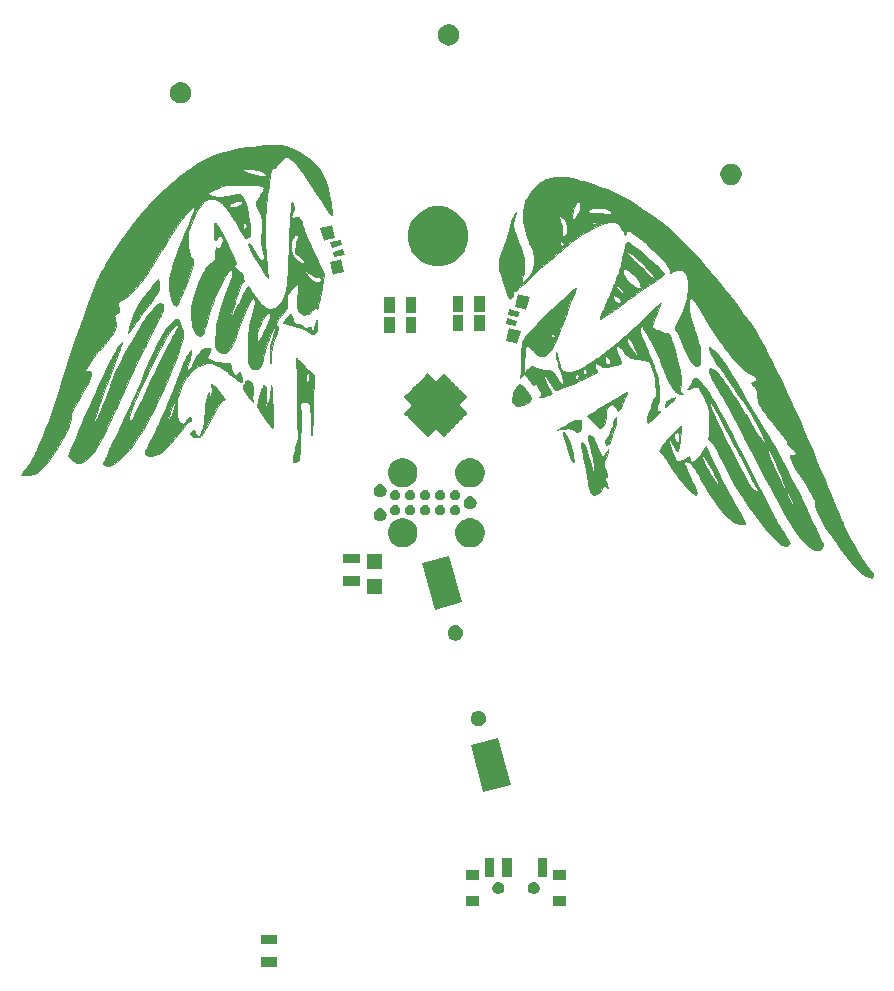
<source format=gbs>
G04 #@! TF.GenerationSoftware,KiCad,Pcbnew,5.1.4-e60b266~84~ubuntu19.04.1*
G04 #@! TF.CreationDate,2019-08-17T12:08:50-07:00*
G04 #@! TF.ProjectId,trevor2,74726576-6f72-4322-9e6b-696361645f70,rev?*
G04 #@! TF.SameCoordinates,Original*
G04 #@! TF.FileFunction,Soldermask,Bot*
G04 #@! TF.FilePolarity,Negative*
%FSLAX46Y46*%
G04 Gerber Fmt 4.6, Leading zero omitted, Abs format (unit mm)*
G04 Created by KiCad (PCBNEW 5.1.4-e60b266~84~ubuntu19.04.1) date 2019-08-17 12:08:50*
%MOMM*%
%LPD*%
G04 APERTURE LIST*
%ADD10C,0.010000*%
%ADD11C,0.100000*%
G04 APERTURE END LIST*
D10*
G36*
X164931248Y-77649629D02*
G01*
X165067754Y-77722947D01*
X165256565Y-77847065D01*
X165492832Y-78018553D01*
X165771711Y-78233980D01*
X166088354Y-78489917D01*
X166218217Y-78597619D01*
X166470654Y-78812309D01*
X166727375Y-79037788D01*
X166980373Y-79266341D01*
X167221637Y-79490252D01*
X167443157Y-79701806D01*
X167636925Y-79893286D01*
X167794931Y-80056978D01*
X167909164Y-80185166D01*
X167971617Y-80270134D01*
X167980991Y-80295693D01*
X167975076Y-80326608D01*
X167953316Y-80363141D01*
X167908857Y-80410606D01*
X167834845Y-80474315D01*
X167724424Y-80559582D01*
X167570741Y-80671720D01*
X167366941Y-80816044D01*
X167106168Y-80997865D01*
X166816167Y-81198598D01*
X166233831Y-81602424D01*
X165719654Y-81962235D01*
X165270765Y-82280090D01*
X164884291Y-82558049D01*
X164557359Y-82798174D01*
X164287099Y-83002523D01*
X164130050Y-83125423D01*
X163738020Y-83425100D01*
X163366309Y-83680660D01*
X162982329Y-83914088D01*
X162853932Y-83986379D01*
X162692651Y-84073792D01*
X162591559Y-84122771D01*
X162538140Y-84138266D01*
X162519877Y-84125230D01*
X162519334Y-84118747D01*
X162535424Y-84076413D01*
X162581471Y-83964159D01*
X162654137Y-83789912D01*
X162750084Y-83561598D01*
X162865975Y-83287143D01*
X162998471Y-82974474D01*
X163144235Y-82631516D01*
X163261596Y-82356049D01*
X163291330Y-82286233D01*
X163624637Y-82286233D01*
X163658564Y-82413253D01*
X163726793Y-82543688D01*
X163821987Y-82657598D01*
X163909621Y-82721814D01*
X164070902Y-82779622D01*
X164214970Y-82762241D01*
X164257783Y-82742511D01*
X164324835Y-82683279D01*
X164327039Y-82604207D01*
X164262319Y-82494631D01*
X164193636Y-82413272D01*
X164053467Y-82280227D01*
X163909291Y-82180137D01*
X163780415Y-82124137D01*
X163689027Y-82122188D01*
X163632346Y-82182565D01*
X163624637Y-82286233D01*
X163291330Y-82286233D01*
X163472224Y-81861495D01*
X163652435Y-81435770D01*
X163686191Y-81354992D01*
X163911660Y-81354992D01*
X163916678Y-81435351D01*
X163979590Y-81545191D01*
X164094530Y-81675164D01*
X164255631Y-81815923D01*
X164313205Y-81859681D01*
X164440113Y-81938718D01*
X164517984Y-81951377D01*
X164550079Y-81897867D01*
X164551334Y-81874747D01*
X164521705Y-81808543D01*
X164444565Y-81709482D01*
X164337538Y-81594590D01*
X164218242Y-81480893D01*
X164104302Y-81385416D01*
X164013337Y-81325184D01*
X163970402Y-81313459D01*
X163911660Y-81354992D01*
X163686191Y-81354992D01*
X163805310Y-81069947D01*
X163933930Y-80755095D01*
X164041375Y-80482286D01*
X164130726Y-80242592D01*
X164155920Y-80169551D01*
X164487726Y-80169551D01*
X164540628Y-80335647D01*
X164641010Y-80527832D01*
X164779167Y-80733196D01*
X164945396Y-80938831D01*
X165129993Y-81131826D01*
X165323254Y-81299272D01*
X165515474Y-81428260D01*
X165546167Y-81444822D01*
X165725067Y-81521926D01*
X165870665Y-81553661D01*
X165969800Y-81538427D01*
X166003976Y-81500379D01*
X166009713Y-81407855D01*
X165986408Y-81269792D01*
X165941796Y-81116911D01*
X165883614Y-80979934D01*
X165864399Y-80946097D01*
X165788197Y-80845864D01*
X165664204Y-80707209D01*
X165509162Y-80546522D01*
X165339812Y-80380189D01*
X165172895Y-80224599D01*
X165025151Y-80096141D01*
X164913323Y-80011204D01*
X164902160Y-80004129D01*
X164737804Y-79929665D01*
X164607538Y-79925251D01*
X164517696Y-79990295D01*
X164492008Y-80042453D01*
X164487726Y-80169551D01*
X164155920Y-80169551D01*
X164205063Y-80027084D01*
X164267468Y-79826833D01*
X164321021Y-79632910D01*
X164368802Y-79436386D01*
X164413893Y-79228333D01*
X164459374Y-78999821D01*
X164508029Y-78743500D01*
X164564299Y-78461982D01*
X164805334Y-78461982D01*
X164837078Y-78540437D01*
X164927523Y-78663969D01*
X165069487Y-78824476D01*
X165255788Y-79013856D01*
X165479243Y-79224009D01*
X165487536Y-79231539D01*
X165694419Y-79422746D01*
X165930631Y-79646714D01*
X166166737Y-79875248D01*
X166369061Y-80075877D01*
X166536442Y-80242446D01*
X166693442Y-80394663D01*
X166825509Y-80518699D01*
X166918092Y-80600727D01*
X166938341Y-80616853D01*
X167044249Y-80679052D01*
X167101514Y-80675391D01*
X167107601Y-80611024D01*
X167059971Y-80491103D01*
X167028390Y-80433965D01*
X166955672Y-80333561D01*
X166831108Y-80187042D01*
X166665472Y-80005280D01*
X166469535Y-79799145D01*
X166254072Y-79579509D01*
X166029855Y-79357242D01*
X165807657Y-79143216D01*
X165598251Y-78948300D01*
X165412409Y-78783368D01*
X165300239Y-78690079D01*
X165115313Y-78552258D01*
X164967424Y-78462247D01*
X164863549Y-78423259D01*
X164810663Y-78438511D01*
X164805334Y-78461982D01*
X164564299Y-78461982D01*
X164584171Y-78362568D01*
X164654401Y-78063699D01*
X164719444Y-77844550D01*
X164780022Y-77702779D01*
X164836861Y-77636043D01*
X164851893Y-77630541D01*
X164931248Y-77649629D01*
X164931248Y-77649629D01*
G37*
X164931248Y-77649629D02*
X165067754Y-77722947D01*
X165256565Y-77847065D01*
X165492832Y-78018553D01*
X165771711Y-78233980D01*
X166088354Y-78489917D01*
X166218217Y-78597619D01*
X166470654Y-78812309D01*
X166727375Y-79037788D01*
X166980373Y-79266341D01*
X167221637Y-79490252D01*
X167443157Y-79701806D01*
X167636925Y-79893286D01*
X167794931Y-80056978D01*
X167909164Y-80185166D01*
X167971617Y-80270134D01*
X167980991Y-80295693D01*
X167975076Y-80326608D01*
X167953316Y-80363141D01*
X167908857Y-80410606D01*
X167834845Y-80474315D01*
X167724424Y-80559582D01*
X167570741Y-80671720D01*
X167366941Y-80816044D01*
X167106168Y-80997865D01*
X166816167Y-81198598D01*
X166233831Y-81602424D01*
X165719654Y-81962235D01*
X165270765Y-82280090D01*
X164884291Y-82558049D01*
X164557359Y-82798174D01*
X164287099Y-83002523D01*
X164130050Y-83125423D01*
X163738020Y-83425100D01*
X163366309Y-83680660D01*
X162982329Y-83914088D01*
X162853932Y-83986379D01*
X162692651Y-84073792D01*
X162591559Y-84122771D01*
X162538140Y-84138266D01*
X162519877Y-84125230D01*
X162519334Y-84118747D01*
X162535424Y-84076413D01*
X162581471Y-83964159D01*
X162654137Y-83789912D01*
X162750084Y-83561598D01*
X162865975Y-83287143D01*
X162998471Y-82974474D01*
X163144235Y-82631516D01*
X163261596Y-82356049D01*
X163291330Y-82286233D01*
X163624637Y-82286233D01*
X163658564Y-82413253D01*
X163726793Y-82543688D01*
X163821987Y-82657598D01*
X163909621Y-82721814D01*
X164070902Y-82779622D01*
X164214970Y-82762241D01*
X164257783Y-82742511D01*
X164324835Y-82683279D01*
X164327039Y-82604207D01*
X164262319Y-82494631D01*
X164193636Y-82413272D01*
X164053467Y-82280227D01*
X163909291Y-82180137D01*
X163780415Y-82124137D01*
X163689027Y-82122188D01*
X163632346Y-82182565D01*
X163624637Y-82286233D01*
X163291330Y-82286233D01*
X163472224Y-81861495D01*
X163652435Y-81435770D01*
X163686191Y-81354992D01*
X163911660Y-81354992D01*
X163916678Y-81435351D01*
X163979590Y-81545191D01*
X164094530Y-81675164D01*
X164255631Y-81815923D01*
X164313205Y-81859681D01*
X164440113Y-81938718D01*
X164517984Y-81951377D01*
X164550079Y-81897867D01*
X164551334Y-81874747D01*
X164521705Y-81808543D01*
X164444565Y-81709482D01*
X164337538Y-81594590D01*
X164218242Y-81480893D01*
X164104302Y-81385416D01*
X164013337Y-81325184D01*
X163970402Y-81313459D01*
X163911660Y-81354992D01*
X163686191Y-81354992D01*
X163805310Y-81069947D01*
X163933930Y-80755095D01*
X164041375Y-80482286D01*
X164130726Y-80242592D01*
X164155920Y-80169551D01*
X164487726Y-80169551D01*
X164540628Y-80335647D01*
X164641010Y-80527832D01*
X164779167Y-80733196D01*
X164945396Y-80938831D01*
X165129993Y-81131826D01*
X165323254Y-81299272D01*
X165515474Y-81428260D01*
X165546167Y-81444822D01*
X165725067Y-81521926D01*
X165870665Y-81553661D01*
X165969800Y-81538427D01*
X166003976Y-81500379D01*
X166009713Y-81407855D01*
X165986408Y-81269792D01*
X165941796Y-81116911D01*
X165883614Y-80979934D01*
X165864399Y-80946097D01*
X165788197Y-80845864D01*
X165664204Y-80707209D01*
X165509162Y-80546522D01*
X165339812Y-80380189D01*
X165172895Y-80224599D01*
X165025151Y-80096141D01*
X164913323Y-80011204D01*
X164902160Y-80004129D01*
X164737804Y-79929665D01*
X164607538Y-79925251D01*
X164517696Y-79990295D01*
X164492008Y-80042453D01*
X164487726Y-80169551D01*
X164155920Y-80169551D01*
X164205063Y-80027084D01*
X164267468Y-79826833D01*
X164321021Y-79632910D01*
X164368802Y-79436386D01*
X164413893Y-79228333D01*
X164459374Y-78999821D01*
X164508029Y-78743500D01*
X164564299Y-78461982D01*
X164805334Y-78461982D01*
X164837078Y-78540437D01*
X164927523Y-78663969D01*
X165069487Y-78824476D01*
X165255788Y-79013856D01*
X165479243Y-79224009D01*
X165487536Y-79231539D01*
X165694419Y-79422746D01*
X165930631Y-79646714D01*
X166166737Y-79875248D01*
X166369061Y-80075877D01*
X166536442Y-80242446D01*
X166693442Y-80394663D01*
X166825509Y-80518699D01*
X166918092Y-80600727D01*
X166938341Y-80616853D01*
X167044249Y-80679052D01*
X167101514Y-80675391D01*
X167107601Y-80611024D01*
X167059971Y-80491103D01*
X167028390Y-80433965D01*
X166955672Y-80333561D01*
X166831108Y-80187042D01*
X166665472Y-80005280D01*
X166469535Y-79799145D01*
X166254072Y-79579509D01*
X166029855Y-79357242D01*
X165807657Y-79143216D01*
X165598251Y-78948300D01*
X165412409Y-78783368D01*
X165300239Y-78690079D01*
X165115313Y-78552258D01*
X164967424Y-78462247D01*
X164863549Y-78423259D01*
X164810663Y-78438511D01*
X164805334Y-78461982D01*
X164564299Y-78461982D01*
X164584171Y-78362568D01*
X164654401Y-78063699D01*
X164719444Y-77844550D01*
X164780022Y-77702779D01*
X164836861Y-77636043D01*
X164851893Y-77630541D01*
X164931248Y-77649629D01*
G36*
X125201177Y-81087208D02*
G01*
X125231164Y-81232971D01*
X125247080Y-81363822D01*
X125244844Y-81488536D01*
X125220376Y-81615889D01*
X125169595Y-81754656D01*
X125088420Y-81913614D01*
X124972773Y-82101537D01*
X124818571Y-82327203D01*
X124621734Y-82599387D01*
X124378183Y-82926864D01*
X124293046Y-83040334D01*
X124100007Y-83299557D01*
X123878411Y-83600781D01*
X123648231Y-83916632D01*
X123429443Y-84219733D01*
X123289144Y-84416167D01*
X123130145Y-84639234D01*
X122982551Y-84844688D01*
X122855244Y-85020292D01*
X122757106Y-85153805D01*
X122697021Y-85232991D01*
X122689990Y-85241667D01*
X122630060Y-85308658D01*
X122605772Y-85312578D01*
X122600953Y-85262834D01*
X122614623Y-85187110D01*
X122653210Y-85046565D01*
X122711904Y-84855652D01*
X122785896Y-84628826D01*
X122870377Y-84380541D01*
X122960535Y-84125252D01*
X123051562Y-83877413D01*
X123129205Y-83675334D01*
X123283213Y-83304786D01*
X123430990Y-82996204D01*
X123584430Y-82728849D01*
X123755432Y-82481983D01*
X123954917Y-82236000D01*
X124129293Y-82027728D01*
X124324502Y-81785169D01*
X124512708Y-81543317D01*
X124625021Y-81393665D01*
X124755694Y-81216897D01*
X124875946Y-81056107D01*
X124972860Y-80928447D01*
X125033519Y-80851066D01*
X125035599Y-80848547D01*
X125122698Y-80743596D01*
X125201177Y-81087208D01*
X125201177Y-81087208D01*
G37*
X125201177Y-81087208D02*
X125231164Y-81232971D01*
X125247080Y-81363822D01*
X125244844Y-81488536D01*
X125220376Y-81615889D01*
X125169595Y-81754656D01*
X125088420Y-81913614D01*
X124972773Y-82101537D01*
X124818571Y-82327203D01*
X124621734Y-82599387D01*
X124378183Y-82926864D01*
X124293046Y-83040334D01*
X124100007Y-83299557D01*
X123878411Y-83600781D01*
X123648231Y-83916632D01*
X123429443Y-84219733D01*
X123289144Y-84416167D01*
X123130145Y-84639234D01*
X122982551Y-84844688D01*
X122855244Y-85020292D01*
X122757106Y-85153805D01*
X122697021Y-85232991D01*
X122689990Y-85241667D01*
X122630060Y-85308658D01*
X122605772Y-85312578D01*
X122600953Y-85262834D01*
X122614623Y-85187110D01*
X122653210Y-85046565D01*
X122711904Y-84855652D01*
X122785896Y-84628826D01*
X122870377Y-84380541D01*
X122960535Y-84125252D01*
X123051562Y-83877413D01*
X123129205Y-83675334D01*
X123283213Y-83304786D01*
X123430990Y-82996204D01*
X123584430Y-82728849D01*
X123755432Y-82481983D01*
X123954917Y-82236000D01*
X124129293Y-82027728D01*
X124324502Y-81785169D01*
X124512708Y-81543317D01*
X124625021Y-81393665D01*
X124755694Y-81216897D01*
X124875946Y-81056107D01*
X124972860Y-80928447D01*
X125033519Y-80851066D01*
X125035599Y-80848547D01*
X125122698Y-80743596D01*
X125201177Y-81087208D01*
G36*
X136367247Y-83745949D02*
G01*
X136416976Y-83813906D01*
X136434917Y-83843196D01*
X136499222Y-83982391D01*
X136541606Y-84132928D01*
X136542405Y-84137757D01*
X136592432Y-84309632D01*
X136688246Y-84438336D01*
X136843290Y-84536621D01*
X137037698Y-84607570D01*
X137250086Y-84687078D01*
X137426089Y-84783906D01*
X137483927Y-84828192D01*
X137580685Y-84907204D01*
X137649140Y-84936429D01*
X137721884Y-84924903D01*
X137768816Y-84907178D01*
X137912037Y-84852364D01*
X138000358Y-84834752D01*
X138057140Y-84859235D01*
X138105742Y-84930708D01*
X138133212Y-84983509D01*
X138193532Y-85086901D01*
X138244368Y-85148983D01*
X138259911Y-85157000D01*
X138293667Y-85128872D01*
X138332261Y-85039914D01*
X138377900Y-84883268D01*
X138432797Y-84652072D01*
X138454321Y-84553602D01*
X138492037Y-84396366D01*
X138528795Y-84273595D01*
X138557881Y-84207033D01*
X138562949Y-84201853D01*
X138578599Y-84230037D01*
X138590290Y-84323192D01*
X138597760Y-84461705D01*
X138600744Y-84625961D01*
X138598978Y-84796345D01*
X138592198Y-84953244D01*
X138580140Y-85077043D01*
X138575128Y-85106443D01*
X138512909Y-85261347D01*
X138407356Y-85368866D01*
X138276604Y-85410833D01*
X138271268Y-85410891D01*
X138176705Y-85389319D01*
X138042069Y-85333060D01*
X137906242Y-85259880D01*
X137302097Y-84944305D01*
X136668107Y-84707714D01*
X136061000Y-84560778D01*
X135914222Y-84530044D01*
X135800677Y-84499008D01*
X135747632Y-84475963D01*
X135757234Y-84432133D01*
X135810686Y-84341312D01*
X135895663Y-84219854D01*
X135999839Y-84084114D01*
X136110889Y-83950444D01*
X136216485Y-83835201D01*
X136268319Y-83785102D01*
X136326556Y-83739438D01*
X136367247Y-83745949D01*
X136367247Y-83745949D01*
G37*
X136367247Y-83745949D02*
X136416976Y-83813906D01*
X136434917Y-83843196D01*
X136499222Y-83982391D01*
X136541606Y-84132928D01*
X136542405Y-84137757D01*
X136592432Y-84309632D01*
X136688246Y-84438336D01*
X136843290Y-84536621D01*
X137037698Y-84607570D01*
X137250086Y-84687078D01*
X137426089Y-84783906D01*
X137483927Y-84828192D01*
X137580685Y-84907204D01*
X137649140Y-84936429D01*
X137721884Y-84924903D01*
X137768816Y-84907178D01*
X137912037Y-84852364D01*
X138000358Y-84834752D01*
X138057140Y-84859235D01*
X138105742Y-84930708D01*
X138133212Y-84983509D01*
X138193532Y-85086901D01*
X138244368Y-85148983D01*
X138259911Y-85157000D01*
X138293667Y-85128872D01*
X138332261Y-85039914D01*
X138377900Y-84883268D01*
X138432797Y-84652072D01*
X138454321Y-84553602D01*
X138492037Y-84396366D01*
X138528795Y-84273595D01*
X138557881Y-84207033D01*
X138562949Y-84201853D01*
X138578599Y-84230037D01*
X138590290Y-84323192D01*
X138597760Y-84461705D01*
X138600744Y-84625961D01*
X138598978Y-84796345D01*
X138592198Y-84953244D01*
X138580140Y-85077043D01*
X138575128Y-85106443D01*
X138512909Y-85261347D01*
X138407356Y-85368866D01*
X138276604Y-85410833D01*
X138271268Y-85410891D01*
X138176705Y-85389319D01*
X138042069Y-85333060D01*
X137906242Y-85259880D01*
X137302097Y-84944305D01*
X136668107Y-84707714D01*
X136061000Y-84560778D01*
X135914222Y-84530044D01*
X135800677Y-84499008D01*
X135747632Y-84475963D01*
X135757234Y-84432133D01*
X135810686Y-84341312D01*
X135895663Y-84219854D01*
X135999839Y-84084114D01*
X136110889Y-83950444D01*
X136216485Y-83835201D01*
X136268319Y-83785102D01*
X136326556Y-83739438D01*
X136367247Y-83745949D01*
G36*
X136489545Y-74243197D02*
G01*
X136534462Y-74313272D01*
X136580575Y-74428709D01*
X136588527Y-74454350D01*
X136639084Y-74669169D01*
X136642954Y-74845034D01*
X136597143Y-75015510D01*
X136524997Y-75166334D01*
X136446862Y-75318774D01*
X136409680Y-75419091D01*
X136410244Y-75487398D01*
X136445350Y-75543812D01*
X136462057Y-75561342D01*
X136506266Y-75593271D01*
X136566741Y-75600998D01*
X136666830Y-75584010D01*
X136783692Y-75554271D01*
X136925444Y-75517873D01*
X137009769Y-75505471D01*
X137060910Y-75518730D01*
X137103109Y-75559320D01*
X137117791Y-75577250D01*
X137158398Y-75650122D01*
X137217918Y-75785958D01*
X137289202Y-75967168D01*
X137365100Y-76176158D01*
X137387202Y-76240181D01*
X137514483Y-76593959D01*
X137673480Y-77001187D01*
X137865923Y-77465934D01*
X138093541Y-77992270D01*
X138358064Y-78584263D01*
X138661220Y-79245984D01*
X138702174Y-79334359D01*
X139185837Y-80376818D01*
X138998772Y-81443992D01*
X138910391Y-81945041D01*
X138835245Y-82364208D01*
X138773020Y-82703184D01*
X138723397Y-82963662D01*
X138686061Y-83147334D01*
X138660696Y-83255893D01*
X138658594Y-83263422D01*
X138637670Y-83311034D01*
X138604512Y-83295517D01*
X138565761Y-83250248D01*
X138501154Y-83194448D01*
X138430591Y-83192563D01*
X138342242Y-83249926D01*
X138224276Y-83371872D01*
X138178975Y-83424653D01*
X138004624Y-83603960D01*
X137835090Y-83713795D01*
X137649703Y-83765427D01*
X137539886Y-83773019D01*
X137355449Y-83754392D01*
X137212885Y-83684005D01*
X137094415Y-83549658D01*
X137018400Y-83415256D01*
X136965081Y-83297485D01*
X136932029Y-83187301D01*
X136914612Y-83058100D01*
X136908198Y-82883280D01*
X136907667Y-82779303D01*
X136914860Y-82543889D01*
X136934054Y-82271688D01*
X136961671Y-82009135D01*
X136973864Y-81919982D01*
X137011352Y-81627856D01*
X137025106Y-81412979D01*
X137015075Y-81271311D01*
X136981206Y-81198816D01*
X136964506Y-81189290D01*
X136908030Y-81209100D01*
X136810654Y-81280295D01*
X136686128Y-81389593D01*
X136548203Y-81523711D01*
X136410630Y-81669368D01*
X136287160Y-81813283D01*
X136203678Y-81924163D01*
X136039834Y-82162482D01*
X136049438Y-82632652D01*
X136051524Y-82839907D01*
X136043480Y-83003291D01*
X136018268Y-83140868D01*
X135968851Y-83270703D01*
X135888192Y-83410861D01*
X135769252Y-83579404D01*
X135604995Y-83794400D01*
X135588617Y-83815525D01*
X135383468Y-84095676D01*
X135236661Y-84331011D01*
X135149025Y-84519113D01*
X135121393Y-84657567D01*
X135154594Y-84743957D01*
X135249461Y-84775869D01*
X135258156Y-84776000D01*
X135308129Y-84784445D01*
X135332051Y-84817477D01*
X135328184Y-84886640D01*
X135294791Y-85003477D01*
X135230131Y-85179532D01*
X135176991Y-85314899D01*
X135035422Y-85719047D01*
X134912397Y-86163774D01*
X134813386Y-86622622D01*
X134743857Y-87069134D01*
X134709279Y-87476851D01*
X134706512Y-87591167D01*
X134698772Y-87725980D01*
X134680767Y-87829739D01*
X134668983Y-87859721D01*
X134651238Y-87848748D01*
X134634943Y-87768237D01*
X134620675Y-87633309D01*
X134609011Y-87459087D01*
X134600530Y-87260696D01*
X134595810Y-87053256D01*
X134595427Y-86851892D01*
X134599959Y-86671727D01*
X134609984Y-86527882D01*
X134616283Y-86480005D01*
X134645754Y-86340847D01*
X134696311Y-86145301D01*
X134761428Y-85917016D01*
X134834578Y-85679642D01*
X134852134Y-85625385D01*
X134945593Y-85328318D01*
X135007346Y-85104553D01*
X135038244Y-84949237D01*
X135039136Y-84857514D01*
X135010873Y-84824532D01*
X134992084Y-84826555D01*
X134941569Y-84875160D01*
X134869912Y-84989889D01*
X134783604Y-85156836D01*
X134689132Y-85362092D01*
X134592989Y-85591753D01*
X134501662Y-85831910D01*
X134441819Y-86005698D01*
X134370103Y-86238270D01*
X134290164Y-86519228D01*
X134211462Y-86814161D01*
X134143457Y-87088657D01*
X134139782Y-87104334D01*
X134068158Y-87409172D01*
X134011691Y-87643033D01*
X133966838Y-87817514D01*
X133930054Y-87944212D01*
X133897797Y-88034726D01*
X133866523Y-88100652D01*
X133832689Y-88153589D01*
X133810082Y-88183437D01*
X133663373Y-88312221D01*
X133479920Y-88390527D01*
X133287036Y-88411031D01*
X133117594Y-88369169D01*
X133029693Y-88294964D01*
X132931985Y-88164372D01*
X132839849Y-88001835D01*
X132768665Y-87831800D01*
X132757746Y-87797187D01*
X132740125Y-87704282D01*
X132728150Y-87559873D01*
X132721635Y-87356512D01*
X132720398Y-87086748D01*
X132724255Y-86743131D01*
X132727459Y-86569520D01*
X132739571Y-86125338D01*
X132754687Y-85818891D01*
X133483591Y-85818891D01*
X133505257Y-85951367D01*
X133556692Y-86005632D01*
X133637346Y-85981143D01*
X133746668Y-85877358D01*
X133755033Y-85867521D01*
X133815977Y-85777502D01*
X133903192Y-85625281D01*
X134009047Y-85426236D01*
X134125907Y-85195748D01*
X134246139Y-84949196D01*
X134362109Y-84701957D01*
X134466185Y-84469411D01*
X134550731Y-84266938D01*
X134555526Y-84254785D01*
X134629625Y-84026341D01*
X134657269Y-83845725D01*
X134641569Y-83718712D01*
X134585640Y-83651083D01*
X134492593Y-83648615D01*
X134365541Y-83717087D01*
X134296536Y-83773996D01*
X134159549Y-83931041D01*
X134016353Y-84152639D01*
X133875216Y-84419920D01*
X133744412Y-84714019D01*
X133632209Y-85016067D01*
X133546880Y-85307197D01*
X133496695Y-85568542D01*
X133492245Y-85608746D01*
X133483591Y-85818891D01*
X132754687Y-85818891D01*
X132758316Y-85745328D01*
X132786545Y-85409080D01*
X132827108Y-85096184D01*
X132882856Y-84786229D01*
X132956639Y-84458805D01*
X133051308Y-84093502D01*
X133095910Y-83931312D01*
X133210755Y-83489653D01*
X133288411Y-83123467D01*
X133328874Y-82832859D01*
X133332138Y-82617932D01*
X133298198Y-82478789D01*
X133227049Y-82415535D01*
X133173065Y-82412981D01*
X133114547Y-82442301D01*
X133045788Y-82521151D01*
X132958901Y-82660092D01*
X132878458Y-82807500D01*
X132712920Y-83139574D01*
X132534147Y-83529433D01*
X132350762Y-83955732D01*
X132171391Y-84397128D01*
X132004659Y-84832278D01*
X131859191Y-85239839D01*
X131743611Y-85598466D01*
X131725019Y-85661821D01*
X131626909Y-85970761D01*
X131522862Y-86223781D01*
X131399363Y-86449287D01*
X131242895Y-86675686D01*
X131242128Y-86676708D01*
X131071162Y-86878444D01*
X130912833Y-87003203D01*
X130754593Y-87054843D01*
X130583893Y-87037221D01*
X130388185Y-86954193D01*
X130370627Y-86944595D01*
X130237729Y-86866952D01*
X130139579Y-86793143D01*
X130070976Y-86709031D01*
X130026718Y-86600483D01*
X130001605Y-86453362D01*
X129990436Y-86253534D01*
X129988009Y-85986864D01*
X129988167Y-85905177D01*
X130014029Y-85317168D01*
X130089253Y-84701814D01*
X130215357Y-84053014D01*
X130393853Y-83364663D01*
X130626257Y-82630660D01*
X130914083Y-81844901D01*
X131128270Y-81311570D01*
X131246847Y-81017640D01*
X131332616Y-80785645D01*
X131390090Y-80601523D01*
X131423785Y-80451214D01*
X131436113Y-80352889D01*
X131444702Y-80202860D01*
X131437472Y-80114575D01*
X131410262Y-80065915D01*
X131378026Y-80044071D01*
X131290353Y-80020030D01*
X131198706Y-80042710D01*
X131098922Y-80117236D01*
X130986842Y-80248734D01*
X130858304Y-80442329D01*
X130709147Y-80703145D01*
X130535210Y-81036310D01*
X130474902Y-81156500D01*
X130226040Y-81678840D01*
X129996387Y-82210375D01*
X129780549Y-82765831D01*
X129573133Y-83359933D01*
X129368747Y-84007405D01*
X129161996Y-84722972D01*
X129141446Y-84797167D01*
X129062067Y-85071254D01*
X128993090Y-85273060D01*
X128928406Y-85413344D01*
X128861903Y-85502865D01*
X128787471Y-85552384D01*
X128701143Y-85572451D01*
X128540991Y-85547562D01*
X128391232Y-85444355D01*
X128255825Y-85268936D01*
X128138731Y-85027408D01*
X128043907Y-84725878D01*
X127992436Y-84479667D01*
X127947674Y-84085989D01*
X127936883Y-83650975D01*
X127958720Y-83206341D01*
X128011843Y-82783799D01*
X128077189Y-82478361D01*
X128184877Y-82107898D01*
X128313849Y-81720623D01*
X128458455Y-81329557D01*
X128613048Y-80947721D01*
X128771979Y-80588137D01*
X128929599Y-80263825D01*
X129080258Y-79987807D01*
X129218310Y-79773104D01*
X129290325Y-79681861D01*
X129422260Y-79550355D01*
X129571452Y-79427999D01*
X129656773Y-79370828D01*
X129777289Y-79286389D01*
X129864401Y-79185878D01*
X129924446Y-79053542D01*
X129963760Y-78873632D01*
X129988677Y-78630394D01*
X129995027Y-78529925D01*
X130019740Y-78093511D01*
X130114291Y-78155463D01*
X130181118Y-78189744D01*
X130239677Y-78181041D01*
X130321692Y-78122308D01*
X130342777Y-78104716D01*
X130491676Y-77939700D01*
X130592152Y-77746627D01*
X130639974Y-77545026D01*
X130630913Y-77354429D01*
X130560741Y-77194365D01*
X130544367Y-77173828D01*
X130459767Y-77102934D01*
X130375984Y-77098528D01*
X130282722Y-77164572D01*
X130169684Y-77305028D01*
X130157254Y-77322803D01*
X130067319Y-77439251D01*
X129997270Y-77494645D01*
X129944151Y-77484701D01*
X129905007Y-77405135D01*
X129876883Y-77251659D01*
X129856822Y-77019991D01*
X129849006Y-76875908D01*
X129840695Y-76565290D01*
X129847719Y-76318706D01*
X129869511Y-76141335D01*
X129905505Y-76038354D01*
X129943345Y-76013000D01*
X130006729Y-76038750D01*
X130087275Y-76118929D01*
X130187770Y-76257930D01*
X130310998Y-76460148D01*
X130459746Y-76729975D01*
X130636799Y-77071806D01*
X130721650Y-77240667D01*
X130872133Y-77546186D01*
X131025448Y-77864377D01*
X131176210Y-78183438D01*
X131319033Y-78491564D01*
X131448531Y-78776953D01*
X131559318Y-79027803D01*
X131646007Y-79232309D01*
X131703213Y-79378669D01*
X131719119Y-79426503D01*
X131721791Y-79498735D01*
X131661090Y-79537445D01*
X131637867Y-79543875D01*
X131565952Y-79568693D01*
X131555371Y-79609892D01*
X131590461Y-79686372D01*
X131684104Y-79820687D01*
X131809783Y-79945688D01*
X131938153Y-80034084D01*
X131985317Y-80053581D01*
X132107731Y-80134177D01*
X132211947Y-80295021D01*
X132296372Y-80533339D01*
X132322452Y-80641408D01*
X132390547Y-80955200D01*
X132281639Y-81098183D01*
X132203800Y-81226302D01*
X132109008Y-81424319D01*
X132001626Y-81680194D01*
X131886017Y-81981887D01*
X131766544Y-82317355D01*
X131647569Y-82674559D01*
X131533455Y-83041458D01*
X131428566Y-83406011D01*
X131380664Y-83584718D01*
X131330090Y-83783906D01*
X131295594Y-83935259D01*
X131279195Y-84035960D01*
X131282914Y-84083188D01*
X131308772Y-84074125D01*
X131358789Y-84005954D01*
X131434986Y-83875854D01*
X131539382Y-83681008D01*
X131673999Y-83418597D01*
X131840857Y-83085803D01*
X132041975Y-82679806D01*
X132069945Y-82623120D01*
X132222975Y-82315606D01*
X132365066Y-82035311D01*
X132491796Y-81790562D01*
X132598739Y-81589684D01*
X132681471Y-81441005D01*
X132735569Y-81352851D01*
X132755974Y-81331953D01*
X132789789Y-81380921D01*
X132857408Y-81485839D01*
X132948457Y-81630425D01*
X133035279Y-81770334D01*
X133319165Y-82206909D01*
X133585005Y-82564940D01*
X133836427Y-82847724D01*
X134077062Y-83058562D01*
X134310539Y-83200754D01*
X134540486Y-83277598D01*
X134711511Y-83294334D01*
X134960951Y-83252979D01*
X135192831Y-83129426D01*
X135406492Y-82924435D01*
X135601275Y-82638770D01*
X135776522Y-82273195D01*
X135906383Y-81910527D01*
X135946163Y-81777344D01*
X135980427Y-81643713D01*
X136009938Y-81501199D01*
X136035460Y-81341366D01*
X136057756Y-81155779D01*
X136077590Y-80936001D01*
X136095724Y-80673597D01*
X136112922Y-80360131D01*
X136124175Y-80113624D01*
X137542667Y-80113624D01*
X137571873Y-80182375D01*
X137649843Y-80291805D01*
X137762107Y-80426294D01*
X137894194Y-80570221D01*
X138031632Y-80707966D01*
X138159953Y-80823908D01*
X138264683Y-80902426D01*
X138283500Y-80913329D01*
X138457095Y-80984966D01*
X138625952Y-81018663D01*
X138771196Y-81014373D01*
X138873952Y-80972048D01*
X138911886Y-80914922D01*
X138913044Y-80793223D01*
X138867399Y-80679474D01*
X138791281Y-80611940D01*
X138705744Y-80594878D01*
X138579218Y-80585577D01*
X138540601Y-80585000D01*
X138370264Y-80550849D01*
X138158652Y-80450887D01*
X137912775Y-80288853D01*
X137754334Y-80165539D01*
X137653148Y-80099216D01*
X137576348Y-80078665D01*
X137542903Y-80108536D01*
X137542667Y-80113624D01*
X136124175Y-80113624D01*
X136129948Y-79987168D01*
X136147564Y-79546272D01*
X136166148Y-79039834D01*
X136191216Y-78354356D01*
X136214758Y-77747861D01*
X136367836Y-77747861D01*
X136368731Y-78002889D01*
X136398937Y-78271976D01*
X136455890Y-78523480D01*
X136485959Y-78613063D01*
X136580431Y-78808257D01*
X136705462Y-78988275D01*
X136849792Y-79145028D01*
X137002165Y-79270430D01*
X137151320Y-79356393D01*
X137286001Y-79394831D01*
X137394949Y-79377655D01*
X137459423Y-79312342D01*
X137477864Y-79255349D01*
X137458848Y-79196722D01*
X137391928Y-79116155D01*
X137323329Y-79047759D01*
X137181985Y-78916215D01*
X137020497Y-78773701D01*
X136932576Y-78699583D01*
X136818607Y-78601403D01*
X136756647Y-78526981D01*
X136731390Y-78448725D01*
X136727528Y-78339044D01*
X136727652Y-78330217D01*
X136742717Y-78201572D01*
X136780557Y-78023310D01*
X136834398Y-77825152D01*
X136864323Y-77730534D01*
X136943819Y-77463127D01*
X136980366Y-77264261D01*
X136974027Y-77129550D01*
X136924863Y-77054608D01*
X136874117Y-77036403D01*
X136772806Y-77059888D01*
X136656420Y-77142872D01*
X136542570Y-77266752D01*
X136448866Y-77412923D01*
X136398819Y-77538535D01*
X136367836Y-77747861D01*
X136214758Y-77747861D01*
X136214822Y-77746233D01*
X136237349Y-77208174D01*
X136259177Y-76732885D01*
X136280690Y-76313077D01*
X136302268Y-75941456D01*
X136324293Y-75610731D01*
X136347147Y-75313610D01*
X136371211Y-75042801D01*
X136380193Y-74950856D01*
X136402112Y-74728608D01*
X136420611Y-74534922D01*
X136434177Y-74386122D01*
X136441296Y-74298535D01*
X136442000Y-74284106D01*
X136455499Y-74229728D01*
X136489545Y-74243197D01*
X136489545Y-74243197D01*
G37*
X136489545Y-74243197D02*
X136534462Y-74313272D01*
X136580575Y-74428709D01*
X136588527Y-74454350D01*
X136639084Y-74669169D01*
X136642954Y-74845034D01*
X136597143Y-75015510D01*
X136524997Y-75166334D01*
X136446862Y-75318774D01*
X136409680Y-75419091D01*
X136410244Y-75487398D01*
X136445350Y-75543812D01*
X136462057Y-75561342D01*
X136506266Y-75593271D01*
X136566741Y-75600998D01*
X136666830Y-75584010D01*
X136783692Y-75554271D01*
X136925444Y-75517873D01*
X137009769Y-75505471D01*
X137060910Y-75518730D01*
X137103109Y-75559320D01*
X137117791Y-75577250D01*
X137158398Y-75650122D01*
X137217918Y-75785958D01*
X137289202Y-75967168D01*
X137365100Y-76176158D01*
X137387202Y-76240181D01*
X137514483Y-76593959D01*
X137673480Y-77001187D01*
X137865923Y-77465934D01*
X138093541Y-77992270D01*
X138358064Y-78584263D01*
X138661220Y-79245984D01*
X138702174Y-79334359D01*
X139185837Y-80376818D01*
X138998772Y-81443992D01*
X138910391Y-81945041D01*
X138835245Y-82364208D01*
X138773020Y-82703184D01*
X138723397Y-82963662D01*
X138686061Y-83147334D01*
X138660696Y-83255893D01*
X138658594Y-83263422D01*
X138637670Y-83311034D01*
X138604512Y-83295517D01*
X138565761Y-83250248D01*
X138501154Y-83194448D01*
X138430591Y-83192563D01*
X138342242Y-83249926D01*
X138224276Y-83371872D01*
X138178975Y-83424653D01*
X138004624Y-83603960D01*
X137835090Y-83713795D01*
X137649703Y-83765427D01*
X137539886Y-83773019D01*
X137355449Y-83754392D01*
X137212885Y-83684005D01*
X137094415Y-83549658D01*
X137018400Y-83415256D01*
X136965081Y-83297485D01*
X136932029Y-83187301D01*
X136914612Y-83058100D01*
X136908198Y-82883280D01*
X136907667Y-82779303D01*
X136914860Y-82543889D01*
X136934054Y-82271688D01*
X136961671Y-82009135D01*
X136973864Y-81919982D01*
X137011352Y-81627856D01*
X137025106Y-81412979D01*
X137015075Y-81271311D01*
X136981206Y-81198816D01*
X136964506Y-81189290D01*
X136908030Y-81209100D01*
X136810654Y-81280295D01*
X136686128Y-81389593D01*
X136548203Y-81523711D01*
X136410630Y-81669368D01*
X136287160Y-81813283D01*
X136203678Y-81924163D01*
X136039834Y-82162482D01*
X136049438Y-82632652D01*
X136051524Y-82839907D01*
X136043480Y-83003291D01*
X136018268Y-83140868D01*
X135968851Y-83270703D01*
X135888192Y-83410861D01*
X135769252Y-83579404D01*
X135604995Y-83794400D01*
X135588617Y-83815525D01*
X135383468Y-84095676D01*
X135236661Y-84331011D01*
X135149025Y-84519113D01*
X135121393Y-84657567D01*
X135154594Y-84743957D01*
X135249461Y-84775869D01*
X135258156Y-84776000D01*
X135308129Y-84784445D01*
X135332051Y-84817477D01*
X135328184Y-84886640D01*
X135294791Y-85003477D01*
X135230131Y-85179532D01*
X135176991Y-85314899D01*
X135035422Y-85719047D01*
X134912397Y-86163774D01*
X134813386Y-86622622D01*
X134743857Y-87069134D01*
X134709279Y-87476851D01*
X134706512Y-87591167D01*
X134698772Y-87725980D01*
X134680767Y-87829739D01*
X134668983Y-87859721D01*
X134651238Y-87848748D01*
X134634943Y-87768237D01*
X134620675Y-87633309D01*
X134609011Y-87459087D01*
X134600530Y-87260696D01*
X134595810Y-87053256D01*
X134595427Y-86851892D01*
X134599959Y-86671727D01*
X134609984Y-86527882D01*
X134616283Y-86480005D01*
X134645754Y-86340847D01*
X134696311Y-86145301D01*
X134761428Y-85917016D01*
X134834578Y-85679642D01*
X134852134Y-85625385D01*
X134945593Y-85328318D01*
X135007346Y-85104553D01*
X135038244Y-84949237D01*
X135039136Y-84857514D01*
X135010873Y-84824532D01*
X134992084Y-84826555D01*
X134941569Y-84875160D01*
X134869912Y-84989889D01*
X134783604Y-85156836D01*
X134689132Y-85362092D01*
X134592989Y-85591753D01*
X134501662Y-85831910D01*
X134441819Y-86005698D01*
X134370103Y-86238270D01*
X134290164Y-86519228D01*
X134211462Y-86814161D01*
X134143457Y-87088657D01*
X134139782Y-87104334D01*
X134068158Y-87409172D01*
X134011691Y-87643033D01*
X133966838Y-87817514D01*
X133930054Y-87944212D01*
X133897797Y-88034726D01*
X133866523Y-88100652D01*
X133832689Y-88153589D01*
X133810082Y-88183437D01*
X133663373Y-88312221D01*
X133479920Y-88390527D01*
X133287036Y-88411031D01*
X133117594Y-88369169D01*
X133029693Y-88294964D01*
X132931985Y-88164372D01*
X132839849Y-88001835D01*
X132768665Y-87831800D01*
X132757746Y-87797187D01*
X132740125Y-87704282D01*
X132728150Y-87559873D01*
X132721635Y-87356512D01*
X132720398Y-87086748D01*
X132724255Y-86743131D01*
X132727459Y-86569520D01*
X132739571Y-86125338D01*
X132754687Y-85818891D01*
X133483591Y-85818891D01*
X133505257Y-85951367D01*
X133556692Y-86005632D01*
X133637346Y-85981143D01*
X133746668Y-85877358D01*
X133755033Y-85867521D01*
X133815977Y-85777502D01*
X133903192Y-85625281D01*
X134009047Y-85426236D01*
X134125907Y-85195748D01*
X134246139Y-84949196D01*
X134362109Y-84701957D01*
X134466185Y-84469411D01*
X134550731Y-84266938D01*
X134555526Y-84254785D01*
X134629625Y-84026341D01*
X134657269Y-83845725D01*
X134641569Y-83718712D01*
X134585640Y-83651083D01*
X134492593Y-83648615D01*
X134365541Y-83717087D01*
X134296536Y-83773996D01*
X134159549Y-83931041D01*
X134016353Y-84152639D01*
X133875216Y-84419920D01*
X133744412Y-84714019D01*
X133632209Y-85016067D01*
X133546880Y-85307197D01*
X133496695Y-85568542D01*
X133492245Y-85608746D01*
X133483591Y-85818891D01*
X132754687Y-85818891D01*
X132758316Y-85745328D01*
X132786545Y-85409080D01*
X132827108Y-85096184D01*
X132882856Y-84786229D01*
X132956639Y-84458805D01*
X133051308Y-84093502D01*
X133095910Y-83931312D01*
X133210755Y-83489653D01*
X133288411Y-83123467D01*
X133328874Y-82832859D01*
X133332138Y-82617932D01*
X133298198Y-82478789D01*
X133227049Y-82415535D01*
X133173065Y-82412981D01*
X133114547Y-82442301D01*
X133045788Y-82521151D01*
X132958901Y-82660092D01*
X132878458Y-82807500D01*
X132712920Y-83139574D01*
X132534147Y-83529433D01*
X132350762Y-83955732D01*
X132171391Y-84397128D01*
X132004659Y-84832278D01*
X131859191Y-85239839D01*
X131743611Y-85598466D01*
X131725019Y-85661821D01*
X131626909Y-85970761D01*
X131522862Y-86223781D01*
X131399363Y-86449287D01*
X131242895Y-86675686D01*
X131242128Y-86676708D01*
X131071162Y-86878444D01*
X130912833Y-87003203D01*
X130754593Y-87054843D01*
X130583893Y-87037221D01*
X130388185Y-86954193D01*
X130370627Y-86944595D01*
X130237729Y-86866952D01*
X130139579Y-86793143D01*
X130070976Y-86709031D01*
X130026718Y-86600483D01*
X130001605Y-86453362D01*
X129990436Y-86253534D01*
X129988009Y-85986864D01*
X129988167Y-85905177D01*
X130014029Y-85317168D01*
X130089253Y-84701814D01*
X130215357Y-84053014D01*
X130393853Y-83364663D01*
X130626257Y-82630660D01*
X130914083Y-81844901D01*
X131128270Y-81311570D01*
X131246847Y-81017640D01*
X131332616Y-80785645D01*
X131390090Y-80601523D01*
X131423785Y-80451214D01*
X131436113Y-80352889D01*
X131444702Y-80202860D01*
X131437472Y-80114575D01*
X131410262Y-80065915D01*
X131378026Y-80044071D01*
X131290353Y-80020030D01*
X131198706Y-80042710D01*
X131098922Y-80117236D01*
X130986842Y-80248734D01*
X130858304Y-80442329D01*
X130709147Y-80703145D01*
X130535210Y-81036310D01*
X130474902Y-81156500D01*
X130226040Y-81678840D01*
X129996387Y-82210375D01*
X129780549Y-82765831D01*
X129573133Y-83359933D01*
X129368747Y-84007405D01*
X129161996Y-84722972D01*
X129141446Y-84797167D01*
X129062067Y-85071254D01*
X128993090Y-85273060D01*
X128928406Y-85413344D01*
X128861903Y-85502865D01*
X128787471Y-85552384D01*
X128701143Y-85572451D01*
X128540991Y-85547562D01*
X128391232Y-85444355D01*
X128255825Y-85268936D01*
X128138731Y-85027408D01*
X128043907Y-84725878D01*
X127992436Y-84479667D01*
X127947674Y-84085989D01*
X127936883Y-83650975D01*
X127958720Y-83206341D01*
X128011843Y-82783799D01*
X128077189Y-82478361D01*
X128184877Y-82107898D01*
X128313849Y-81720623D01*
X128458455Y-81329557D01*
X128613048Y-80947721D01*
X128771979Y-80588137D01*
X128929599Y-80263825D01*
X129080258Y-79987807D01*
X129218310Y-79773104D01*
X129290325Y-79681861D01*
X129422260Y-79550355D01*
X129571452Y-79427999D01*
X129656773Y-79370828D01*
X129777289Y-79286389D01*
X129864401Y-79185878D01*
X129924446Y-79053542D01*
X129963760Y-78873632D01*
X129988677Y-78630394D01*
X129995027Y-78529925D01*
X130019740Y-78093511D01*
X130114291Y-78155463D01*
X130181118Y-78189744D01*
X130239677Y-78181041D01*
X130321692Y-78122308D01*
X130342777Y-78104716D01*
X130491676Y-77939700D01*
X130592152Y-77746627D01*
X130639974Y-77545026D01*
X130630913Y-77354429D01*
X130560741Y-77194365D01*
X130544367Y-77173828D01*
X130459767Y-77102934D01*
X130375984Y-77098528D01*
X130282722Y-77164572D01*
X130169684Y-77305028D01*
X130157254Y-77322803D01*
X130067319Y-77439251D01*
X129997270Y-77494645D01*
X129944151Y-77484701D01*
X129905007Y-77405135D01*
X129876883Y-77251659D01*
X129856822Y-77019991D01*
X129849006Y-76875908D01*
X129840695Y-76565290D01*
X129847719Y-76318706D01*
X129869511Y-76141335D01*
X129905505Y-76038354D01*
X129943345Y-76013000D01*
X130006729Y-76038750D01*
X130087275Y-76118929D01*
X130187770Y-76257930D01*
X130310998Y-76460148D01*
X130459746Y-76729975D01*
X130636799Y-77071806D01*
X130721650Y-77240667D01*
X130872133Y-77546186D01*
X131025448Y-77864377D01*
X131176210Y-78183438D01*
X131319033Y-78491564D01*
X131448531Y-78776953D01*
X131559318Y-79027803D01*
X131646007Y-79232309D01*
X131703213Y-79378669D01*
X131719119Y-79426503D01*
X131721791Y-79498735D01*
X131661090Y-79537445D01*
X131637867Y-79543875D01*
X131565952Y-79568693D01*
X131555371Y-79609892D01*
X131590461Y-79686372D01*
X131684104Y-79820687D01*
X131809783Y-79945688D01*
X131938153Y-80034084D01*
X131985317Y-80053581D01*
X132107731Y-80134177D01*
X132211947Y-80295021D01*
X132296372Y-80533339D01*
X132322452Y-80641408D01*
X132390547Y-80955200D01*
X132281639Y-81098183D01*
X132203800Y-81226302D01*
X132109008Y-81424319D01*
X132001626Y-81680194D01*
X131886017Y-81981887D01*
X131766544Y-82317355D01*
X131647569Y-82674559D01*
X131533455Y-83041458D01*
X131428566Y-83406011D01*
X131380664Y-83584718D01*
X131330090Y-83783906D01*
X131295594Y-83935259D01*
X131279195Y-84035960D01*
X131282914Y-84083188D01*
X131308772Y-84074125D01*
X131358789Y-84005954D01*
X131434986Y-83875854D01*
X131539382Y-83681008D01*
X131673999Y-83418597D01*
X131840857Y-83085803D01*
X132041975Y-82679806D01*
X132069945Y-82623120D01*
X132222975Y-82315606D01*
X132365066Y-82035311D01*
X132491796Y-81790562D01*
X132598739Y-81589684D01*
X132681471Y-81441005D01*
X132735569Y-81352851D01*
X132755974Y-81331953D01*
X132789789Y-81380921D01*
X132857408Y-81485839D01*
X132948457Y-81630425D01*
X133035279Y-81770334D01*
X133319165Y-82206909D01*
X133585005Y-82564940D01*
X133836427Y-82847724D01*
X134077062Y-83058562D01*
X134310539Y-83200754D01*
X134540486Y-83277598D01*
X134711511Y-83294334D01*
X134960951Y-83252979D01*
X135192831Y-83129426D01*
X135406492Y-82924435D01*
X135601275Y-82638770D01*
X135776522Y-82273195D01*
X135906383Y-81910527D01*
X135946163Y-81777344D01*
X135980427Y-81643713D01*
X136009938Y-81501199D01*
X136035460Y-81341366D01*
X136057756Y-81155779D01*
X136077590Y-80936001D01*
X136095724Y-80673597D01*
X136112922Y-80360131D01*
X136124175Y-80113624D01*
X137542667Y-80113624D01*
X137571873Y-80182375D01*
X137649843Y-80291805D01*
X137762107Y-80426294D01*
X137894194Y-80570221D01*
X138031632Y-80707966D01*
X138159953Y-80823908D01*
X138264683Y-80902426D01*
X138283500Y-80913329D01*
X138457095Y-80984966D01*
X138625952Y-81018663D01*
X138771196Y-81014373D01*
X138873952Y-80972048D01*
X138911886Y-80914922D01*
X138913044Y-80793223D01*
X138867399Y-80679474D01*
X138791281Y-80611940D01*
X138705744Y-80594878D01*
X138579218Y-80585577D01*
X138540601Y-80585000D01*
X138370264Y-80550849D01*
X138158652Y-80450887D01*
X137912775Y-80288853D01*
X137754334Y-80165539D01*
X137653148Y-80099216D01*
X137576348Y-80078665D01*
X137542903Y-80108536D01*
X137542667Y-80113624D01*
X136124175Y-80113624D01*
X136129948Y-79987168D01*
X136147564Y-79546272D01*
X136166148Y-79039834D01*
X136191216Y-78354356D01*
X136214758Y-77747861D01*
X136367836Y-77747861D01*
X136368731Y-78002889D01*
X136398937Y-78271976D01*
X136455890Y-78523480D01*
X136485959Y-78613063D01*
X136580431Y-78808257D01*
X136705462Y-78988275D01*
X136849792Y-79145028D01*
X137002165Y-79270430D01*
X137151320Y-79356393D01*
X137286001Y-79394831D01*
X137394949Y-79377655D01*
X137459423Y-79312342D01*
X137477864Y-79255349D01*
X137458848Y-79196722D01*
X137391928Y-79116155D01*
X137323329Y-79047759D01*
X137181985Y-78916215D01*
X137020497Y-78773701D01*
X136932576Y-78699583D01*
X136818607Y-78601403D01*
X136756647Y-78526981D01*
X136731390Y-78448725D01*
X136727528Y-78339044D01*
X136727652Y-78330217D01*
X136742717Y-78201572D01*
X136780557Y-78023310D01*
X136834398Y-77825152D01*
X136864323Y-77730534D01*
X136943819Y-77463127D01*
X136980366Y-77264261D01*
X136974027Y-77129550D01*
X136924863Y-77054608D01*
X136874117Y-77036403D01*
X136772806Y-77059888D01*
X136656420Y-77142872D01*
X136542570Y-77266752D01*
X136448866Y-77412923D01*
X136398819Y-77538535D01*
X136367836Y-77747861D01*
X136214758Y-77747861D01*
X136214822Y-77746233D01*
X136237349Y-77208174D01*
X136259177Y-76732885D01*
X136280690Y-76313077D01*
X136302268Y-75941456D01*
X136324293Y-75610731D01*
X136347147Y-75313610D01*
X136371211Y-75042801D01*
X136380193Y-74950856D01*
X136402112Y-74728608D01*
X136420611Y-74534922D01*
X136434177Y-74386122D01*
X136441296Y-74298535D01*
X136442000Y-74284106D01*
X136455499Y-74229728D01*
X136489545Y-74243197D01*
G36*
X132847321Y-89388033D02*
G01*
X132974988Y-89498957D01*
X133084025Y-89667008D01*
X133165856Y-89878424D01*
X133211903Y-90119442D01*
X133215356Y-90159531D01*
X133222696Y-90321566D01*
X133212916Y-90427889D01*
X133181081Y-90506576D01*
X133145470Y-90557161D01*
X133075630Y-90672490D01*
X133062303Y-90786613D01*
X133105213Y-90926220D01*
X133140861Y-91000687D01*
X133184580Y-91100391D01*
X133197117Y-91160428D01*
X133190187Y-91168334D01*
X133149347Y-91138074D01*
X133067202Y-91056250D01*
X132956708Y-90936292D01*
X132861243Y-90827301D01*
X132646795Y-90567192D01*
X132492226Y-90351358D01*
X132393852Y-90168144D01*
X132347989Y-90005894D01*
X132350953Y-89852952D01*
X132399060Y-89697664D01*
X132463920Y-89570250D01*
X132544312Y-89441925D01*
X132609698Y-89374054D01*
X132679001Y-89349521D01*
X132709603Y-89348000D01*
X132847321Y-89388033D01*
X132847321Y-89388033D01*
G37*
X132847321Y-89388033D02*
X132974988Y-89498957D01*
X133084025Y-89667008D01*
X133165856Y-89878424D01*
X133211903Y-90119442D01*
X133215356Y-90159531D01*
X133222696Y-90321566D01*
X133212916Y-90427889D01*
X133181081Y-90506576D01*
X133145470Y-90557161D01*
X133075630Y-90672490D01*
X133062303Y-90786613D01*
X133105213Y-90926220D01*
X133140861Y-91000687D01*
X133184580Y-91100391D01*
X133197117Y-91160428D01*
X133190187Y-91168334D01*
X133149347Y-91138074D01*
X133067202Y-91056250D01*
X132956708Y-90936292D01*
X132861243Y-90827301D01*
X132646795Y-90567192D01*
X132492226Y-90351358D01*
X132393852Y-90168144D01*
X132347989Y-90005894D01*
X132350953Y-89852952D01*
X132399060Y-89697664D01*
X132463920Y-89570250D01*
X132544312Y-89441925D01*
X132609698Y-89374054D01*
X132679001Y-89349521D01*
X132709603Y-89348000D01*
X132847321Y-89388033D01*
G36*
X155827033Y-89713358D02*
G01*
X155931708Y-89780542D01*
X155973926Y-89815036D01*
X156093803Y-89935315D01*
X156234069Y-90098611D01*
X156377993Y-90282841D01*
X156508847Y-90465917D01*
X156609902Y-90625755D01*
X156654715Y-90713805D01*
X156694561Y-90824983D01*
X156695834Y-90904043D01*
X156658644Y-90994181D01*
X156655448Y-91000390D01*
X156538740Y-91153575D01*
X156368119Y-91286314D01*
X156162462Y-91392565D01*
X155940645Y-91466289D01*
X155721544Y-91501443D01*
X155524036Y-91491988D01*
X155366996Y-91431881D01*
X155348697Y-91418596D01*
X155207594Y-91269761D01*
X155133323Y-91090285D01*
X155119841Y-90864129D01*
X155123150Y-90819997D01*
X155157873Y-90630948D01*
X155224451Y-90424614D01*
X155314136Y-90216856D01*
X155418176Y-90023537D01*
X155527823Y-89860520D01*
X155634327Y-89743665D01*
X155728939Y-89688836D01*
X155748290Y-89686667D01*
X155827033Y-89713358D01*
X155827033Y-89713358D01*
G37*
X155827033Y-89713358D02*
X155931708Y-89780542D01*
X155973926Y-89815036D01*
X156093803Y-89935315D01*
X156234069Y-90098611D01*
X156377993Y-90282841D01*
X156508847Y-90465917D01*
X156609902Y-90625755D01*
X156654715Y-90713805D01*
X156694561Y-90824983D01*
X156695834Y-90904043D01*
X156658644Y-90994181D01*
X156655448Y-91000390D01*
X156538740Y-91153575D01*
X156368119Y-91286314D01*
X156162462Y-91392565D01*
X155940645Y-91466289D01*
X155721544Y-91501443D01*
X155524036Y-91491988D01*
X155366996Y-91431881D01*
X155348697Y-91418596D01*
X155207594Y-91269761D01*
X155133323Y-91090285D01*
X155119841Y-90864129D01*
X155123150Y-90819997D01*
X155157873Y-90630948D01*
X155224451Y-90424614D01*
X155314136Y-90216856D01*
X155418176Y-90023537D01*
X155527823Y-89860520D01*
X155634327Y-89743665D01*
X155728939Y-89688836D01*
X155748290Y-89686667D01*
X155827033Y-89713358D01*
G36*
X168911555Y-90815784D02*
G01*
X168911667Y-90818255D01*
X168883513Y-90865029D01*
X168808528Y-90955417D01*
X168700928Y-91074704D01*
X168574931Y-91208176D01*
X168444753Y-91341117D01*
X168324610Y-91458812D01*
X168228719Y-91546547D01*
X168171296Y-91589605D01*
X168164459Y-91591667D01*
X168097403Y-91567236D01*
X168093222Y-91563445D01*
X168062555Y-91480710D01*
X168071050Y-91358067D01*
X168113004Y-91227408D01*
X168169856Y-91134882D01*
X168254452Y-91059626D01*
X168376377Y-90981366D01*
X168517505Y-90907840D01*
X168659712Y-90846782D01*
X168784873Y-90805929D01*
X168874862Y-90793018D01*
X168911555Y-90815784D01*
X168911555Y-90815784D01*
G37*
X168911555Y-90815784D02*
X168911667Y-90818255D01*
X168883513Y-90865029D01*
X168808528Y-90955417D01*
X168700928Y-91074704D01*
X168574931Y-91208176D01*
X168444753Y-91341117D01*
X168324610Y-91458812D01*
X168228719Y-91546547D01*
X168171296Y-91589605D01*
X168164459Y-91591667D01*
X168097403Y-91567236D01*
X168093222Y-91563445D01*
X168062555Y-91480710D01*
X168071050Y-91358067D01*
X168113004Y-91227408D01*
X168169856Y-91134882D01*
X168254452Y-91059626D01*
X168376377Y-90981366D01*
X168517505Y-90907840D01*
X168659712Y-90846782D01*
X168784873Y-90805929D01*
X168874862Y-90793018D01*
X168911555Y-90815784D01*
G36*
X160529667Y-81509522D02*
G01*
X160518606Y-81568256D01*
X160483794Y-81675435D01*
X160422785Y-81837410D01*
X160333135Y-82060535D01*
X160212398Y-82351162D01*
X160135984Y-82532334D01*
X160033647Y-82781862D01*
X159935952Y-83034185D01*
X159851378Y-83266403D01*
X159788405Y-83455618D01*
X159767608Y-83527167D01*
X159726263Y-83658215D01*
X159656139Y-83854133D01*
X159562404Y-84102226D01*
X159450229Y-84389800D01*
X159324780Y-84704161D01*
X159191227Y-85032616D01*
X159054739Y-85362470D01*
X158920483Y-85681029D01*
X158793629Y-85975600D01*
X158679346Y-86233489D01*
X158582801Y-86442001D01*
X158569636Y-86469334D01*
X158411552Y-86751838D01*
X158238315Y-86984633D01*
X158058914Y-87158210D01*
X157882343Y-87263057D01*
X157796701Y-87286933D01*
X157640700Y-87297981D01*
X157495074Y-87273037D01*
X157343893Y-87204839D01*
X157171223Y-87086125D01*
X156961132Y-86909635D01*
X156952994Y-86902401D01*
X156755214Y-86726904D01*
X156610274Y-86600677D01*
X156508058Y-86516374D01*
X156438452Y-86466651D01*
X156391340Y-86444163D01*
X156356606Y-86441566D01*
X156329261Y-86449512D01*
X156287802Y-86471567D01*
X156256396Y-86509730D01*
X156232388Y-86576529D01*
X156213124Y-86684493D01*
X156195946Y-86846150D01*
X156178201Y-87074030D01*
X156169057Y-87205401D01*
X156150086Y-87521151D01*
X156137140Y-87817695D01*
X156130267Y-88084057D01*
X156129510Y-88309264D01*
X156134916Y-88482339D01*
X156146528Y-88592308D01*
X156163211Y-88628334D01*
X156208470Y-88601449D01*
X156299433Y-88529417D01*
X156420200Y-88425172D01*
X156485805Y-88365916D01*
X156772188Y-88103498D01*
X156968177Y-88179807D01*
X157230951Y-88279382D01*
X157438612Y-88350217D01*
X157613298Y-88398218D01*
X157777149Y-88429290D01*
X157952305Y-88449340D01*
X157990550Y-88452540D01*
X158232378Y-88481979D01*
X158404499Y-88525262D01*
X158470148Y-88556778D01*
X158535892Y-88619698D01*
X158634127Y-88738329D01*
X158752410Y-88896620D01*
X158878295Y-89078525D01*
X158899382Y-89110375D01*
X159047100Y-89332279D01*
X159158458Y-89491058D01*
X159241618Y-89595603D01*
X159304739Y-89654805D01*
X159355984Y-89677557D01*
X159403512Y-89672749D01*
X159412592Y-89669532D01*
X159445199Y-89643606D01*
X159460611Y-89591593D01*
X159457081Y-89505375D01*
X159432858Y-89376834D01*
X159386197Y-89197852D01*
X159340022Y-89043038D01*
X160402659Y-89043038D01*
X160450529Y-89158205D01*
X160474146Y-89187484D01*
X160568656Y-89249314D01*
X160657999Y-89228344D01*
X160726059Y-89140421D01*
X160755856Y-89011770D01*
X160716609Y-88908839D01*
X160617219Y-88851274D01*
X160593194Y-88847194D01*
X160481600Y-88865783D01*
X160415553Y-88938314D01*
X160402659Y-89043038D01*
X159340022Y-89043038D01*
X159315348Y-88960312D01*
X159218564Y-88656095D01*
X159147643Y-88439171D01*
X159043582Y-88116537D01*
X158965801Y-87858514D01*
X158910604Y-87650526D01*
X158874297Y-87478001D01*
X158853185Y-87326364D01*
X158847174Y-87253838D01*
X158839902Y-87100231D01*
X158839996Y-86989015D01*
X158847233Y-86938262D01*
X158851072Y-86937789D01*
X158869482Y-86985730D01*
X158901859Y-87100600D01*
X158944073Y-87266621D01*
X158991989Y-87468010D01*
X159006288Y-87530455D01*
X159080800Y-87840978D01*
X159148798Y-88079098D01*
X159215692Y-88256237D01*
X159286890Y-88383815D01*
X159367802Y-88473253D01*
X159463838Y-88535971D01*
X159488017Y-88547538D01*
X159679869Y-88602966D01*
X159920413Y-88625304D01*
X160179902Y-88613339D01*
X160360334Y-88583128D01*
X160416814Y-88565055D01*
X161085805Y-88565055D01*
X161091246Y-88675441D01*
X161144238Y-88771190D01*
X161208880Y-88827678D01*
X161263101Y-88831380D01*
X161336783Y-88796177D01*
X161398995Y-88721137D01*
X161418143Y-88610721D01*
X161391826Y-88503817D01*
X161357497Y-88460934D01*
X161268460Y-88425729D01*
X161198747Y-88424000D01*
X161123250Y-88470980D01*
X161085805Y-88565055D01*
X160416814Y-88565055D01*
X160590998Y-88509318D01*
X160875206Y-88382326D01*
X161204962Y-88207118D01*
X161572266Y-87988659D01*
X161969122Y-87731912D01*
X162324386Y-87485620D01*
X162951545Y-87485620D01*
X162955787Y-87623346D01*
X162997026Y-87815586D01*
X163083649Y-87937299D01*
X163217309Y-87990458D01*
X163265921Y-87993334D01*
X163369014Y-87980634D01*
X163419336Y-87930026D01*
X163433249Y-87887634D01*
X163429867Y-87762094D01*
X163378338Y-87613458D01*
X163294805Y-87472073D01*
X163195408Y-87368283D01*
X163141258Y-87338701D01*
X163037666Y-87324113D01*
X162975814Y-87370959D01*
X162951545Y-87485620D01*
X162324386Y-87485620D01*
X162387530Y-87441845D01*
X162819495Y-87123420D01*
X163239000Y-86796072D01*
X163612824Y-86492629D01*
X163974592Y-86191010D01*
X164290653Y-85919764D01*
X164813790Y-85919764D01*
X164857621Y-86061283D01*
X164935618Y-86228410D01*
X165037203Y-86414157D01*
X165155760Y-86608774D01*
X165281380Y-86798441D01*
X165404154Y-86969343D01*
X165514173Y-87107660D01*
X165601528Y-87199576D01*
X165654834Y-87231334D01*
X165683078Y-87194673D01*
X165694334Y-87110204D01*
X165674057Y-87020060D01*
X165619137Y-86874964D01*
X165538443Y-86692598D01*
X165440842Y-86490641D01*
X165335201Y-86286773D01*
X165230388Y-86098676D01*
X165135270Y-85944029D01*
X165058715Y-85840512D01*
X165056033Y-85837542D01*
X164970518Y-85753753D01*
X164913156Y-85729318D01*
X164867498Y-85750775D01*
X164817716Y-85820708D01*
X164813790Y-85919764D01*
X164290653Y-85919764D01*
X164335232Y-85881506D01*
X164705668Y-85554407D01*
X165096829Y-85200003D01*
X165519639Y-84808583D01*
X165985025Y-84370438D01*
X166223500Y-84143770D01*
X166561678Y-83821735D01*
X166843756Y-83553801D01*
X167074739Y-83335460D01*
X167259634Y-83162208D01*
X167403445Y-83029539D01*
X167511177Y-82932945D01*
X167587835Y-82867922D01*
X167638426Y-82829964D01*
X167667953Y-82814563D01*
X167681422Y-82817216D01*
X167684000Y-82828945D01*
X167668239Y-82882503D01*
X167624367Y-83000914D01*
X167557503Y-83171159D01*
X167472766Y-83380217D01*
X167375274Y-83615070D01*
X167370230Y-83627081D01*
X167226867Y-83969197D01*
X167115641Y-84242364D01*
X167036253Y-84455840D01*
X166988403Y-84618881D01*
X166971789Y-84740746D01*
X166986113Y-84830691D01*
X167031072Y-84897974D01*
X167106369Y-84951853D01*
X167211701Y-85001584D01*
X167324167Y-85047325D01*
X167501633Y-85122554D01*
X167667604Y-85199642D01*
X167791696Y-85264326D01*
X167811000Y-85275875D01*
X168017153Y-85355311D01*
X168159274Y-85368509D01*
X168294651Y-85377566D01*
X168375952Y-85411584D01*
X168421782Y-85463917D01*
X168469902Y-85561762D01*
X168535152Y-85730341D01*
X168614176Y-85958237D01*
X168703620Y-86234031D01*
X168800127Y-86546307D01*
X168900344Y-86883646D01*
X169000914Y-87234632D01*
X169098483Y-87587847D01*
X169189696Y-87931873D01*
X169271196Y-88255293D01*
X169339631Y-88546690D01*
X169372727Y-88699974D01*
X169429025Y-89009082D01*
X169455680Y-89262086D01*
X169453357Y-89481936D01*
X169422722Y-89691584D01*
X169403879Y-89773023D01*
X169350558Y-89991748D01*
X169320760Y-90144437D01*
X169315887Y-90246779D01*
X169337339Y-90314465D01*
X169386518Y-90363183D01*
X169460432Y-90406310D01*
X169564697Y-90461295D01*
X169460432Y-90500365D01*
X169300256Y-90516948D01*
X169125801Y-90459018D01*
X168950307Y-90332130D01*
X168875110Y-90254682D01*
X168757838Y-90102588D01*
X168632339Y-89901555D01*
X168495307Y-89645040D01*
X168343439Y-89326500D01*
X168173431Y-88939392D01*
X168000370Y-88522500D01*
X167755356Y-87927044D01*
X167533728Y-87404582D01*
X167331970Y-86947830D01*
X167146564Y-86549503D01*
X166973996Y-86202318D01*
X166810747Y-85898989D01*
X166653302Y-85632231D01*
X166498144Y-85394762D01*
X166473198Y-85358858D01*
X166368281Y-85199622D01*
X166282137Y-85051240D01*
X166227741Y-84936846D01*
X166216932Y-84901908D01*
X166189080Y-84805440D01*
X166158391Y-84753839D01*
X166113974Y-84769827D01*
X166045275Y-84832404D01*
X165973740Y-84916906D01*
X165920815Y-84998668D01*
X165906236Y-85043832D01*
X165914018Y-85109361D01*
X165938697Y-85205222D01*
X165983023Y-85338611D01*
X166049748Y-85516726D01*
X166141621Y-85746762D01*
X166261393Y-86035918D01*
X166411816Y-86391389D01*
X166501200Y-86600488D01*
X166741573Y-87170280D01*
X166945373Y-87674562D01*
X167115392Y-88122781D01*
X167254421Y-88524386D01*
X167365252Y-88888825D01*
X167450678Y-89225546D01*
X167513489Y-89543999D01*
X167556478Y-89853630D01*
X167582436Y-90163889D01*
X167588224Y-90279334D01*
X167596345Y-90508522D01*
X167596233Y-90681282D01*
X167584778Y-90825696D01*
X167558872Y-90969847D01*
X167515407Y-91141818D01*
X167477889Y-91276096D01*
X167424405Y-91474552D01*
X167381254Y-91653305D01*
X167353363Y-91790709D01*
X167345334Y-91858179D01*
X167357094Y-91938988D01*
X167409878Y-91969197D01*
X167475216Y-91972667D01*
X167605099Y-91972667D01*
X167521948Y-92089084D01*
X167402027Y-92241908D01*
X167253575Y-92409160D01*
X167093956Y-92573473D01*
X166940533Y-92717479D01*
X166810669Y-92823810D01*
X166746270Y-92864930D01*
X166642107Y-92913970D01*
X166587981Y-92922691D01*
X166560597Y-92893087D01*
X166555705Y-92881258D01*
X166539104Y-92750078D01*
X166561478Y-92556214D01*
X166620458Y-92310868D01*
X166713670Y-92025241D01*
X166766406Y-91885909D01*
X166844891Y-91675883D01*
X166913361Y-91472803D01*
X166963958Y-91301229D01*
X166987662Y-91194429D01*
X167013918Y-91066403D01*
X167059831Y-90970055D01*
X167143644Y-90876480D01*
X167242552Y-90790562D01*
X167273114Y-90755937D01*
X167292043Y-90702755D01*
X167300597Y-90615437D01*
X167300036Y-90478406D01*
X167291617Y-90276082D01*
X167288721Y-90219062D01*
X167248541Y-89681627D01*
X167187096Y-89197173D01*
X167105787Y-88771246D01*
X167006017Y-88409391D01*
X166889185Y-88117156D01*
X166756692Y-87900086D01*
X166682531Y-87819177D01*
X166586583Y-87743448D01*
X166475835Y-87686088D01*
X166333264Y-87641969D01*
X166141848Y-87605962D01*
X165884565Y-87572937D01*
X165853994Y-87569539D01*
X165550886Y-87532556D01*
X165315183Y-87490555D01*
X165129749Y-87433913D01*
X164977445Y-87353012D01*
X164841136Y-87238230D01*
X164703685Y-87079947D01*
X164547955Y-86868543D01*
X164510494Y-86815312D01*
X164349774Y-86612607D01*
X164207910Y-86490956D01*
X164083279Y-86449259D01*
X164000618Y-86469538D01*
X163942757Y-86527181D01*
X163921170Y-86623628D01*
X163937334Y-86765385D01*
X163992723Y-86958958D01*
X164088813Y-87210852D01*
X164227080Y-87527573D01*
X164253868Y-87586119D01*
X164313683Y-87729380D01*
X164349829Y-87842955D01*
X164355831Y-87905724D01*
X164353181Y-87910023D01*
X164293235Y-87938262D01*
X164168987Y-87979100D01*
X163998989Y-88027704D01*
X163801792Y-88079240D01*
X163595946Y-88128876D01*
X163400003Y-88171777D01*
X163232513Y-88203109D01*
X163221692Y-88204846D01*
X163003311Y-88230669D01*
X162837913Y-88223932D01*
X162698155Y-88178848D01*
X162556698Y-88089627D01*
X162511113Y-88054400D01*
X162357316Y-87952763D01*
X162233406Y-87912578D01*
X162148423Y-87935673D01*
X162121696Y-87975629D01*
X162097892Y-88120728D01*
X162142224Y-88273244D01*
X162226030Y-88407467D01*
X162294807Y-88515515D01*
X162329444Y-88599813D01*
X162328515Y-88628848D01*
X162274253Y-88671984D01*
X162152478Y-88743129D01*
X161973700Y-88837417D01*
X161748431Y-88949982D01*
X161487180Y-89075958D01*
X161200459Y-89210481D01*
X160898778Y-89348684D01*
X160592648Y-89485702D01*
X160292579Y-89616668D01*
X160009083Y-89736718D01*
X159752669Y-89840986D01*
X159533849Y-89924605D01*
X159513667Y-89931922D01*
X159261491Y-90022206D01*
X159075622Y-90085380D01*
X158942765Y-90123178D01*
X158849623Y-90137334D01*
X158782901Y-90129582D01*
X158729303Y-90101655D01*
X158675534Y-90055286D01*
X158662494Y-90042908D01*
X158583501Y-89950001D01*
X158482763Y-89806832D01*
X158377379Y-89638371D01*
X158335380Y-89565246D01*
X158190245Y-89319827D01*
X158060623Y-89130065D01*
X157951379Y-89001903D01*
X157867378Y-88941281D01*
X157825566Y-88942600D01*
X157792298Y-89010716D01*
X157806691Y-89136640D01*
X157864945Y-89310944D01*
X157963261Y-89524200D01*
X158097842Y-89766981D01*
X158261837Y-90025334D01*
X158379284Y-90207312D01*
X158447802Y-90333600D01*
X158472103Y-90414015D01*
X158465087Y-90448667D01*
X158403382Y-90496952D01*
X158282201Y-90554747D01*
X158120692Y-90616325D01*
X157938001Y-90675959D01*
X157753275Y-90727923D01*
X157585662Y-90766489D01*
X157454308Y-90785929D01*
X157378361Y-90780517D01*
X157371365Y-90775809D01*
X157383526Y-90735172D01*
X157441379Y-90662665D01*
X157457935Y-90645581D01*
X157531061Y-90550934D01*
X157565865Y-90463557D01*
X157566334Y-90455493D01*
X157547301Y-90375748D01*
X157497332Y-90249629D01*
X157427119Y-90098104D01*
X157347356Y-89942139D01*
X157268736Y-89802703D01*
X157201952Y-89700761D01*
X157159552Y-89657871D01*
X157079160Y-89662507D01*
X157038659Y-89685428D01*
X156972443Y-89717570D01*
X156898243Y-89701892D01*
X156807881Y-89631953D01*
X156693178Y-89501309D01*
X156545957Y-89303518D01*
X156535952Y-89289433D01*
X156389956Y-89084739D01*
X156282683Y-88942757D01*
X156203776Y-88857210D01*
X156142876Y-88821823D01*
X156089623Y-88830318D01*
X156033660Y-88876420D01*
X155970648Y-88946913D01*
X155824708Y-89115167D01*
X155854216Y-88607167D01*
X155864068Y-88412433D01*
X155875017Y-88153675D01*
X155886308Y-87851515D01*
X155897186Y-87526573D01*
X155906898Y-87199471D01*
X155910112Y-87079413D01*
X155936500Y-86059659D01*
X156094740Y-85821417D01*
X156211244Y-85664748D01*
X156329443Y-85523855D01*
X158393935Y-85523855D01*
X158404585Y-85594449D01*
X158462991Y-85679182D01*
X158562167Y-85715061D01*
X158672578Y-85700410D01*
X158764690Y-85633556D01*
X158777211Y-85615583D01*
X158771334Y-85556545D01*
X158710072Y-85489756D01*
X158618198Y-85434740D01*
X158520479Y-85411024D01*
X158517671Y-85411000D01*
X158424235Y-85439393D01*
X158393935Y-85523855D01*
X156329443Y-85523855D01*
X156386584Y-85455744D01*
X156616669Y-85198714D01*
X156897406Y-84897968D01*
X157224706Y-84557815D01*
X157594477Y-84182567D01*
X158002628Y-83776532D01*
X158445069Y-83344021D01*
X158460375Y-83329184D01*
X158916853Y-82889408D01*
X159317103Y-82509327D01*
X159660857Y-82189178D01*
X159947847Y-81929195D01*
X160177805Y-81729615D01*
X160350462Y-81590672D01*
X160465552Y-81512604D01*
X160522806Y-81495644D01*
X160529667Y-81509522D01*
X160529667Y-81509522D01*
G37*
X160529667Y-81509522D02*
X160518606Y-81568256D01*
X160483794Y-81675435D01*
X160422785Y-81837410D01*
X160333135Y-82060535D01*
X160212398Y-82351162D01*
X160135984Y-82532334D01*
X160033647Y-82781862D01*
X159935952Y-83034185D01*
X159851378Y-83266403D01*
X159788405Y-83455618D01*
X159767608Y-83527167D01*
X159726263Y-83658215D01*
X159656139Y-83854133D01*
X159562404Y-84102226D01*
X159450229Y-84389800D01*
X159324780Y-84704161D01*
X159191227Y-85032616D01*
X159054739Y-85362470D01*
X158920483Y-85681029D01*
X158793629Y-85975600D01*
X158679346Y-86233489D01*
X158582801Y-86442001D01*
X158569636Y-86469334D01*
X158411552Y-86751838D01*
X158238315Y-86984633D01*
X158058914Y-87158210D01*
X157882343Y-87263057D01*
X157796701Y-87286933D01*
X157640700Y-87297981D01*
X157495074Y-87273037D01*
X157343893Y-87204839D01*
X157171223Y-87086125D01*
X156961132Y-86909635D01*
X156952994Y-86902401D01*
X156755214Y-86726904D01*
X156610274Y-86600677D01*
X156508058Y-86516374D01*
X156438452Y-86466651D01*
X156391340Y-86444163D01*
X156356606Y-86441566D01*
X156329261Y-86449512D01*
X156287802Y-86471567D01*
X156256396Y-86509730D01*
X156232388Y-86576529D01*
X156213124Y-86684493D01*
X156195946Y-86846150D01*
X156178201Y-87074030D01*
X156169057Y-87205401D01*
X156150086Y-87521151D01*
X156137140Y-87817695D01*
X156130267Y-88084057D01*
X156129510Y-88309264D01*
X156134916Y-88482339D01*
X156146528Y-88592308D01*
X156163211Y-88628334D01*
X156208470Y-88601449D01*
X156299433Y-88529417D01*
X156420200Y-88425172D01*
X156485805Y-88365916D01*
X156772188Y-88103498D01*
X156968177Y-88179807D01*
X157230951Y-88279382D01*
X157438612Y-88350217D01*
X157613298Y-88398218D01*
X157777149Y-88429290D01*
X157952305Y-88449340D01*
X157990550Y-88452540D01*
X158232378Y-88481979D01*
X158404499Y-88525262D01*
X158470148Y-88556778D01*
X158535892Y-88619698D01*
X158634127Y-88738329D01*
X158752410Y-88896620D01*
X158878295Y-89078525D01*
X158899382Y-89110375D01*
X159047100Y-89332279D01*
X159158458Y-89491058D01*
X159241618Y-89595603D01*
X159304739Y-89654805D01*
X159355984Y-89677557D01*
X159403512Y-89672749D01*
X159412592Y-89669532D01*
X159445199Y-89643606D01*
X159460611Y-89591593D01*
X159457081Y-89505375D01*
X159432858Y-89376834D01*
X159386197Y-89197852D01*
X159340022Y-89043038D01*
X160402659Y-89043038D01*
X160450529Y-89158205D01*
X160474146Y-89187484D01*
X160568656Y-89249314D01*
X160657999Y-89228344D01*
X160726059Y-89140421D01*
X160755856Y-89011770D01*
X160716609Y-88908839D01*
X160617219Y-88851274D01*
X160593194Y-88847194D01*
X160481600Y-88865783D01*
X160415553Y-88938314D01*
X160402659Y-89043038D01*
X159340022Y-89043038D01*
X159315348Y-88960312D01*
X159218564Y-88656095D01*
X159147643Y-88439171D01*
X159043582Y-88116537D01*
X158965801Y-87858514D01*
X158910604Y-87650526D01*
X158874297Y-87478001D01*
X158853185Y-87326364D01*
X158847174Y-87253838D01*
X158839902Y-87100231D01*
X158839996Y-86989015D01*
X158847233Y-86938262D01*
X158851072Y-86937789D01*
X158869482Y-86985730D01*
X158901859Y-87100600D01*
X158944073Y-87266621D01*
X158991989Y-87468010D01*
X159006288Y-87530455D01*
X159080800Y-87840978D01*
X159148798Y-88079098D01*
X159215692Y-88256237D01*
X159286890Y-88383815D01*
X159367802Y-88473253D01*
X159463838Y-88535971D01*
X159488017Y-88547538D01*
X159679869Y-88602966D01*
X159920413Y-88625304D01*
X160179902Y-88613339D01*
X160360334Y-88583128D01*
X160416814Y-88565055D01*
X161085805Y-88565055D01*
X161091246Y-88675441D01*
X161144238Y-88771190D01*
X161208880Y-88827678D01*
X161263101Y-88831380D01*
X161336783Y-88796177D01*
X161398995Y-88721137D01*
X161418143Y-88610721D01*
X161391826Y-88503817D01*
X161357497Y-88460934D01*
X161268460Y-88425729D01*
X161198747Y-88424000D01*
X161123250Y-88470980D01*
X161085805Y-88565055D01*
X160416814Y-88565055D01*
X160590998Y-88509318D01*
X160875206Y-88382326D01*
X161204962Y-88207118D01*
X161572266Y-87988659D01*
X161969122Y-87731912D01*
X162324386Y-87485620D01*
X162951545Y-87485620D01*
X162955787Y-87623346D01*
X162997026Y-87815586D01*
X163083649Y-87937299D01*
X163217309Y-87990458D01*
X163265921Y-87993334D01*
X163369014Y-87980634D01*
X163419336Y-87930026D01*
X163433249Y-87887634D01*
X163429867Y-87762094D01*
X163378338Y-87613458D01*
X163294805Y-87472073D01*
X163195408Y-87368283D01*
X163141258Y-87338701D01*
X163037666Y-87324113D01*
X162975814Y-87370959D01*
X162951545Y-87485620D01*
X162324386Y-87485620D01*
X162387530Y-87441845D01*
X162819495Y-87123420D01*
X163239000Y-86796072D01*
X163612824Y-86492629D01*
X163974592Y-86191010D01*
X164290653Y-85919764D01*
X164813790Y-85919764D01*
X164857621Y-86061283D01*
X164935618Y-86228410D01*
X165037203Y-86414157D01*
X165155760Y-86608774D01*
X165281380Y-86798441D01*
X165404154Y-86969343D01*
X165514173Y-87107660D01*
X165601528Y-87199576D01*
X165654834Y-87231334D01*
X165683078Y-87194673D01*
X165694334Y-87110204D01*
X165674057Y-87020060D01*
X165619137Y-86874964D01*
X165538443Y-86692598D01*
X165440842Y-86490641D01*
X165335201Y-86286773D01*
X165230388Y-86098676D01*
X165135270Y-85944029D01*
X165058715Y-85840512D01*
X165056033Y-85837542D01*
X164970518Y-85753753D01*
X164913156Y-85729318D01*
X164867498Y-85750775D01*
X164817716Y-85820708D01*
X164813790Y-85919764D01*
X164290653Y-85919764D01*
X164335232Y-85881506D01*
X164705668Y-85554407D01*
X165096829Y-85200003D01*
X165519639Y-84808583D01*
X165985025Y-84370438D01*
X166223500Y-84143770D01*
X166561678Y-83821735D01*
X166843756Y-83553801D01*
X167074739Y-83335460D01*
X167259634Y-83162208D01*
X167403445Y-83029539D01*
X167511177Y-82932945D01*
X167587835Y-82867922D01*
X167638426Y-82829964D01*
X167667953Y-82814563D01*
X167681422Y-82817216D01*
X167684000Y-82828945D01*
X167668239Y-82882503D01*
X167624367Y-83000914D01*
X167557503Y-83171159D01*
X167472766Y-83380217D01*
X167375274Y-83615070D01*
X167370230Y-83627081D01*
X167226867Y-83969197D01*
X167115641Y-84242364D01*
X167036253Y-84455840D01*
X166988403Y-84618881D01*
X166971789Y-84740746D01*
X166986113Y-84830691D01*
X167031072Y-84897974D01*
X167106369Y-84951853D01*
X167211701Y-85001584D01*
X167324167Y-85047325D01*
X167501633Y-85122554D01*
X167667604Y-85199642D01*
X167791696Y-85264326D01*
X167811000Y-85275875D01*
X168017153Y-85355311D01*
X168159274Y-85368509D01*
X168294651Y-85377566D01*
X168375952Y-85411584D01*
X168421782Y-85463917D01*
X168469902Y-85561762D01*
X168535152Y-85730341D01*
X168614176Y-85958237D01*
X168703620Y-86234031D01*
X168800127Y-86546307D01*
X168900344Y-86883646D01*
X169000914Y-87234632D01*
X169098483Y-87587847D01*
X169189696Y-87931873D01*
X169271196Y-88255293D01*
X169339631Y-88546690D01*
X169372727Y-88699974D01*
X169429025Y-89009082D01*
X169455680Y-89262086D01*
X169453357Y-89481936D01*
X169422722Y-89691584D01*
X169403879Y-89773023D01*
X169350558Y-89991748D01*
X169320760Y-90144437D01*
X169315887Y-90246779D01*
X169337339Y-90314465D01*
X169386518Y-90363183D01*
X169460432Y-90406310D01*
X169564697Y-90461295D01*
X169460432Y-90500365D01*
X169300256Y-90516948D01*
X169125801Y-90459018D01*
X168950307Y-90332130D01*
X168875110Y-90254682D01*
X168757838Y-90102588D01*
X168632339Y-89901555D01*
X168495307Y-89645040D01*
X168343439Y-89326500D01*
X168173431Y-88939392D01*
X168000370Y-88522500D01*
X167755356Y-87927044D01*
X167533728Y-87404582D01*
X167331970Y-86947830D01*
X167146564Y-86549503D01*
X166973996Y-86202318D01*
X166810747Y-85898989D01*
X166653302Y-85632231D01*
X166498144Y-85394762D01*
X166473198Y-85358858D01*
X166368281Y-85199622D01*
X166282137Y-85051240D01*
X166227741Y-84936846D01*
X166216932Y-84901908D01*
X166189080Y-84805440D01*
X166158391Y-84753839D01*
X166113974Y-84769827D01*
X166045275Y-84832404D01*
X165973740Y-84916906D01*
X165920815Y-84998668D01*
X165906236Y-85043832D01*
X165914018Y-85109361D01*
X165938697Y-85205222D01*
X165983023Y-85338611D01*
X166049748Y-85516726D01*
X166141621Y-85746762D01*
X166261393Y-86035918D01*
X166411816Y-86391389D01*
X166501200Y-86600488D01*
X166741573Y-87170280D01*
X166945373Y-87674562D01*
X167115392Y-88122781D01*
X167254421Y-88524386D01*
X167365252Y-88888825D01*
X167450678Y-89225546D01*
X167513489Y-89543999D01*
X167556478Y-89853630D01*
X167582436Y-90163889D01*
X167588224Y-90279334D01*
X167596345Y-90508522D01*
X167596233Y-90681282D01*
X167584778Y-90825696D01*
X167558872Y-90969847D01*
X167515407Y-91141818D01*
X167477889Y-91276096D01*
X167424405Y-91474552D01*
X167381254Y-91653305D01*
X167353363Y-91790709D01*
X167345334Y-91858179D01*
X167357094Y-91938988D01*
X167409878Y-91969197D01*
X167475216Y-91972667D01*
X167605099Y-91972667D01*
X167521948Y-92089084D01*
X167402027Y-92241908D01*
X167253575Y-92409160D01*
X167093956Y-92573473D01*
X166940533Y-92717479D01*
X166810669Y-92823810D01*
X166746270Y-92864930D01*
X166642107Y-92913970D01*
X166587981Y-92922691D01*
X166560597Y-92893087D01*
X166555705Y-92881258D01*
X166539104Y-92750078D01*
X166561478Y-92556214D01*
X166620458Y-92310868D01*
X166713670Y-92025241D01*
X166766406Y-91885909D01*
X166844891Y-91675883D01*
X166913361Y-91472803D01*
X166963958Y-91301229D01*
X166987662Y-91194429D01*
X167013918Y-91066403D01*
X167059831Y-90970055D01*
X167143644Y-90876480D01*
X167242552Y-90790562D01*
X167273114Y-90755937D01*
X167292043Y-90702755D01*
X167300597Y-90615437D01*
X167300036Y-90478406D01*
X167291617Y-90276082D01*
X167288721Y-90219062D01*
X167248541Y-89681627D01*
X167187096Y-89197173D01*
X167105787Y-88771246D01*
X167006017Y-88409391D01*
X166889185Y-88117156D01*
X166756692Y-87900086D01*
X166682531Y-87819177D01*
X166586583Y-87743448D01*
X166475835Y-87686088D01*
X166333264Y-87641969D01*
X166141848Y-87605962D01*
X165884565Y-87572937D01*
X165853994Y-87569539D01*
X165550886Y-87532556D01*
X165315183Y-87490555D01*
X165129749Y-87433913D01*
X164977445Y-87353012D01*
X164841136Y-87238230D01*
X164703685Y-87079947D01*
X164547955Y-86868543D01*
X164510494Y-86815312D01*
X164349774Y-86612607D01*
X164207910Y-86490956D01*
X164083279Y-86449259D01*
X164000618Y-86469538D01*
X163942757Y-86527181D01*
X163921170Y-86623628D01*
X163937334Y-86765385D01*
X163992723Y-86958958D01*
X164088813Y-87210852D01*
X164227080Y-87527573D01*
X164253868Y-87586119D01*
X164313683Y-87729380D01*
X164349829Y-87842955D01*
X164355831Y-87905724D01*
X164353181Y-87910023D01*
X164293235Y-87938262D01*
X164168987Y-87979100D01*
X163998989Y-88027704D01*
X163801792Y-88079240D01*
X163595946Y-88128876D01*
X163400003Y-88171777D01*
X163232513Y-88203109D01*
X163221692Y-88204846D01*
X163003311Y-88230669D01*
X162837913Y-88223932D01*
X162698155Y-88178848D01*
X162556698Y-88089627D01*
X162511113Y-88054400D01*
X162357316Y-87952763D01*
X162233406Y-87912578D01*
X162148423Y-87935673D01*
X162121696Y-87975629D01*
X162097892Y-88120728D01*
X162142224Y-88273244D01*
X162226030Y-88407467D01*
X162294807Y-88515515D01*
X162329444Y-88599813D01*
X162328515Y-88628848D01*
X162274253Y-88671984D01*
X162152478Y-88743129D01*
X161973700Y-88837417D01*
X161748431Y-88949982D01*
X161487180Y-89075958D01*
X161200459Y-89210481D01*
X160898778Y-89348684D01*
X160592648Y-89485702D01*
X160292579Y-89616668D01*
X160009083Y-89736718D01*
X159752669Y-89840986D01*
X159533849Y-89924605D01*
X159513667Y-89931922D01*
X159261491Y-90022206D01*
X159075622Y-90085380D01*
X158942765Y-90123178D01*
X158849623Y-90137334D01*
X158782901Y-90129582D01*
X158729303Y-90101655D01*
X158675534Y-90055286D01*
X158662494Y-90042908D01*
X158583501Y-89950001D01*
X158482763Y-89806832D01*
X158377379Y-89638371D01*
X158335380Y-89565246D01*
X158190245Y-89319827D01*
X158060623Y-89130065D01*
X157951379Y-89001903D01*
X157867378Y-88941281D01*
X157825566Y-88942600D01*
X157792298Y-89010716D01*
X157806691Y-89136640D01*
X157864945Y-89310944D01*
X157963261Y-89524200D01*
X158097842Y-89766981D01*
X158261837Y-90025334D01*
X158379284Y-90207312D01*
X158447802Y-90333600D01*
X158472103Y-90414015D01*
X158465087Y-90448667D01*
X158403382Y-90496952D01*
X158282201Y-90554747D01*
X158120692Y-90616325D01*
X157938001Y-90675959D01*
X157753275Y-90727923D01*
X157585662Y-90766489D01*
X157454308Y-90785929D01*
X157378361Y-90780517D01*
X157371365Y-90775809D01*
X157383526Y-90735172D01*
X157441379Y-90662665D01*
X157457935Y-90645581D01*
X157531061Y-90550934D01*
X157565865Y-90463557D01*
X157566334Y-90455493D01*
X157547301Y-90375748D01*
X157497332Y-90249629D01*
X157427119Y-90098104D01*
X157347356Y-89942139D01*
X157268736Y-89802703D01*
X157201952Y-89700761D01*
X157159552Y-89657871D01*
X157079160Y-89662507D01*
X157038659Y-89685428D01*
X156972443Y-89717570D01*
X156898243Y-89701892D01*
X156807881Y-89631953D01*
X156693178Y-89501309D01*
X156545957Y-89303518D01*
X156535952Y-89289433D01*
X156389956Y-89084739D01*
X156282683Y-88942757D01*
X156203776Y-88857210D01*
X156142876Y-88821823D01*
X156089623Y-88830318D01*
X156033660Y-88876420D01*
X155970648Y-88946913D01*
X155824708Y-89115167D01*
X155854216Y-88607167D01*
X155864068Y-88412433D01*
X155875017Y-88153675D01*
X155886308Y-87851515D01*
X155897186Y-87526573D01*
X155906898Y-87199471D01*
X155910112Y-87079413D01*
X155936500Y-86059659D01*
X156094740Y-85821417D01*
X156211244Y-85664748D01*
X156329443Y-85523855D01*
X158393935Y-85523855D01*
X158404585Y-85594449D01*
X158462991Y-85679182D01*
X158562167Y-85715061D01*
X158672578Y-85700410D01*
X158764690Y-85633556D01*
X158777211Y-85615583D01*
X158771334Y-85556545D01*
X158710072Y-85489756D01*
X158618198Y-85434740D01*
X158520479Y-85411024D01*
X158517671Y-85411000D01*
X158424235Y-85439393D01*
X158393935Y-85523855D01*
X156329443Y-85523855D01*
X156386584Y-85455744D01*
X156616669Y-85198714D01*
X156897406Y-84897968D01*
X157224706Y-84557815D01*
X157594477Y-84182567D01*
X158002628Y-83776532D01*
X158445069Y-83344021D01*
X158460375Y-83329184D01*
X158916853Y-82889408D01*
X159317103Y-82509327D01*
X159660857Y-82189178D01*
X159947847Y-81929195D01*
X160177805Y-81729615D01*
X160350462Y-81590672D01*
X160465552Y-81512604D01*
X160522806Y-81495644D01*
X160529667Y-81509522D01*
G36*
X164870127Y-90340753D02*
G01*
X164832115Y-90448182D01*
X164770099Y-90603319D01*
X164690455Y-90791882D01*
X164599560Y-90999590D01*
X164503788Y-91212160D01*
X164409517Y-91415310D01*
X164323122Y-91594759D01*
X164250978Y-91736223D01*
X164199463Y-91825422D01*
X164187368Y-91841788D01*
X164093525Y-91950887D01*
X164015513Y-91804150D01*
X163898377Y-91623927D01*
X163765567Y-91483980D01*
X163633210Y-91398969D01*
X163548986Y-91380000D01*
X163384174Y-91412304D01*
X163257480Y-91511585D01*
X163166512Y-91681401D01*
X163108878Y-91925308D01*
X163093434Y-92057334D01*
X163039541Y-92482361D01*
X162960915Y-92833469D01*
X162858299Y-93108157D01*
X162732431Y-93303922D01*
X162720770Y-93316750D01*
X162622318Y-93393921D01*
X162524927Y-93400175D01*
X162410157Y-93334420D01*
X162364035Y-93295584D01*
X162272425Y-93202383D01*
X162156558Y-93068515D01*
X162041043Y-92922452D01*
X162037738Y-92918043D01*
X161914762Y-92765128D01*
X161782053Y-92617739D01*
X161671234Y-92510428D01*
X161500093Y-92363937D01*
X161702796Y-92218497D01*
X161842233Y-92122349D01*
X162030207Y-91998518D01*
X162257892Y-91852348D01*
X162516464Y-91689185D01*
X162797098Y-91514374D01*
X163090971Y-91333260D01*
X163389256Y-91151190D01*
X163683130Y-90973507D01*
X163963767Y-90805559D01*
X164222344Y-90652689D01*
X164450035Y-90520244D01*
X164638016Y-90413569D01*
X164777463Y-90338009D01*
X164859550Y-90298910D01*
X164877759Y-90295315D01*
X164870127Y-90340753D01*
X164870127Y-90340753D01*
G37*
X164870127Y-90340753D02*
X164832115Y-90448182D01*
X164770099Y-90603319D01*
X164690455Y-90791882D01*
X164599560Y-90999590D01*
X164503788Y-91212160D01*
X164409517Y-91415310D01*
X164323122Y-91594759D01*
X164250978Y-91736223D01*
X164199463Y-91825422D01*
X164187368Y-91841788D01*
X164093525Y-91950887D01*
X164015513Y-91804150D01*
X163898377Y-91623927D01*
X163765567Y-91483980D01*
X163633210Y-91398969D01*
X163548986Y-91380000D01*
X163384174Y-91412304D01*
X163257480Y-91511585D01*
X163166512Y-91681401D01*
X163108878Y-91925308D01*
X163093434Y-92057334D01*
X163039541Y-92482361D01*
X162960915Y-92833469D01*
X162858299Y-93108157D01*
X162732431Y-93303922D01*
X162720770Y-93316750D01*
X162622318Y-93393921D01*
X162524927Y-93400175D01*
X162410157Y-93334420D01*
X162364035Y-93295584D01*
X162272425Y-93202383D01*
X162156558Y-93068515D01*
X162041043Y-92922452D01*
X162037738Y-92918043D01*
X161914762Y-92765128D01*
X161782053Y-92617739D01*
X161671234Y-92510428D01*
X161500093Y-92363937D01*
X161702796Y-92218497D01*
X161842233Y-92122349D01*
X162030207Y-91998518D01*
X162257892Y-91852348D01*
X162516464Y-91689185D01*
X162797098Y-91514374D01*
X163090971Y-91333260D01*
X163389256Y-91151190D01*
X163683130Y-90973507D01*
X163963767Y-90805559D01*
X164222344Y-90652689D01*
X164450035Y-90520244D01*
X164638016Y-90413569D01*
X164777463Y-90338009D01*
X164859550Y-90298910D01*
X164877759Y-90295315D01*
X164870127Y-90340753D01*
G36*
X134107127Y-89737838D02*
G01*
X134185004Y-89793999D01*
X134246318Y-89921515D01*
X134289755Y-90108457D01*
X134314000Y-90342897D01*
X134317738Y-90612907D01*
X134299657Y-90906560D01*
X134265144Y-91172048D01*
X134232833Y-91364085D01*
X134202813Y-91531495D01*
X134179116Y-91652348D01*
X134168549Y-91697168D01*
X134158269Y-91760316D01*
X134180162Y-91759318D01*
X134226382Y-91704640D01*
X134289083Y-91606749D01*
X134360421Y-91476110D01*
X134408234Y-91377443D01*
X134519686Y-91114523D01*
X134594881Y-90877141D01*
X134640144Y-90635250D01*
X134661802Y-90358805D01*
X134666181Y-90152334D01*
X134670667Y-89937273D01*
X134680146Y-89803836D01*
X134693691Y-89749188D01*
X134710375Y-89770491D01*
X134729272Y-89864910D01*
X134749456Y-90029610D01*
X134769999Y-90261755D01*
X134787970Y-90525038D01*
X134804964Y-90835524D01*
X134820045Y-91170238D01*
X134832969Y-91516990D01*
X134843488Y-91863590D01*
X134851355Y-92197845D01*
X134856325Y-92507565D01*
X134858151Y-92780560D01*
X134856586Y-93004638D01*
X134851384Y-93167609D01*
X134843127Y-93253333D01*
X134812167Y-93412166D01*
X134553277Y-93084000D01*
X134391988Y-92871275D01*
X134221247Y-92631955D01*
X134052397Y-92383318D01*
X133896777Y-92142639D01*
X133765728Y-91927196D01*
X133670590Y-91754266D01*
X133644555Y-91699571D01*
X133557949Y-91503785D01*
X133730812Y-90796309D01*
X133813982Y-90461776D01*
X133882377Y-90201899D01*
X133938891Y-90008536D01*
X133986421Y-89873541D01*
X134027862Y-89788771D01*
X134066110Y-89746080D01*
X134104060Y-89737324D01*
X134107127Y-89737838D01*
X134107127Y-89737838D01*
G37*
X134107127Y-89737838D02*
X134185004Y-89793999D01*
X134246318Y-89921515D01*
X134289755Y-90108457D01*
X134314000Y-90342897D01*
X134317738Y-90612907D01*
X134299657Y-90906560D01*
X134265144Y-91172048D01*
X134232833Y-91364085D01*
X134202813Y-91531495D01*
X134179116Y-91652348D01*
X134168549Y-91697168D01*
X134158269Y-91760316D01*
X134180162Y-91759318D01*
X134226382Y-91704640D01*
X134289083Y-91606749D01*
X134360421Y-91476110D01*
X134408234Y-91377443D01*
X134519686Y-91114523D01*
X134594881Y-90877141D01*
X134640144Y-90635250D01*
X134661802Y-90358805D01*
X134666181Y-90152334D01*
X134670667Y-89937273D01*
X134680146Y-89803836D01*
X134693691Y-89749188D01*
X134710375Y-89770491D01*
X134729272Y-89864910D01*
X134749456Y-90029610D01*
X134769999Y-90261755D01*
X134787970Y-90525038D01*
X134804964Y-90835524D01*
X134820045Y-91170238D01*
X134832969Y-91516990D01*
X134843488Y-91863590D01*
X134851355Y-92197845D01*
X134856325Y-92507565D01*
X134858151Y-92780560D01*
X134856586Y-93004638D01*
X134851384Y-93167609D01*
X134843127Y-93253333D01*
X134812167Y-93412166D01*
X134553277Y-93084000D01*
X134391988Y-92871275D01*
X134221247Y-92631955D01*
X134052397Y-92383318D01*
X133896777Y-92142639D01*
X133765728Y-91927196D01*
X133670590Y-91754266D01*
X133644555Y-91699571D01*
X133557949Y-91503785D01*
X133730812Y-90796309D01*
X133813982Y-90461776D01*
X133882377Y-90201899D01*
X133938891Y-90008536D01*
X133986421Y-89873541D01*
X134027862Y-89788771D01*
X134066110Y-89746080D01*
X134104060Y-89737324D01*
X134107127Y-89737838D01*
G36*
X160837577Y-92679562D02*
G01*
X160874182Y-92695463D01*
X160916424Y-92724694D01*
X160941241Y-92769086D01*
X160951729Y-92847154D01*
X160950981Y-92977412D01*
X160944982Y-93118980D01*
X160932997Y-93308223D01*
X160915284Y-93434563D01*
X160886515Y-93519760D01*
X160841362Y-93585578D01*
X160826790Y-93601659D01*
X160746344Y-93673392D01*
X160667652Y-93699762D01*
X160569725Y-93679563D01*
X160431572Y-93611588D01*
X160368140Y-93575302D01*
X160115394Y-93466436D01*
X159830994Y-93419625D01*
X159503851Y-93433800D01*
X159283613Y-93470892D01*
X159126849Y-93501225D01*
X159005575Y-93520761D01*
X158940471Y-93526297D01*
X158935100Y-93524878D01*
X158963610Y-93500211D01*
X159054180Y-93445346D01*
X159192952Y-93367565D01*
X159366070Y-93274155D01*
X159559675Y-93172399D01*
X159759911Y-93069582D01*
X159952919Y-92972988D01*
X160124842Y-92889901D01*
X160260329Y-92828250D01*
X160478110Y-92738928D01*
X160636715Y-92686579D01*
X160751439Y-92667893D01*
X160837577Y-92679562D01*
X160837577Y-92679562D01*
G37*
X160837577Y-92679562D02*
X160874182Y-92695463D01*
X160916424Y-92724694D01*
X160941241Y-92769086D01*
X160951729Y-92847154D01*
X160950981Y-92977412D01*
X160944982Y-93118980D01*
X160932997Y-93308223D01*
X160915284Y-93434563D01*
X160886515Y-93519760D01*
X160841362Y-93585578D01*
X160826790Y-93601659D01*
X160746344Y-93673392D01*
X160667652Y-93699762D01*
X160569725Y-93679563D01*
X160431572Y-93611588D01*
X160368140Y-93575302D01*
X160115394Y-93466436D01*
X159830994Y-93419625D01*
X159503851Y-93433800D01*
X159283613Y-93470892D01*
X159126849Y-93501225D01*
X159005575Y-93520761D01*
X158940471Y-93526297D01*
X158935100Y-93524878D01*
X158963610Y-93500211D01*
X159054180Y-93445346D01*
X159192952Y-93367565D01*
X159366070Y-93274155D01*
X159559675Y-93172399D01*
X159759911Y-93069582D01*
X159952919Y-92972988D01*
X160124842Y-92889901D01*
X160260329Y-92828250D01*
X160478110Y-92738928D01*
X160636715Y-92686579D01*
X160751439Y-92667893D01*
X160837577Y-92679562D01*
G36*
X129671267Y-89651731D02*
G01*
X129776296Y-89710442D01*
X129916476Y-89825043D01*
X130027069Y-89932174D01*
X130148057Y-90064424D01*
X130282340Y-90225063D01*
X130418916Y-90399152D01*
X130546785Y-90571749D01*
X130654948Y-90727915D01*
X130732405Y-90852708D01*
X130768154Y-90931188D01*
X130769334Y-90940331D01*
X130734232Y-90988578D01*
X130688224Y-90999000D01*
X130616063Y-91029481D01*
X130519128Y-91122388D01*
X130396006Y-91279915D01*
X130245284Y-91504256D01*
X130065548Y-91797605D01*
X129855386Y-92162157D01*
X129613383Y-92600106D01*
X129393500Y-93009310D01*
X129258162Y-93257963D01*
X129125568Y-93491083D01*
X129004228Y-93694490D01*
X128902650Y-93854004D01*
X128829344Y-93955445D01*
X128817972Y-93968435D01*
X128733440Y-94054480D01*
X128662378Y-94103306D01*
X128576028Y-94125447D01*
X128445635Y-94131435D01*
X128372308Y-94131667D01*
X128152475Y-94119052D01*
X128010588Y-94080877D01*
X127984753Y-94065766D01*
X127911686Y-93969315D01*
X127885931Y-93838238D01*
X127907833Y-93706946D01*
X127977733Y-93609852D01*
X127980193Y-93608094D01*
X128070506Y-93566526D01*
X128150510Y-93586694D01*
X128233863Y-93675741D01*
X128295873Y-93773201D01*
X128404566Y-93935348D01*
X128498864Y-94017858D01*
X128585685Y-94019890D01*
X128671944Y-93940607D01*
X128764559Y-93779169D01*
X128795512Y-93712600D01*
X128912225Y-93390470D01*
X129004736Y-92996831D01*
X129073694Y-92528243D01*
X129118257Y-92006046D01*
X129159974Y-91522393D01*
X129221669Y-91096141D01*
X129301779Y-90736061D01*
X129393319Y-90463738D01*
X129444948Y-90359941D01*
X129476671Y-90335433D01*
X129485107Y-90386465D01*
X129466873Y-90509290D01*
X129460589Y-90538330D01*
X129438723Y-90680926D01*
X129450750Y-90747624D01*
X129491577Y-90737681D01*
X129556106Y-90650355D01*
X129604656Y-90559334D01*
X129689632Y-90314862D01*
X129695827Y-90077120D01*
X129623767Y-89825970D01*
X129623723Y-89825866D01*
X129589316Y-89707950D01*
X129607052Y-89650403D01*
X129671267Y-89651731D01*
X129671267Y-89651731D01*
G37*
X129671267Y-89651731D02*
X129776296Y-89710442D01*
X129916476Y-89825043D01*
X130027069Y-89932174D01*
X130148057Y-90064424D01*
X130282340Y-90225063D01*
X130418916Y-90399152D01*
X130546785Y-90571749D01*
X130654948Y-90727915D01*
X130732405Y-90852708D01*
X130768154Y-90931188D01*
X130769334Y-90940331D01*
X130734232Y-90988578D01*
X130688224Y-90999000D01*
X130616063Y-91029481D01*
X130519128Y-91122388D01*
X130396006Y-91279915D01*
X130245284Y-91504256D01*
X130065548Y-91797605D01*
X129855386Y-92162157D01*
X129613383Y-92600106D01*
X129393500Y-93009310D01*
X129258162Y-93257963D01*
X129125568Y-93491083D01*
X129004228Y-93694490D01*
X128902650Y-93854004D01*
X128829344Y-93955445D01*
X128817972Y-93968435D01*
X128733440Y-94054480D01*
X128662378Y-94103306D01*
X128576028Y-94125447D01*
X128445635Y-94131435D01*
X128372308Y-94131667D01*
X128152475Y-94119052D01*
X128010588Y-94080877D01*
X127984753Y-94065766D01*
X127911686Y-93969315D01*
X127885931Y-93838238D01*
X127907833Y-93706946D01*
X127977733Y-93609852D01*
X127980193Y-93608094D01*
X128070506Y-93566526D01*
X128150510Y-93586694D01*
X128233863Y-93675741D01*
X128295873Y-93773201D01*
X128404566Y-93935348D01*
X128498864Y-94017858D01*
X128585685Y-94019890D01*
X128671944Y-93940607D01*
X128764559Y-93779169D01*
X128795512Y-93712600D01*
X128912225Y-93390470D01*
X129004736Y-92996831D01*
X129073694Y-92528243D01*
X129118257Y-92006046D01*
X129159974Y-91522393D01*
X129221669Y-91096141D01*
X129301779Y-90736061D01*
X129393319Y-90463738D01*
X129444948Y-90359941D01*
X129476671Y-90335433D01*
X129485107Y-90386465D01*
X129466873Y-90509290D01*
X129460589Y-90538330D01*
X129438723Y-90680926D01*
X129450750Y-90747624D01*
X129491577Y-90737681D01*
X129556106Y-90650355D01*
X129604656Y-90559334D01*
X129689632Y-90314862D01*
X129695827Y-90077120D01*
X129623767Y-89825970D01*
X129623723Y-89825866D01*
X129589316Y-89707950D01*
X129607052Y-89650403D01*
X129671267Y-89651731D01*
G36*
X163942369Y-92498017D02*
G01*
X163947063Y-92565184D01*
X163937822Y-92634972D01*
X163873456Y-92981552D01*
X163792750Y-93334257D01*
X163700111Y-93679385D01*
X163599945Y-94003238D01*
X163496661Y-94292115D01*
X163394664Y-94532316D01*
X163298363Y-94710143D01*
X163248673Y-94777250D01*
X163175436Y-94841756D01*
X163115297Y-94832893D01*
X163064267Y-94781327D01*
X163027665Y-94696260D01*
X163007520Y-94569821D01*
X163006167Y-94529130D01*
X163015245Y-94412971D01*
X163052721Y-94319160D01*
X163133959Y-94215838D01*
X163181656Y-94165220D01*
X163326667Y-93994730D01*
X163437973Y-93811013D01*
X163525487Y-93592609D01*
X163599120Y-93318057D01*
X163621979Y-93211884D01*
X163689785Y-92925539D01*
X163760878Y-92706057D01*
X163832968Y-92559212D01*
X163903765Y-92490780D01*
X163908502Y-92489110D01*
X163942369Y-92498017D01*
X163942369Y-92498017D01*
G37*
X163942369Y-92498017D02*
X163947063Y-92565184D01*
X163937822Y-92634972D01*
X163873456Y-92981552D01*
X163792750Y-93334257D01*
X163700111Y-93679385D01*
X163599945Y-94003238D01*
X163496661Y-94292115D01*
X163394664Y-94532316D01*
X163298363Y-94710143D01*
X163248673Y-94777250D01*
X163175436Y-94841756D01*
X163115297Y-94832893D01*
X163064267Y-94781327D01*
X163027665Y-94696260D01*
X163007520Y-94569821D01*
X163006167Y-94529130D01*
X163015245Y-94412971D01*
X163052721Y-94319160D01*
X163133959Y-94215838D01*
X163181656Y-94165220D01*
X163326667Y-93994730D01*
X163437973Y-93811013D01*
X163525487Y-93592609D01*
X163599120Y-93318057D01*
X163621979Y-93211884D01*
X163689785Y-92925539D01*
X163760878Y-92706057D01*
X163832968Y-92559212D01*
X163903765Y-92490780D01*
X163908502Y-92489110D01*
X163942369Y-92498017D01*
G36*
X129496100Y-86595633D02*
G01*
X129571192Y-86647304D01*
X129584000Y-86684632D01*
X129569280Y-86741331D01*
X129530004Y-86855586D01*
X129473502Y-87006520D01*
X129448803Y-87069747D01*
X129313606Y-87411876D01*
X129442324Y-87526886D01*
X129583522Y-87615599D01*
X129792192Y-87696943D01*
X130051192Y-87766456D01*
X130343377Y-87819678D01*
X130651603Y-87852145D01*
X130704181Y-87855270D01*
X130892030Y-87868240D01*
X131052853Y-87885062D01*
X131164621Y-87903134D01*
X131199436Y-87913730D01*
X131250902Y-87976998D01*
X131291749Y-88091382D01*
X131299572Y-88130365D01*
X131350809Y-88355384D01*
X131422781Y-88558187D01*
X131507619Y-88723650D01*
X131597453Y-88836652D01*
X131684413Y-88882072D01*
X131690935Y-88882334D01*
X131753646Y-88853050D01*
X131844249Y-88778481D01*
X131896133Y-88725793D01*
X131997292Y-88631198D01*
X132064924Y-88602599D01*
X132080021Y-88609754D01*
X132119827Y-88683919D01*
X132162146Y-88815373D01*
X132200943Y-88977169D01*
X132230186Y-89142363D01*
X132243841Y-89284008D01*
X132242952Y-89337406D01*
X132234623Y-89413206D01*
X132219500Y-89467509D01*
X132191128Y-89496746D01*
X132143050Y-89497344D01*
X132068810Y-89465735D01*
X131961951Y-89398346D01*
X131816018Y-89291608D01*
X131624553Y-89141949D01*
X131381101Y-88945799D01*
X131079206Y-88699588D01*
X131057288Y-88681670D01*
X130672070Y-88386428D01*
X130323434Y-88161999D01*
X130005572Y-88005904D01*
X129712677Y-87915664D01*
X129438941Y-87888802D01*
X129245064Y-87908312D01*
X128846356Y-88009066D01*
X128504635Y-88155932D01*
X128200655Y-88360251D01*
X127915174Y-88633364D01*
X127811009Y-88753368D01*
X127541036Y-89121968D01*
X127289055Y-89551043D01*
X127067171Y-90016605D01*
X126887488Y-90494667D01*
X126822036Y-90713268D01*
X126783691Y-90866595D01*
X126756925Y-91013043D01*
X126739806Y-91173396D01*
X126730399Y-91368443D01*
X126726768Y-91618970D01*
X126726500Y-91739834D01*
X126729460Y-92047846D01*
X126740413Y-92286099D01*
X126762473Y-92469358D01*
X126798753Y-92612390D01*
X126852364Y-92729960D01*
X126926419Y-92836835D01*
X126968200Y-92886464D01*
X127099948Y-92999302D01*
X127226401Y-93029745D01*
X127349567Y-92977177D01*
X127471456Y-92840981D01*
X127550679Y-92707832D01*
X127650250Y-92564665D01*
X127756574Y-92489577D01*
X127858867Y-92487346D01*
X127929538Y-92539995D01*
X127959418Y-92621298D01*
X127946592Y-92710040D01*
X127900089Y-92769537D01*
X127871207Y-92777000D01*
X127806809Y-92811008D01*
X127697471Y-92910348D01*
X127546817Y-93070998D01*
X127358467Y-93288934D01*
X127136044Y-93560132D01*
X126917090Y-93836971D01*
X126510488Y-94337248D01*
X126131381Y-94759243D01*
X125778216Y-95104198D01*
X125449443Y-95373361D01*
X125143509Y-95567975D01*
X124858865Y-95689287D01*
X124593958Y-95738540D01*
X124546334Y-95739854D01*
X124357206Y-95723197D01*
X124193393Y-95678772D01*
X124165458Y-95666184D01*
X124065999Y-95599703D01*
X124007470Y-95529002D01*
X124003064Y-95515280D01*
X124017131Y-95447378D01*
X124066617Y-95326908D01*
X124142814Y-95173564D01*
X124199560Y-95070780D01*
X124408265Y-94689575D01*
X124639327Y-94235975D01*
X124889120Y-93718167D01*
X125154020Y-93144339D01*
X125189125Y-93065377D01*
X125860013Y-93065377D01*
X125879203Y-93068664D01*
X125929272Y-93004670D01*
X126004515Y-92882464D01*
X126099222Y-92711119D01*
X126175377Y-92564162D01*
X126296041Y-92307040D01*
X126398157Y-92053095D01*
X126478696Y-91814137D01*
X126534627Y-91601978D01*
X126562919Y-91428428D01*
X126560543Y-91305299D01*
X126524468Y-91244400D01*
X126514834Y-91241101D01*
X126466059Y-91272291D01*
X126401078Y-91377823D01*
X126323211Y-91549654D01*
X126235780Y-91779741D01*
X126142105Y-92060041D01*
X126049965Y-92366877D01*
X125986012Y-92592616D01*
X125931305Y-92789467D01*
X125889708Y-92943219D01*
X125865085Y-93039663D01*
X125860013Y-93065377D01*
X125189125Y-93065377D01*
X125430399Y-92522678D01*
X125714633Y-91861370D01*
X126003096Y-91168602D01*
X126292162Y-90452561D01*
X126578205Y-89721434D01*
X126640257Y-89559667D01*
X126838416Y-89044347D01*
X127011386Y-88601830D01*
X127162188Y-88225091D01*
X127293844Y-87907104D01*
X127409373Y-87640843D01*
X127511798Y-87419282D01*
X127604139Y-87235395D01*
X127689417Y-87082158D01*
X127743159Y-86994615D01*
X127825857Y-86876281D01*
X127897029Y-86793576D01*
X127937928Y-86765667D01*
X127966537Y-86803580D01*
X127966125Y-86911201D01*
X127938422Y-87079354D01*
X127885158Y-87298862D01*
X127808062Y-87560547D01*
X127760876Y-87705055D01*
X127668131Y-88003099D01*
X127612982Y-88233486D01*
X127595709Y-88394140D01*
X127616590Y-88482983D01*
X127654070Y-88501334D01*
X127714342Y-88478975D01*
X127788423Y-88407559D01*
X127880845Y-88280575D01*
X127996142Y-88091513D01*
X128138847Y-87833863D01*
X128203488Y-87712284D01*
X128380685Y-87384872D01*
X128532691Y-87126927D01*
X128667199Y-86929894D01*
X128791900Y-86785218D01*
X128914486Y-86684346D01*
X129042648Y-86618723D01*
X129184078Y-86579795D01*
X129228530Y-86572300D01*
X129374061Y-86568162D01*
X129496100Y-86595633D01*
X129496100Y-86595633D01*
G37*
X129496100Y-86595633D02*
X129571192Y-86647304D01*
X129584000Y-86684632D01*
X129569280Y-86741331D01*
X129530004Y-86855586D01*
X129473502Y-87006520D01*
X129448803Y-87069747D01*
X129313606Y-87411876D01*
X129442324Y-87526886D01*
X129583522Y-87615599D01*
X129792192Y-87696943D01*
X130051192Y-87766456D01*
X130343377Y-87819678D01*
X130651603Y-87852145D01*
X130704181Y-87855270D01*
X130892030Y-87868240D01*
X131052853Y-87885062D01*
X131164621Y-87903134D01*
X131199436Y-87913730D01*
X131250902Y-87976998D01*
X131291749Y-88091382D01*
X131299572Y-88130365D01*
X131350809Y-88355384D01*
X131422781Y-88558187D01*
X131507619Y-88723650D01*
X131597453Y-88836652D01*
X131684413Y-88882072D01*
X131690935Y-88882334D01*
X131753646Y-88853050D01*
X131844249Y-88778481D01*
X131896133Y-88725793D01*
X131997292Y-88631198D01*
X132064924Y-88602599D01*
X132080021Y-88609754D01*
X132119827Y-88683919D01*
X132162146Y-88815373D01*
X132200943Y-88977169D01*
X132230186Y-89142363D01*
X132243841Y-89284008D01*
X132242952Y-89337406D01*
X132234623Y-89413206D01*
X132219500Y-89467509D01*
X132191128Y-89496746D01*
X132143050Y-89497344D01*
X132068810Y-89465735D01*
X131961951Y-89398346D01*
X131816018Y-89291608D01*
X131624553Y-89141949D01*
X131381101Y-88945799D01*
X131079206Y-88699588D01*
X131057288Y-88681670D01*
X130672070Y-88386428D01*
X130323434Y-88161999D01*
X130005572Y-88005904D01*
X129712677Y-87915664D01*
X129438941Y-87888802D01*
X129245064Y-87908312D01*
X128846356Y-88009066D01*
X128504635Y-88155932D01*
X128200655Y-88360251D01*
X127915174Y-88633364D01*
X127811009Y-88753368D01*
X127541036Y-89121968D01*
X127289055Y-89551043D01*
X127067171Y-90016605D01*
X126887488Y-90494667D01*
X126822036Y-90713268D01*
X126783691Y-90866595D01*
X126756925Y-91013043D01*
X126739806Y-91173396D01*
X126730399Y-91368443D01*
X126726768Y-91618970D01*
X126726500Y-91739834D01*
X126729460Y-92047846D01*
X126740413Y-92286099D01*
X126762473Y-92469358D01*
X126798753Y-92612390D01*
X126852364Y-92729960D01*
X126926419Y-92836835D01*
X126968200Y-92886464D01*
X127099948Y-92999302D01*
X127226401Y-93029745D01*
X127349567Y-92977177D01*
X127471456Y-92840981D01*
X127550679Y-92707832D01*
X127650250Y-92564665D01*
X127756574Y-92489577D01*
X127858867Y-92487346D01*
X127929538Y-92539995D01*
X127959418Y-92621298D01*
X127946592Y-92710040D01*
X127900089Y-92769537D01*
X127871207Y-92777000D01*
X127806809Y-92811008D01*
X127697471Y-92910348D01*
X127546817Y-93070998D01*
X127358467Y-93288934D01*
X127136044Y-93560132D01*
X126917090Y-93836971D01*
X126510488Y-94337248D01*
X126131381Y-94759243D01*
X125778216Y-95104198D01*
X125449443Y-95373361D01*
X125143509Y-95567975D01*
X124858865Y-95689287D01*
X124593958Y-95738540D01*
X124546334Y-95739854D01*
X124357206Y-95723197D01*
X124193393Y-95678772D01*
X124165458Y-95666184D01*
X124065999Y-95599703D01*
X124007470Y-95529002D01*
X124003064Y-95515280D01*
X124017131Y-95447378D01*
X124066617Y-95326908D01*
X124142814Y-95173564D01*
X124199560Y-95070780D01*
X124408265Y-94689575D01*
X124639327Y-94235975D01*
X124889120Y-93718167D01*
X125154020Y-93144339D01*
X125189125Y-93065377D01*
X125860013Y-93065377D01*
X125879203Y-93068664D01*
X125929272Y-93004670D01*
X126004515Y-92882464D01*
X126099222Y-92711119D01*
X126175377Y-92564162D01*
X126296041Y-92307040D01*
X126398157Y-92053095D01*
X126478696Y-91814137D01*
X126534627Y-91601978D01*
X126562919Y-91428428D01*
X126560543Y-91305299D01*
X126524468Y-91244400D01*
X126514834Y-91241101D01*
X126466059Y-91272291D01*
X126401078Y-91377823D01*
X126323211Y-91549654D01*
X126235780Y-91779741D01*
X126142105Y-92060041D01*
X126049965Y-92366877D01*
X125986012Y-92592616D01*
X125931305Y-92789467D01*
X125889708Y-92943219D01*
X125865085Y-93039663D01*
X125860013Y-93065377D01*
X125189125Y-93065377D01*
X125430399Y-92522678D01*
X125714633Y-91861370D01*
X126003096Y-91168602D01*
X126292162Y-90452561D01*
X126578205Y-89721434D01*
X126640257Y-89559667D01*
X126838416Y-89044347D01*
X127011386Y-88601830D01*
X127162188Y-88225091D01*
X127293844Y-87907104D01*
X127409373Y-87640843D01*
X127511798Y-87419282D01*
X127604139Y-87235395D01*
X127689417Y-87082158D01*
X127743159Y-86994615D01*
X127825857Y-86876281D01*
X127897029Y-86793576D01*
X127937928Y-86765667D01*
X127966537Y-86803580D01*
X127966125Y-86911201D01*
X127938422Y-87079354D01*
X127885158Y-87298862D01*
X127808062Y-87560547D01*
X127760876Y-87705055D01*
X127668131Y-88003099D01*
X127612982Y-88233486D01*
X127595709Y-88394140D01*
X127616590Y-88482983D01*
X127654070Y-88501334D01*
X127714342Y-88478975D01*
X127788423Y-88407559D01*
X127880845Y-88280575D01*
X127996142Y-88091513D01*
X128138847Y-87833863D01*
X128203488Y-87712284D01*
X128380685Y-87384872D01*
X128532691Y-87126927D01*
X128667199Y-86929894D01*
X128791900Y-86785218D01*
X128914486Y-86684346D01*
X129042648Y-86618723D01*
X129184078Y-86579795D01*
X129228530Y-86572300D01*
X129374061Y-86568162D01*
X129496100Y-86595633D01*
G36*
X159608015Y-93823291D02*
G01*
X159632889Y-93848221D01*
X159711477Y-93963417D01*
X159801162Y-94147288D01*
X159897113Y-94385353D01*
X159994497Y-94663133D01*
X160088482Y-94966148D01*
X160174236Y-95279918D01*
X160246925Y-95589964D01*
X160292051Y-95823412D01*
X160325394Y-96050266D01*
X160334009Y-96197278D01*
X160318201Y-96264131D01*
X160278271Y-96250506D01*
X160214523Y-96156083D01*
X160132257Y-95991425D01*
X160048457Y-95796493D01*
X159955199Y-95557665D01*
X159857186Y-95289408D01*
X159759122Y-95006189D01*
X159665709Y-94722476D01*
X159581649Y-94452736D01*
X159511647Y-94211437D01*
X159460404Y-94013045D01*
X159432623Y-93872029D01*
X159429000Y-93827992D01*
X159453417Y-93762487D01*
X159517615Y-93761369D01*
X159608015Y-93823291D01*
X159608015Y-93823291D01*
G37*
X159608015Y-93823291D02*
X159632889Y-93848221D01*
X159711477Y-93963417D01*
X159801162Y-94147288D01*
X159897113Y-94385353D01*
X159994497Y-94663133D01*
X160088482Y-94966148D01*
X160174236Y-95279918D01*
X160246925Y-95589964D01*
X160292051Y-95823412D01*
X160325394Y-96050266D01*
X160334009Y-96197278D01*
X160318201Y-96264131D01*
X160278271Y-96250506D01*
X160214523Y-96156083D01*
X160132257Y-95991425D01*
X160048457Y-95796493D01*
X159955199Y-95557665D01*
X159857186Y-95289408D01*
X159759122Y-95006189D01*
X159665709Y-94722476D01*
X159581649Y-94452736D01*
X159511647Y-94211437D01*
X159460404Y-94013045D01*
X159432623Y-93872029D01*
X159429000Y-93827992D01*
X159453417Y-93762487D01*
X159517615Y-93761369D01*
X159608015Y-93823291D01*
G36*
X136922584Y-87514566D02*
G01*
X137018733Y-87596540D01*
X137154976Y-87722674D01*
X137322176Y-87884383D01*
X137511191Y-88073086D01*
X137622584Y-88186755D01*
X138304667Y-88888177D01*
X138304266Y-89933005D01*
X138302204Y-90302978D01*
X138296597Y-90720298D01*
X138287918Y-91168834D01*
X138276642Y-91632457D01*
X138263243Y-92095036D01*
X138248195Y-92540441D01*
X138231972Y-92952542D01*
X138215048Y-93315209D01*
X138197898Y-93612312D01*
X138194751Y-93658610D01*
X138177945Y-93851847D01*
X138159351Y-93967438D01*
X138137485Y-94012401D01*
X138121056Y-94007323D01*
X138105262Y-93948895D01*
X138090802Y-93807776D01*
X138077779Y-93585933D01*
X138066296Y-93285333D01*
X138056456Y-92907941D01*
X138052246Y-92694491D01*
X138029500Y-91427723D01*
X137905163Y-91298028D01*
X137750677Y-91194498D01*
X137562753Y-91164712D01*
X137357137Y-91208777D01*
X137234111Y-91280239D01*
X137165835Y-91387990D01*
X137147238Y-91545551D01*
X137165343Y-91720404D01*
X137209978Y-92031627D01*
X137238648Y-92325601D01*
X137252031Y-92624522D01*
X137250808Y-92950589D01*
X137235661Y-93325999D01*
X137221730Y-93560167D01*
X137201416Y-93898588D01*
X137180832Y-94282648D01*
X137161765Y-94676234D01*
X137145999Y-95043233D01*
X137138847Y-95236244D01*
X137110584Y-96065654D01*
X136881187Y-96178160D01*
X136713053Y-96256004D01*
X136606900Y-96288511D01*
X136551392Y-96272682D01*
X136535191Y-96205520D01*
X136546151Y-96089584D01*
X136564322Y-95986128D01*
X136597782Y-95816523D01*
X136643127Y-95597196D01*
X136696956Y-95344574D01*
X136755864Y-95075085D01*
X136762625Y-95044589D01*
X136950000Y-94200678D01*
X136948598Y-92779756D01*
X136947205Y-92390393D01*
X136943895Y-91966317D01*
X136938881Y-91517325D01*
X136932376Y-91053216D01*
X136924594Y-90583788D01*
X136915748Y-90118841D01*
X136906051Y-89668172D01*
X136895716Y-89241581D01*
X136894206Y-89186458D01*
X137649016Y-89186458D01*
X137651663Y-89321983D01*
X137668294Y-89387768D01*
X137728272Y-89463104D01*
X137795606Y-89458804D01*
X137857143Y-89408476D01*
X137894848Y-89326450D01*
X137917676Y-89188412D01*
X137924770Y-89021846D01*
X137915277Y-88854238D01*
X137888339Y-88713074D01*
X137879594Y-88687258D01*
X137842818Y-88610955D01*
X137806299Y-88605415D01*
X137775612Y-88631585D01*
X137731515Y-88714932D01*
X137693007Y-88854289D01*
X137664152Y-89021012D01*
X137649016Y-89186458D01*
X136894206Y-89186458D01*
X136884955Y-88848865D01*
X136873984Y-88499824D01*
X136863013Y-88204255D01*
X136852258Y-87971959D01*
X136841930Y-87812732D01*
X136840101Y-87792250D01*
X136827323Y-87631665D01*
X136828362Y-87538162D01*
X136845158Y-87494993D01*
X136875671Y-87485334D01*
X136922584Y-87514566D01*
X136922584Y-87514566D01*
G37*
X136922584Y-87514566D02*
X137018733Y-87596540D01*
X137154976Y-87722674D01*
X137322176Y-87884383D01*
X137511191Y-88073086D01*
X137622584Y-88186755D01*
X138304667Y-88888177D01*
X138304266Y-89933005D01*
X138302204Y-90302978D01*
X138296597Y-90720298D01*
X138287918Y-91168834D01*
X138276642Y-91632457D01*
X138263243Y-92095036D01*
X138248195Y-92540441D01*
X138231972Y-92952542D01*
X138215048Y-93315209D01*
X138197898Y-93612312D01*
X138194751Y-93658610D01*
X138177945Y-93851847D01*
X138159351Y-93967438D01*
X138137485Y-94012401D01*
X138121056Y-94007323D01*
X138105262Y-93948895D01*
X138090802Y-93807776D01*
X138077779Y-93585933D01*
X138066296Y-93285333D01*
X138056456Y-92907941D01*
X138052246Y-92694491D01*
X138029500Y-91427723D01*
X137905163Y-91298028D01*
X137750677Y-91194498D01*
X137562753Y-91164712D01*
X137357137Y-91208777D01*
X137234111Y-91280239D01*
X137165835Y-91387990D01*
X137147238Y-91545551D01*
X137165343Y-91720404D01*
X137209978Y-92031627D01*
X137238648Y-92325601D01*
X137252031Y-92624522D01*
X137250808Y-92950589D01*
X137235661Y-93325999D01*
X137221730Y-93560167D01*
X137201416Y-93898588D01*
X137180832Y-94282648D01*
X137161765Y-94676234D01*
X137145999Y-95043233D01*
X137138847Y-95236244D01*
X137110584Y-96065654D01*
X136881187Y-96178160D01*
X136713053Y-96256004D01*
X136606900Y-96288511D01*
X136551392Y-96272682D01*
X136535191Y-96205520D01*
X136546151Y-96089584D01*
X136564322Y-95986128D01*
X136597782Y-95816523D01*
X136643127Y-95597196D01*
X136696956Y-95344574D01*
X136755864Y-95075085D01*
X136762625Y-95044589D01*
X136950000Y-94200678D01*
X136948598Y-92779756D01*
X136947205Y-92390393D01*
X136943895Y-91966317D01*
X136938881Y-91517325D01*
X136932376Y-91053216D01*
X136924594Y-90583788D01*
X136915748Y-90118841D01*
X136906051Y-89668172D01*
X136895716Y-89241581D01*
X136894206Y-89186458D01*
X137649016Y-89186458D01*
X137651663Y-89321983D01*
X137668294Y-89387768D01*
X137728272Y-89463104D01*
X137795606Y-89458804D01*
X137857143Y-89408476D01*
X137894848Y-89326450D01*
X137917676Y-89188412D01*
X137924770Y-89021846D01*
X137915277Y-88854238D01*
X137888339Y-88713074D01*
X137879594Y-88687258D01*
X137842818Y-88610955D01*
X137806299Y-88605415D01*
X137775612Y-88631585D01*
X137731515Y-88714932D01*
X137693007Y-88854289D01*
X137664152Y-89021012D01*
X137649016Y-89186458D01*
X136894206Y-89186458D01*
X136884955Y-88848865D01*
X136873984Y-88499824D01*
X136863013Y-88204255D01*
X136852258Y-87971959D01*
X136841930Y-87812732D01*
X136840101Y-87792250D01*
X136827323Y-87631665D01*
X136828362Y-87538162D01*
X136845158Y-87494993D01*
X136875671Y-87485334D01*
X136922584Y-87514566D01*
G36*
X125443599Y-82847333D02*
G01*
X125525810Y-82911884D01*
X125563329Y-83035155D01*
X125568608Y-83155413D01*
X125559251Y-83294190D01*
X125530205Y-83436577D01*
X125476071Y-83596559D01*
X125391447Y-83788122D01*
X125270937Y-84025250D01*
X125139065Y-84268000D01*
X124988411Y-84547637D01*
X124809915Y-84892454D01*
X124602843Y-85303962D01*
X124366463Y-85783674D01*
X124100046Y-86333099D01*
X123802857Y-86953749D01*
X123474167Y-87647136D01*
X123113244Y-88414770D01*
X122719355Y-89258164D01*
X122628292Y-89453834D01*
X122264119Y-90236391D01*
X121933285Y-90946093D01*
X121633685Y-91586972D01*
X121363214Y-92163063D01*
X121119768Y-92678401D01*
X120901241Y-93137018D01*
X120705529Y-93542950D01*
X120530525Y-93900231D01*
X120374127Y-94212894D01*
X120234228Y-94484975D01*
X120108723Y-94720506D01*
X119995508Y-94923523D01*
X119892478Y-95098059D01*
X119797527Y-95248149D01*
X119708551Y-95377826D01*
X119623445Y-95491126D01*
X119540104Y-95592082D01*
X119456422Y-95684727D01*
X119370295Y-95773098D01*
X119290396Y-95850926D01*
X119014884Y-96084423D01*
X118758653Y-96237511D01*
X118518314Y-96311355D01*
X118290473Y-96307121D01*
X118123016Y-96252135D01*
X117994236Y-96176649D01*
X117844263Y-96066828D01*
X117734665Y-95972810D01*
X117525466Y-95777129D01*
X117601038Y-95557648D01*
X117673470Y-95360553D01*
X117778296Y-95094419D01*
X117912097Y-94766925D01*
X118071455Y-94385753D01*
X118252952Y-93958583D01*
X118453169Y-93493095D01*
X118668690Y-92996970D01*
X118896095Y-92477888D01*
X119131967Y-91943531D01*
X119372888Y-91401578D01*
X119615439Y-90859709D01*
X119856203Y-90325607D01*
X120091761Y-89806950D01*
X120318695Y-89311420D01*
X120533588Y-88846698D01*
X120733021Y-88420462D01*
X120913576Y-88040395D01*
X121071835Y-87714177D01*
X121204380Y-87449488D01*
X121240564Y-87379500D01*
X121396930Y-87088817D01*
X121549506Y-86821467D01*
X121692707Y-86585883D01*
X121820952Y-86390502D01*
X121928656Y-86243758D01*
X122010237Y-86154087D01*
X122060112Y-86129924D01*
X122065405Y-86133294D01*
X122065824Y-86161582D01*
X122048940Y-86232088D01*
X122013271Y-86349006D01*
X121957335Y-86516529D01*
X121879647Y-86738848D01*
X121778726Y-87020158D01*
X121653090Y-87364650D01*
X121501254Y-87776518D01*
X121321738Y-88259954D01*
X121160641Y-88691834D01*
X120907662Y-89370040D01*
X120683448Y-89973576D01*
X120486473Y-90506834D01*
X120315213Y-90974206D01*
X120168142Y-91380086D01*
X120043735Y-91728864D01*
X119940467Y-92024935D01*
X119856812Y-92272689D01*
X119791246Y-92476521D01*
X119742244Y-92640822D01*
X119708279Y-92769984D01*
X119687828Y-92868401D01*
X119679364Y-92940465D01*
X119678941Y-92959102D01*
X119679883Y-93094500D01*
X119762512Y-92988667D01*
X119830922Y-92880281D01*
X119923185Y-92703273D01*
X120034675Y-92468752D01*
X120160764Y-92187828D01*
X120296826Y-91871612D01*
X120438236Y-91531214D01*
X120580365Y-91177743D01*
X120718589Y-90822311D01*
X120848279Y-90476028D01*
X120964811Y-90150003D01*
X121050651Y-89895296D01*
X121187483Y-89484521D01*
X121313154Y-89132522D01*
X121437492Y-88816053D01*
X121570325Y-88511867D01*
X121721482Y-88196717D01*
X121900789Y-87847356D01*
X121978695Y-87700148D01*
X122298231Y-87108005D01*
X122617411Y-86531607D01*
X122932248Y-85977471D01*
X123238751Y-85452113D01*
X123532933Y-84962049D01*
X123810805Y-84513795D01*
X124068376Y-84113868D01*
X124301660Y-83768784D01*
X124506665Y-83485060D01*
X124679405Y-83269211D01*
X124717251Y-83226431D01*
X124893757Y-83043342D01*
X125038031Y-82922236D01*
X125163692Y-82853919D01*
X125284358Y-82829197D01*
X125306398Y-82828667D01*
X125443599Y-82847333D01*
X125443599Y-82847333D01*
G37*
X125443599Y-82847333D02*
X125525810Y-82911884D01*
X125563329Y-83035155D01*
X125568608Y-83155413D01*
X125559251Y-83294190D01*
X125530205Y-83436577D01*
X125476071Y-83596559D01*
X125391447Y-83788122D01*
X125270937Y-84025250D01*
X125139065Y-84268000D01*
X124988411Y-84547637D01*
X124809915Y-84892454D01*
X124602843Y-85303962D01*
X124366463Y-85783674D01*
X124100046Y-86333099D01*
X123802857Y-86953749D01*
X123474167Y-87647136D01*
X123113244Y-88414770D01*
X122719355Y-89258164D01*
X122628292Y-89453834D01*
X122264119Y-90236391D01*
X121933285Y-90946093D01*
X121633685Y-91586972D01*
X121363214Y-92163063D01*
X121119768Y-92678401D01*
X120901241Y-93137018D01*
X120705529Y-93542950D01*
X120530525Y-93900231D01*
X120374127Y-94212894D01*
X120234228Y-94484975D01*
X120108723Y-94720506D01*
X119995508Y-94923523D01*
X119892478Y-95098059D01*
X119797527Y-95248149D01*
X119708551Y-95377826D01*
X119623445Y-95491126D01*
X119540104Y-95592082D01*
X119456422Y-95684727D01*
X119370295Y-95773098D01*
X119290396Y-95850926D01*
X119014884Y-96084423D01*
X118758653Y-96237511D01*
X118518314Y-96311355D01*
X118290473Y-96307121D01*
X118123016Y-96252135D01*
X117994236Y-96176649D01*
X117844263Y-96066828D01*
X117734665Y-95972810D01*
X117525466Y-95777129D01*
X117601038Y-95557648D01*
X117673470Y-95360553D01*
X117778296Y-95094419D01*
X117912097Y-94766925D01*
X118071455Y-94385753D01*
X118252952Y-93958583D01*
X118453169Y-93493095D01*
X118668690Y-92996970D01*
X118896095Y-92477888D01*
X119131967Y-91943531D01*
X119372888Y-91401578D01*
X119615439Y-90859709D01*
X119856203Y-90325607D01*
X120091761Y-89806950D01*
X120318695Y-89311420D01*
X120533588Y-88846698D01*
X120733021Y-88420462D01*
X120913576Y-88040395D01*
X121071835Y-87714177D01*
X121204380Y-87449488D01*
X121240564Y-87379500D01*
X121396930Y-87088817D01*
X121549506Y-86821467D01*
X121692707Y-86585883D01*
X121820952Y-86390502D01*
X121928656Y-86243758D01*
X122010237Y-86154087D01*
X122060112Y-86129924D01*
X122065405Y-86133294D01*
X122065824Y-86161582D01*
X122048940Y-86232088D01*
X122013271Y-86349006D01*
X121957335Y-86516529D01*
X121879647Y-86738848D01*
X121778726Y-87020158D01*
X121653090Y-87364650D01*
X121501254Y-87776518D01*
X121321738Y-88259954D01*
X121160641Y-88691834D01*
X120907662Y-89370040D01*
X120683448Y-89973576D01*
X120486473Y-90506834D01*
X120315213Y-90974206D01*
X120168142Y-91380086D01*
X120043735Y-91728864D01*
X119940467Y-92024935D01*
X119856812Y-92272689D01*
X119791246Y-92476521D01*
X119742244Y-92640822D01*
X119708279Y-92769984D01*
X119687828Y-92868401D01*
X119679364Y-92940465D01*
X119678941Y-92959102D01*
X119679883Y-93094500D01*
X119762512Y-92988667D01*
X119830922Y-92880281D01*
X119923185Y-92703273D01*
X120034675Y-92468752D01*
X120160764Y-92187828D01*
X120296826Y-91871612D01*
X120438236Y-91531214D01*
X120580365Y-91177743D01*
X120718589Y-90822311D01*
X120848279Y-90476028D01*
X120964811Y-90150003D01*
X121050651Y-89895296D01*
X121187483Y-89484521D01*
X121313154Y-89132522D01*
X121437492Y-88816053D01*
X121570325Y-88511867D01*
X121721482Y-88196717D01*
X121900789Y-87847356D01*
X121978695Y-87700148D01*
X122298231Y-87108005D01*
X122617411Y-86531607D01*
X122932248Y-85977471D01*
X123238751Y-85452113D01*
X123532933Y-84962049D01*
X123810805Y-84513795D01*
X124068376Y-84113868D01*
X124301660Y-83768784D01*
X124506665Y-83485060D01*
X124679405Y-83269211D01*
X124717251Y-83226431D01*
X124893757Y-83043342D01*
X125038031Y-82922236D01*
X125163692Y-82853919D01*
X125284358Y-82829197D01*
X125306398Y-82828667D01*
X125443599Y-82847333D01*
G36*
X126800149Y-84186428D02*
G01*
X126896653Y-84313240D01*
X126996747Y-84516367D01*
X127088841Y-84747991D01*
X127171744Y-84972937D01*
X127231760Y-85155519D01*
X127268333Y-85312208D01*
X127280902Y-85459471D01*
X127268911Y-85613777D01*
X127231800Y-85791596D01*
X127169012Y-86009395D01*
X127079988Y-86283644D01*
X127031894Y-86427841D01*
X126799264Y-87096334D01*
X126538086Y-87797658D01*
X126253366Y-88520777D01*
X125950110Y-89254661D01*
X125633324Y-89988277D01*
X125308013Y-90710592D01*
X124979182Y-91410574D01*
X124651838Y-92077190D01*
X124330986Y-92699407D01*
X124021632Y-93266194D01*
X123728782Y-93766518D01*
X123629972Y-93925688D01*
X123312633Y-94405053D01*
X122991412Y-94846780D01*
X122670585Y-95247220D01*
X122354427Y-95602725D01*
X122047212Y-95909648D01*
X121753217Y-96164341D01*
X121476715Y-96363154D01*
X121221983Y-96502441D01*
X120993295Y-96578553D01*
X120794926Y-96587843D01*
X120631152Y-96526661D01*
X120604773Y-96507153D01*
X120506166Y-96427306D01*
X120579068Y-96196036D01*
X120616489Y-96098202D01*
X120686006Y-95936643D01*
X120782065Y-95723470D01*
X120899115Y-95470795D01*
X121031602Y-95190729D01*
X121173975Y-94895382D01*
X121197489Y-94847133D01*
X121641708Y-93922536D01*
X122106211Y-92927957D01*
X122299747Y-92503020D01*
X122664795Y-92503020D01*
X122666439Y-92595704D01*
X122677896Y-92633075D01*
X122724540Y-92710367D01*
X122777468Y-92725419D01*
X122853507Y-92676352D01*
X122927164Y-92605235D01*
X122999693Y-92510773D01*
X123098743Y-92348144D01*
X123225049Y-92115869D01*
X123379344Y-91812469D01*
X123562363Y-91436466D01*
X123774840Y-90986380D01*
X124017509Y-90460733D01*
X124291104Y-89858047D01*
X124292027Y-89856000D01*
X124570294Y-89245582D01*
X124849993Y-88645053D01*
X125126762Y-88063208D01*
X125396234Y-87508842D01*
X125654047Y-86990752D01*
X125895835Y-86517733D01*
X126117234Y-86098581D01*
X126313881Y-85742090D01*
X126445080Y-85516834D01*
X126572278Y-85301361D01*
X126684913Y-85103290D01*
X126775078Y-84937097D01*
X126834871Y-84817261D01*
X126855307Y-84765417D01*
X126866801Y-84682293D01*
X126829356Y-84652430D01*
X126764660Y-84649000D01*
X126660453Y-84684175D01*
X126525680Y-84782311D01*
X126370836Y-84932330D01*
X126206418Y-85123150D01*
X126042922Y-85343692D01*
X125908768Y-85552510D01*
X125731411Y-85860229D01*
X125526104Y-86234562D01*
X125298294Y-86664324D01*
X125053429Y-87138326D01*
X124796956Y-87645383D01*
X124534322Y-88174308D01*
X124270973Y-88713914D01*
X124012358Y-89253015D01*
X123763924Y-89780422D01*
X123531117Y-90284951D01*
X123319385Y-90755413D01*
X123134175Y-91180622D01*
X122980935Y-91549392D01*
X122946232Y-91636601D01*
X122827819Y-91945575D01*
X122743059Y-92186964D01*
X122689527Y-92369776D01*
X122664795Y-92503020D01*
X122299747Y-92503020D01*
X122586117Y-91874256D01*
X123076548Y-90772291D01*
X123572626Y-89632923D01*
X124069471Y-88467011D01*
X124151678Y-88271667D01*
X124469834Y-87536071D01*
X124779904Y-86862668D01*
X125080213Y-86254502D01*
X125369082Y-85714617D01*
X125644834Y-85246056D01*
X125905794Y-84851864D01*
X126150284Y-84535083D01*
X126300788Y-84370914D01*
X126457556Y-84228174D01*
X126588063Y-84147466D01*
X126699773Y-84132361D01*
X126800149Y-84186428D01*
X126800149Y-84186428D01*
G37*
X126800149Y-84186428D02*
X126896653Y-84313240D01*
X126996747Y-84516367D01*
X127088841Y-84747991D01*
X127171744Y-84972937D01*
X127231760Y-85155519D01*
X127268333Y-85312208D01*
X127280902Y-85459471D01*
X127268911Y-85613777D01*
X127231800Y-85791596D01*
X127169012Y-86009395D01*
X127079988Y-86283644D01*
X127031894Y-86427841D01*
X126799264Y-87096334D01*
X126538086Y-87797658D01*
X126253366Y-88520777D01*
X125950110Y-89254661D01*
X125633324Y-89988277D01*
X125308013Y-90710592D01*
X124979182Y-91410574D01*
X124651838Y-92077190D01*
X124330986Y-92699407D01*
X124021632Y-93266194D01*
X123728782Y-93766518D01*
X123629972Y-93925688D01*
X123312633Y-94405053D01*
X122991412Y-94846780D01*
X122670585Y-95247220D01*
X122354427Y-95602725D01*
X122047212Y-95909648D01*
X121753217Y-96164341D01*
X121476715Y-96363154D01*
X121221983Y-96502441D01*
X120993295Y-96578553D01*
X120794926Y-96587843D01*
X120631152Y-96526661D01*
X120604773Y-96507153D01*
X120506166Y-96427306D01*
X120579068Y-96196036D01*
X120616489Y-96098202D01*
X120686006Y-95936643D01*
X120782065Y-95723470D01*
X120899115Y-95470795D01*
X121031602Y-95190729D01*
X121173975Y-94895382D01*
X121197489Y-94847133D01*
X121641708Y-93922536D01*
X122106211Y-92927957D01*
X122299747Y-92503020D01*
X122664795Y-92503020D01*
X122666439Y-92595704D01*
X122677896Y-92633075D01*
X122724540Y-92710367D01*
X122777468Y-92725419D01*
X122853507Y-92676352D01*
X122927164Y-92605235D01*
X122999693Y-92510773D01*
X123098743Y-92348144D01*
X123225049Y-92115869D01*
X123379344Y-91812469D01*
X123562363Y-91436466D01*
X123774840Y-90986380D01*
X124017509Y-90460733D01*
X124291104Y-89858047D01*
X124292027Y-89856000D01*
X124570294Y-89245582D01*
X124849993Y-88645053D01*
X125126762Y-88063208D01*
X125396234Y-87508842D01*
X125654047Y-86990752D01*
X125895835Y-86517733D01*
X126117234Y-86098581D01*
X126313881Y-85742090D01*
X126445080Y-85516834D01*
X126572278Y-85301361D01*
X126684913Y-85103290D01*
X126775078Y-84937097D01*
X126834871Y-84817261D01*
X126855307Y-84765417D01*
X126866801Y-84682293D01*
X126829356Y-84652430D01*
X126764660Y-84649000D01*
X126660453Y-84684175D01*
X126525680Y-84782311D01*
X126370836Y-84932330D01*
X126206418Y-85123150D01*
X126042922Y-85343692D01*
X125908768Y-85552510D01*
X125731411Y-85860229D01*
X125526104Y-86234562D01*
X125298294Y-86664324D01*
X125053429Y-87138326D01*
X124796956Y-87645383D01*
X124534322Y-88174308D01*
X124270973Y-88713914D01*
X124012358Y-89253015D01*
X123763924Y-89780422D01*
X123531117Y-90284951D01*
X123319385Y-90755413D01*
X123134175Y-91180622D01*
X122980935Y-91549392D01*
X122946232Y-91636601D01*
X122827819Y-91945575D01*
X122743059Y-92186964D01*
X122689527Y-92369776D01*
X122664795Y-92503020D01*
X122299747Y-92503020D01*
X122586117Y-91874256D01*
X123076548Y-90772291D01*
X123572626Y-89632923D01*
X124069471Y-88467011D01*
X124151678Y-88271667D01*
X124469834Y-87536071D01*
X124779904Y-86862668D01*
X125080213Y-86254502D01*
X125369082Y-85714617D01*
X125644834Y-85246056D01*
X125905794Y-84851864D01*
X126150284Y-84535083D01*
X126300788Y-84370914D01*
X126457556Y-84228174D01*
X126588063Y-84147466D01*
X126699773Y-84132361D01*
X126800149Y-84186428D01*
G36*
X135387250Y-69430180D02*
G01*
X135574167Y-69448068D01*
X135994930Y-69529319D01*
X136412591Y-69664105D01*
X136838025Y-69857424D01*
X137282108Y-70114273D01*
X137755713Y-70439650D01*
X137795279Y-70468847D01*
X138156544Y-70758734D01*
X138471545Y-71062031D01*
X138744885Y-71387634D01*
X138981166Y-71744441D01*
X139184989Y-72141350D01*
X139360955Y-72587259D01*
X139513666Y-73091067D01*
X139647724Y-73661670D01*
X139761507Y-74270829D01*
X139821177Y-74654263D01*
X139857242Y-74956440D01*
X139869704Y-75177414D01*
X139858565Y-75317236D01*
X139823827Y-75375959D01*
X139812788Y-75378000D01*
X139768974Y-75352979D01*
X139697655Y-75275499D01*
X139596301Y-75141933D01*
X139462378Y-74948656D01*
X139293358Y-74692041D01*
X139086708Y-74368462D01*
X138896783Y-74065667D01*
X138472242Y-73394639D01*
X138076042Y-72788669D01*
X137709250Y-72249167D01*
X137372932Y-71777543D01*
X137068154Y-71375208D01*
X136795982Y-71043572D01*
X136557482Y-70784045D01*
X136353721Y-70598039D01*
X136195494Y-70491838D01*
X136109023Y-70451378D01*
X136032191Y-70430517D01*
X135956553Y-70435120D01*
X135873663Y-70471050D01*
X135775077Y-70544172D01*
X135652348Y-70660350D01*
X135497031Y-70825448D01*
X135300680Y-71045331D01*
X135148293Y-71218989D01*
X135005292Y-71341285D01*
X134851960Y-71394137D01*
X134685167Y-71421228D01*
X134635199Y-71970864D01*
X134607793Y-72224511D01*
X134571723Y-72491613D01*
X134531995Y-72737826D01*
X134499035Y-72905266D01*
X134444675Y-73193468D01*
X134393347Y-73553582D01*
X134345997Y-73972881D01*
X134303575Y-74438634D01*
X134267027Y-74938114D01*
X134237302Y-75458591D01*
X134215348Y-75987338D01*
X134202113Y-76511625D01*
X134198427Y-76941405D01*
X134202605Y-77226469D01*
X134214545Y-77576310D01*
X134233270Y-77971491D01*
X134257802Y-78392574D01*
X134287161Y-78820121D01*
X134303879Y-79036905D01*
X134337142Y-79451291D01*
X134364217Y-79789082D01*
X134385638Y-80058079D01*
X134401940Y-80266086D01*
X134413658Y-80420907D01*
X134421327Y-80530343D01*
X134425482Y-80602199D01*
X134426657Y-80644278D01*
X134425388Y-80664382D01*
X134422208Y-80670315D01*
X134417654Y-80669880D01*
X134415786Y-80669667D01*
X134371247Y-80634282D01*
X134291652Y-80534676D01*
X134183008Y-80380670D01*
X134051319Y-80182086D01*
X133902591Y-79948747D01*
X133742828Y-79690475D01*
X133578038Y-79417091D01*
X133414224Y-79138418D01*
X133257393Y-78864278D01*
X133113549Y-78604493D01*
X132988698Y-78368884D01*
X132899432Y-78189605D01*
X132819232Y-77996613D01*
X132785771Y-77854740D01*
X132799824Y-77770401D01*
X132846042Y-77748667D01*
X132900898Y-77785357D01*
X132983436Y-77888141D01*
X133086180Y-78046091D01*
X133201657Y-78248278D01*
X133249311Y-78338268D01*
X133353465Y-78514452D01*
X133485846Y-78703156D01*
X133630917Y-78885488D01*
X133773143Y-79042557D01*
X133896987Y-79155472D01*
X133951038Y-79191589D01*
X134025034Y-79199921D01*
X134070027Y-79132974D01*
X134086122Y-78994975D01*
X134073423Y-78790152D01*
X134032035Y-78522731D01*
X133962063Y-78196940D01*
X133922506Y-78037203D01*
X133860902Y-77772485D01*
X133829138Y-77555560D01*
X133826648Y-77355201D01*
X133852871Y-77140183D01*
X133902000Y-76902000D01*
X133970021Y-76482933D01*
X133978763Y-76088296D01*
X133927909Y-75735340D01*
X133923744Y-75718895D01*
X133883659Y-75588478D01*
X133818409Y-75403113D01*
X133736380Y-75185589D01*
X133645959Y-74958693D01*
X133627411Y-74913725D01*
X133544021Y-74710042D01*
X133473798Y-74533235D01*
X133422596Y-74398451D01*
X133396267Y-74320839D01*
X133394000Y-74309561D01*
X133416117Y-74261079D01*
X133476990Y-74155698D01*
X133568402Y-74006960D01*
X133682137Y-73828409D01*
X133737959Y-73742635D01*
X133892086Y-73500091D01*
X133997720Y-73313942D01*
X134058516Y-73173882D01*
X134078128Y-73069604D01*
X134060212Y-72990803D01*
X134022491Y-72940348D01*
X133956882Y-72895574D01*
X133853537Y-72859008D01*
X133705395Y-72830000D01*
X133505398Y-72807900D01*
X133246485Y-72792060D01*
X132921598Y-72781830D01*
X132523677Y-72776562D01*
X132229834Y-72775496D01*
X131865706Y-72775729D01*
X131575133Y-72777476D01*
X131347007Y-72781328D01*
X131170221Y-72787874D01*
X131033667Y-72797703D01*
X130926239Y-72811404D01*
X130836828Y-72829567D01*
X130754327Y-72852781D01*
X130750461Y-72853997D01*
X130522943Y-72932638D01*
X130284893Y-73026584D01*
X130049491Y-73129287D01*
X129829921Y-73234199D01*
X129639363Y-73334774D01*
X129491001Y-73424465D01*
X129398015Y-73496723D01*
X129372334Y-73538501D01*
X129411677Y-73592904D01*
X129518446Y-73650339D01*
X129675744Y-73706180D01*
X129866677Y-73755800D01*
X130074350Y-73794573D01*
X130281868Y-73817872D01*
X130409500Y-73822526D01*
X130596451Y-73810577D01*
X130841865Y-73777188D01*
X131123259Y-73725746D01*
X131289581Y-73689997D01*
X131565815Y-73628961D01*
X131772777Y-73588375D01*
X131923226Y-73567717D01*
X132029920Y-73566466D01*
X132105615Y-73584100D01*
X132163069Y-73620098D01*
X132196510Y-73652917D01*
X132315608Y-73823804D01*
X132433947Y-74073080D01*
X132549321Y-74394482D01*
X132659529Y-74781742D01*
X132762367Y-75228598D01*
X132778519Y-75307844D01*
X132867462Y-75794448D01*
X132923954Y-76206679D01*
X132947995Y-76548366D01*
X132939586Y-76823337D01*
X132898727Y-77035420D01*
X132825418Y-77188443D01*
X132778760Y-77241988D01*
X132695348Y-77299505D01*
X132610833Y-77309759D01*
X132520091Y-77267656D01*
X132417997Y-77168099D01*
X132299427Y-77005994D01*
X132159256Y-76776243D01*
X131992360Y-76473753D01*
X131976779Y-76444528D01*
X131886440Y-76282724D01*
X132293334Y-76282724D01*
X132316540Y-76420821D01*
X132376249Y-76500512D01*
X132457592Y-76513938D01*
X132545702Y-76453237D01*
X132566100Y-76426914D01*
X132616666Y-76324977D01*
X132632000Y-76250331D01*
X132606955Y-76164059D01*
X132548590Y-76075395D01*
X132482061Y-76018874D01*
X132459130Y-76013000D01*
X132386192Y-76050276D01*
X132325172Y-76142340D01*
X132294291Y-76259552D01*
X132293334Y-76282724D01*
X131886440Y-76282724D01*
X131702656Y-75953557D01*
X131424851Y-75502347D01*
X131148386Y-75097346D01*
X130878281Y-74745003D01*
X130702879Y-74546204D01*
X131150755Y-74546204D01*
X131151783Y-74623044D01*
X131213506Y-74674678D01*
X131328372Y-74697663D01*
X131488830Y-74688553D01*
X131687328Y-74643904D01*
X131889319Y-74571711D01*
X132048247Y-74498838D01*
X132183811Y-74424674D01*
X132270078Y-74363617D01*
X132277397Y-74356221D01*
X132329724Y-74290634D01*
X132322934Y-74249768D01*
X132274097Y-74210010D01*
X132144404Y-74159669D01*
X131965800Y-74148526D01*
X131762652Y-74173362D01*
X131559322Y-74230955D01*
X131380176Y-74318086D01*
X131360993Y-74330693D01*
X131217974Y-74447606D01*
X131150755Y-74546204D01*
X130702879Y-74546204D01*
X130619556Y-74451767D01*
X130377233Y-74224086D01*
X130156332Y-74068411D01*
X130106465Y-74042189D01*
X129880403Y-73973880D01*
X129624665Y-73963920D01*
X129370012Y-74011363D01*
X129225937Y-74069304D01*
X129052486Y-74191768D01*
X128863943Y-74386518D01*
X128666674Y-74643939D01*
X128467047Y-74954416D01*
X128271428Y-75308333D01*
X128086184Y-75696074D01*
X127976557Y-75956179D01*
X127823218Y-76372041D01*
X127717999Y-76737096D01*
X127657093Y-77067411D01*
X127636694Y-77379054D01*
X127636667Y-77390929D01*
X127653510Y-77716273D01*
X127700627Y-78055694D01*
X127772897Y-78388614D01*
X127865200Y-78694454D01*
X127972418Y-78952634D01*
X128064159Y-79109173D01*
X128118339Y-79206369D01*
X128143912Y-79315821D01*
X128139217Y-79450521D01*
X128102595Y-79623463D01*
X128032385Y-79847639D01*
X127935990Y-80112175D01*
X127852757Y-80328747D01*
X127751387Y-80587509D01*
X127636772Y-80876436D01*
X127513805Y-81183501D01*
X127387379Y-81496680D01*
X127262387Y-81803946D01*
X127143722Y-82093274D01*
X127036278Y-82352638D01*
X126944946Y-82570013D01*
X126874620Y-82733372D01*
X126830193Y-82830690D01*
X126828527Y-82834029D01*
X126735847Y-82972644D01*
X126639448Y-83026842D01*
X126538840Y-82996601D01*
X126433535Y-82881897D01*
X126390428Y-82813124D01*
X126240194Y-82478006D01*
X126137591Y-82077993D01*
X126084143Y-81619202D01*
X126081769Y-81574686D01*
X126075620Y-81304604D01*
X126084793Y-81033923D01*
X126111253Y-80755755D01*
X126156963Y-80463215D01*
X126223888Y-80149417D01*
X126313992Y-79807475D01*
X126429239Y-79430502D01*
X126571592Y-79011613D01*
X126743016Y-78543921D01*
X126945474Y-78020540D01*
X127180932Y-77434583D01*
X127445553Y-76793084D01*
X127654666Y-76286824D01*
X127828879Y-75854674D01*
X127968666Y-75493820D01*
X128074498Y-75201448D01*
X128146851Y-74974744D01*
X128186196Y-74810895D01*
X128193008Y-74707087D01*
X128167759Y-74660506D01*
X128110922Y-74668339D01*
X128022971Y-74727771D01*
X127904380Y-74835990D01*
X127755621Y-74990181D01*
X127747264Y-74999193D01*
X127450171Y-75342368D01*
X127125625Y-75758795D01*
X126777358Y-76243013D01*
X126409098Y-76789559D01*
X126024577Y-77392970D01*
X125627524Y-78047782D01*
X125400258Y-78436335D01*
X124923982Y-79232950D01*
X124462443Y-79947788D01*
X124014525Y-80582242D01*
X123579117Y-81137706D01*
X123155103Y-81615574D01*
X122741369Y-82017237D01*
X122336803Y-82344089D01*
X122199523Y-82439502D01*
X121996228Y-82580096D01*
X121858718Y-82694158D01*
X121779186Y-82797023D01*
X121749830Y-82904029D01*
X121762842Y-83030512D01*
X121810419Y-83191809D01*
X121812918Y-83199165D01*
X121862393Y-83362107D01*
X121870623Y-83470924D01*
X121829629Y-83549347D01*
X121731429Y-83621110D01*
X121657084Y-83662611D01*
X121551690Y-83721997D01*
X121483820Y-83776616D01*
X121449774Y-83843675D01*
X121445853Y-83940380D01*
X121468357Y-84083938D01*
X121513588Y-84291553D01*
X121517827Y-84310334D01*
X121551818Y-84498474D01*
X121568138Y-84670689D01*
X121564601Y-84786465D01*
X121516040Y-84979243D01*
X121425676Y-85191532D01*
X121289320Y-85429627D01*
X121102785Y-85699821D01*
X120861886Y-86008408D01*
X120562434Y-86361684D01*
X120379017Y-86568673D01*
X120096522Y-86887226D01*
X119868533Y-87153044D01*
X119689562Y-87373137D01*
X119554123Y-87554515D01*
X119456728Y-87704187D01*
X119391892Y-87829162D01*
X119391275Y-87830573D01*
X119315850Y-87974282D01*
X119211287Y-88138644D01*
X119131821Y-88247125D01*
X119018899Y-88398203D01*
X118965945Y-88496639D01*
X118974314Y-88550887D01*
X119045361Y-88569400D01*
X119180442Y-88560635D01*
X119182037Y-88560448D01*
X119324892Y-88550032D01*
X119410703Y-88563640D01*
X119463703Y-88603997D01*
X119490989Y-88700933D01*
X119468182Y-88863908D01*
X119396056Y-89091280D01*
X119275386Y-89381406D01*
X119106948Y-89732643D01*
X118891517Y-90143349D01*
X118629867Y-90611882D01*
X118322774Y-91136599D01*
X118075618Y-91545558D01*
X117942443Y-91774726D01*
X117853697Y-91960947D01*
X117801358Y-92127739D01*
X117777406Y-92298619D01*
X117773236Y-92432223D01*
X117757761Y-92658561D01*
X117708770Y-92898357D01*
X117621714Y-93166355D01*
X117492041Y-93477302D01*
X117372947Y-93729500D01*
X117132629Y-94187817D01*
X116841361Y-94687835D01*
X116509422Y-95212779D01*
X116147093Y-95745872D01*
X116075320Y-95847177D01*
X115803889Y-96218297D01*
X115565457Y-96522246D01*
X115352672Y-96766288D01*
X115158183Y-96957684D01*
X114974638Y-97103699D01*
X114794687Y-97211594D01*
X114619167Y-97285818D01*
X114494809Y-97317849D01*
X114329113Y-97345625D01*
X114141978Y-97367685D01*
X113953302Y-97382567D01*
X113782982Y-97388807D01*
X113650916Y-97384945D01*
X113577004Y-97369516D01*
X113569462Y-97362961D01*
X113583980Y-97315611D01*
X113642060Y-97217889D01*
X113733882Y-97085138D01*
X113823503Y-96965998D01*
X114064342Y-96646463D01*
X114270395Y-96348670D01*
X114456953Y-96047817D01*
X114639306Y-95719104D01*
X114832747Y-95337730D01*
X114853244Y-95295834D01*
X115018518Y-94947811D01*
X115182385Y-94583024D01*
X115347271Y-94194870D01*
X115515607Y-93776751D01*
X115689820Y-93322064D01*
X115872338Y-92824211D01*
X116065591Y-92276591D01*
X116272007Y-91672602D01*
X116494013Y-91005645D01*
X116734039Y-90269120D01*
X116948124Y-89602000D01*
X117206644Y-88796693D01*
X117466136Y-87998087D01*
X117724792Y-87211336D01*
X117980803Y-86441597D01*
X118232361Y-85694026D01*
X118477658Y-84973779D01*
X118714887Y-84286013D01*
X118942238Y-83635884D01*
X119157903Y-83028547D01*
X119360075Y-82469159D01*
X119546945Y-81962877D01*
X119716704Y-81514855D01*
X119867546Y-81130251D01*
X119997660Y-80814221D01*
X120105241Y-80571920D01*
X120140397Y-80499124D01*
X120310831Y-80175013D01*
X120525633Y-79795418D01*
X120777512Y-79371939D01*
X121059181Y-78916174D01*
X121363348Y-78439722D01*
X121682725Y-77954181D01*
X122010022Y-77471150D01*
X122337949Y-77002229D01*
X122339500Y-77000049D01*
X122968275Y-76153189D01*
X123623545Y-75341020D01*
X124300348Y-74567792D01*
X124993722Y-73837760D01*
X125698704Y-73155175D01*
X126410333Y-72524292D01*
X127123646Y-71949362D01*
X127716373Y-71519678D01*
X132251000Y-71519678D01*
X132290849Y-71564990D01*
X132404481Y-71625361D01*
X132583022Y-71697505D01*
X132817599Y-71778138D01*
X133099338Y-71863975D01*
X133415167Y-71950636D01*
X133737476Y-72026541D01*
X133983757Y-72066150D01*
X134154459Y-72069494D01*
X134250029Y-72036607D01*
X134268296Y-72010923D01*
X134259193Y-71923769D01*
X134177789Y-71826229D01*
X134034686Y-71725120D01*
X133840485Y-71627260D01*
X133605785Y-71539465D01*
X133475644Y-71501225D01*
X133296410Y-71464261D01*
X133091897Y-71439642D01*
X132878587Y-71427122D01*
X132672959Y-71426452D01*
X132491495Y-71437383D01*
X132350674Y-71459666D01*
X132266979Y-71493055D01*
X132251000Y-71519678D01*
X127716373Y-71519678D01*
X127833681Y-71434639D01*
X128535475Y-70984376D01*
X129224067Y-70602824D01*
X129894494Y-70294238D01*
X130370383Y-70117223D01*
X130740096Y-70006895D01*
X131165905Y-69901148D01*
X131634869Y-69801648D01*
X132134048Y-69710057D01*
X132650501Y-69628040D01*
X133171285Y-69557261D01*
X133683461Y-69499384D01*
X134174086Y-69456074D01*
X134630220Y-69428993D01*
X135038922Y-69419807D01*
X135387250Y-69430180D01*
X135387250Y-69430180D01*
G37*
X135387250Y-69430180D02*
X135574167Y-69448068D01*
X135994930Y-69529319D01*
X136412591Y-69664105D01*
X136838025Y-69857424D01*
X137282108Y-70114273D01*
X137755713Y-70439650D01*
X137795279Y-70468847D01*
X138156544Y-70758734D01*
X138471545Y-71062031D01*
X138744885Y-71387634D01*
X138981166Y-71744441D01*
X139184989Y-72141350D01*
X139360955Y-72587259D01*
X139513666Y-73091067D01*
X139647724Y-73661670D01*
X139761507Y-74270829D01*
X139821177Y-74654263D01*
X139857242Y-74956440D01*
X139869704Y-75177414D01*
X139858565Y-75317236D01*
X139823827Y-75375959D01*
X139812788Y-75378000D01*
X139768974Y-75352979D01*
X139697655Y-75275499D01*
X139596301Y-75141933D01*
X139462378Y-74948656D01*
X139293358Y-74692041D01*
X139086708Y-74368462D01*
X138896783Y-74065667D01*
X138472242Y-73394639D01*
X138076042Y-72788669D01*
X137709250Y-72249167D01*
X137372932Y-71777543D01*
X137068154Y-71375208D01*
X136795982Y-71043572D01*
X136557482Y-70784045D01*
X136353721Y-70598039D01*
X136195494Y-70491838D01*
X136109023Y-70451378D01*
X136032191Y-70430517D01*
X135956553Y-70435120D01*
X135873663Y-70471050D01*
X135775077Y-70544172D01*
X135652348Y-70660350D01*
X135497031Y-70825448D01*
X135300680Y-71045331D01*
X135148293Y-71218989D01*
X135005292Y-71341285D01*
X134851960Y-71394137D01*
X134685167Y-71421228D01*
X134635199Y-71970864D01*
X134607793Y-72224511D01*
X134571723Y-72491613D01*
X134531995Y-72737826D01*
X134499035Y-72905266D01*
X134444675Y-73193468D01*
X134393347Y-73553582D01*
X134345997Y-73972881D01*
X134303575Y-74438634D01*
X134267027Y-74938114D01*
X134237302Y-75458591D01*
X134215348Y-75987338D01*
X134202113Y-76511625D01*
X134198427Y-76941405D01*
X134202605Y-77226469D01*
X134214545Y-77576310D01*
X134233270Y-77971491D01*
X134257802Y-78392574D01*
X134287161Y-78820121D01*
X134303879Y-79036905D01*
X134337142Y-79451291D01*
X134364217Y-79789082D01*
X134385638Y-80058079D01*
X134401940Y-80266086D01*
X134413658Y-80420907D01*
X134421327Y-80530343D01*
X134425482Y-80602199D01*
X134426657Y-80644278D01*
X134425388Y-80664382D01*
X134422208Y-80670315D01*
X134417654Y-80669880D01*
X134415786Y-80669667D01*
X134371247Y-80634282D01*
X134291652Y-80534676D01*
X134183008Y-80380670D01*
X134051319Y-80182086D01*
X133902591Y-79948747D01*
X133742828Y-79690475D01*
X133578038Y-79417091D01*
X133414224Y-79138418D01*
X133257393Y-78864278D01*
X133113549Y-78604493D01*
X132988698Y-78368884D01*
X132899432Y-78189605D01*
X132819232Y-77996613D01*
X132785771Y-77854740D01*
X132799824Y-77770401D01*
X132846042Y-77748667D01*
X132900898Y-77785357D01*
X132983436Y-77888141D01*
X133086180Y-78046091D01*
X133201657Y-78248278D01*
X133249311Y-78338268D01*
X133353465Y-78514452D01*
X133485846Y-78703156D01*
X133630917Y-78885488D01*
X133773143Y-79042557D01*
X133896987Y-79155472D01*
X133951038Y-79191589D01*
X134025034Y-79199921D01*
X134070027Y-79132974D01*
X134086122Y-78994975D01*
X134073423Y-78790152D01*
X134032035Y-78522731D01*
X133962063Y-78196940D01*
X133922506Y-78037203D01*
X133860902Y-77772485D01*
X133829138Y-77555560D01*
X133826648Y-77355201D01*
X133852871Y-77140183D01*
X133902000Y-76902000D01*
X133970021Y-76482933D01*
X133978763Y-76088296D01*
X133927909Y-75735340D01*
X133923744Y-75718895D01*
X133883659Y-75588478D01*
X133818409Y-75403113D01*
X133736380Y-75185589D01*
X133645959Y-74958693D01*
X133627411Y-74913725D01*
X133544021Y-74710042D01*
X133473798Y-74533235D01*
X133422596Y-74398451D01*
X133396267Y-74320839D01*
X133394000Y-74309561D01*
X133416117Y-74261079D01*
X133476990Y-74155698D01*
X133568402Y-74006960D01*
X133682137Y-73828409D01*
X133737959Y-73742635D01*
X133892086Y-73500091D01*
X133997720Y-73313942D01*
X134058516Y-73173882D01*
X134078128Y-73069604D01*
X134060212Y-72990803D01*
X134022491Y-72940348D01*
X133956882Y-72895574D01*
X133853537Y-72859008D01*
X133705395Y-72830000D01*
X133505398Y-72807900D01*
X133246485Y-72792060D01*
X132921598Y-72781830D01*
X132523677Y-72776562D01*
X132229834Y-72775496D01*
X131865706Y-72775729D01*
X131575133Y-72777476D01*
X131347007Y-72781328D01*
X131170221Y-72787874D01*
X131033667Y-72797703D01*
X130926239Y-72811404D01*
X130836828Y-72829567D01*
X130754327Y-72852781D01*
X130750461Y-72853997D01*
X130522943Y-72932638D01*
X130284893Y-73026584D01*
X130049491Y-73129287D01*
X129829921Y-73234199D01*
X129639363Y-73334774D01*
X129491001Y-73424465D01*
X129398015Y-73496723D01*
X129372334Y-73538501D01*
X129411677Y-73592904D01*
X129518446Y-73650339D01*
X129675744Y-73706180D01*
X129866677Y-73755800D01*
X130074350Y-73794573D01*
X130281868Y-73817872D01*
X130409500Y-73822526D01*
X130596451Y-73810577D01*
X130841865Y-73777188D01*
X131123259Y-73725746D01*
X131289581Y-73689997D01*
X131565815Y-73628961D01*
X131772777Y-73588375D01*
X131923226Y-73567717D01*
X132029920Y-73566466D01*
X132105615Y-73584100D01*
X132163069Y-73620098D01*
X132196510Y-73652917D01*
X132315608Y-73823804D01*
X132433947Y-74073080D01*
X132549321Y-74394482D01*
X132659529Y-74781742D01*
X132762367Y-75228598D01*
X132778519Y-75307844D01*
X132867462Y-75794448D01*
X132923954Y-76206679D01*
X132947995Y-76548366D01*
X132939586Y-76823337D01*
X132898727Y-77035420D01*
X132825418Y-77188443D01*
X132778760Y-77241988D01*
X132695348Y-77299505D01*
X132610833Y-77309759D01*
X132520091Y-77267656D01*
X132417997Y-77168099D01*
X132299427Y-77005994D01*
X132159256Y-76776243D01*
X131992360Y-76473753D01*
X131976779Y-76444528D01*
X131886440Y-76282724D01*
X132293334Y-76282724D01*
X132316540Y-76420821D01*
X132376249Y-76500512D01*
X132457592Y-76513938D01*
X132545702Y-76453237D01*
X132566100Y-76426914D01*
X132616666Y-76324977D01*
X132632000Y-76250331D01*
X132606955Y-76164059D01*
X132548590Y-76075395D01*
X132482061Y-76018874D01*
X132459130Y-76013000D01*
X132386192Y-76050276D01*
X132325172Y-76142340D01*
X132294291Y-76259552D01*
X132293334Y-76282724D01*
X131886440Y-76282724D01*
X131702656Y-75953557D01*
X131424851Y-75502347D01*
X131148386Y-75097346D01*
X130878281Y-74745003D01*
X130702879Y-74546204D01*
X131150755Y-74546204D01*
X131151783Y-74623044D01*
X131213506Y-74674678D01*
X131328372Y-74697663D01*
X131488830Y-74688553D01*
X131687328Y-74643904D01*
X131889319Y-74571711D01*
X132048247Y-74498838D01*
X132183811Y-74424674D01*
X132270078Y-74363617D01*
X132277397Y-74356221D01*
X132329724Y-74290634D01*
X132322934Y-74249768D01*
X132274097Y-74210010D01*
X132144404Y-74159669D01*
X131965800Y-74148526D01*
X131762652Y-74173362D01*
X131559322Y-74230955D01*
X131380176Y-74318086D01*
X131360993Y-74330693D01*
X131217974Y-74447606D01*
X131150755Y-74546204D01*
X130702879Y-74546204D01*
X130619556Y-74451767D01*
X130377233Y-74224086D01*
X130156332Y-74068411D01*
X130106465Y-74042189D01*
X129880403Y-73973880D01*
X129624665Y-73963920D01*
X129370012Y-74011363D01*
X129225937Y-74069304D01*
X129052486Y-74191768D01*
X128863943Y-74386518D01*
X128666674Y-74643939D01*
X128467047Y-74954416D01*
X128271428Y-75308333D01*
X128086184Y-75696074D01*
X127976557Y-75956179D01*
X127823218Y-76372041D01*
X127717999Y-76737096D01*
X127657093Y-77067411D01*
X127636694Y-77379054D01*
X127636667Y-77390929D01*
X127653510Y-77716273D01*
X127700627Y-78055694D01*
X127772897Y-78388614D01*
X127865200Y-78694454D01*
X127972418Y-78952634D01*
X128064159Y-79109173D01*
X128118339Y-79206369D01*
X128143912Y-79315821D01*
X128139217Y-79450521D01*
X128102595Y-79623463D01*
X128032385Y-79847639D01*
X127935990Y-80112175D01*
X127852757Y-80328747D01*
X127751387Y-80587509D01*
X127636772Y-80876436D01*
X127513805Y-81183501D01*
X127387379Y-81496680D01*
X127262387Y-81803946D01*
X127143722Y-82093274D01*
X127036278Y-82352638D01*
X126944946Y-82570013D01*
X126874620Y-82733372D01*
X126830193Y-82830690D01*
X126828527Y-82834029D01*
X126735847Y-82972644D01*
X126639448Y-83026842D01*
X126538840Y-82996601D01*
X126433535Y-82881897D01*
X126390428Y-82813124D01*
X126240194Y-82478006D01*
X126137591Y-82077993D01*
X126084143Y-81619202D01*
X126081769Y-81574686D01*
X126075620Y-81304604D01*
X126084793Y-81033923D01*
X126111253Y-80755755D01*
X126156963Y-80463215D01*
X126223888Y-80149417D01*
X126313992Y-79807475D01*
X126429239Y-79430502D01*
X126571592Y-79011613D01*
X126743016Y-78543921D01*
X126945474Y-78020540D01*
X127180932Y-77434583D01*
X127445553Y-76793084D01*
X127654666Y-76286824D01*
X127828879Y-75854674D01*
X127968666Y-75493820D01*
X128074498Y-75201448D01*
X128146851Y-74974744D01*
X128186196Y-74810895D01*
X128193008Y-74707087D01*
X128167759Y-74660506D01*
X128110922Y-74668339D01*
X128022971Y-74727771D01*
X127904380Y-74835990D01*
X127755621Y-74990181D01*
X127747264Y-74999193D01*
X127450171Y-75342368D01*
X127125625Y-75758795D01*
X126777358Y-76243013D01*
X126409098Y-76789559D01*
X126024577Y-77392970D01*
X125627524Y-78047782D01*
X125400258Y-78436335D01*
X124923982Y-79232950D01*
X124462443Y-79947788D01*
X124014525Y-80582242D01*
X123579117Y-81137706D01*
X123155103Y-81615574D01*
X122741369Y-82017237D01*
X122336803Y-82344089D01*
X122199523Y-82439502D01*
X121996228Y-82580096D01*
X121858718Y-82694158D01*
X121779186Y-82797023D01*
X121749830Y-82904029D01*
X121762842Y-83030512D01*
X121810419Y-83191809D01*
X121812918Y-83199165D01*
X121862393Y-83362107D01*
X121870623Y-83470924D01*
X121829629Y-83549347D01*
X121731429Y-83621110D01*
X121657084Y-83662611D01*
X121551690Y-83721997D01*
X121483820Y-83776616D01*
X121449774Y-83843675D01*
X121445853Y-83940380D01*
X121468357Y-84083938D01*
X121513588Y-84291553D01*
X121517827Y-84310334D01*
X121551818Y-84498474D01*
X121568138Y-84670689D01*
X121564601Y-84786465D01*
X121516040Y-84979243D01*
X121425676Y-85191532D01*
X121289320Y-85429627D01*
X121102785Y-85699821D01*
X120861886Y-86008408D01*
X120562434Y-86361684D01*
X120379017Y-86568673D01*
X120096522Y-86887226D01*
X119868533Y-87153044D01*
X119689562Y-87373137D01*
X119554123Y-87554515D01*
X119456728Y-87704187D01*
X119391892Y-87829162D01*
X119391275Y-87830573D01*
X119315850Y-87974282D01*
X119211287Y-88138644D01*
X119131821Y-88247125D01*
X119018899Y-88398203D01*
X118965945Y-88496639D01*
X118974314Y-88550887D01*
X119045361Y-88569400D01*
X119180442Y-88560635D01*
X119182037Y-88560448D01*
X119324892Y-88550032D01*
X119410703Y-88563640D01*
X119463703Y-88603997D01*
X119490989Y-88700933D01*
X119468182Y-88863908D01*
X119396056Y-89091280D01*
X119275386Y-89381406D01*
X119106948Y-89732643D01*
X118891517Y-90143349D01*
X118629867Y-90611882D01*
X118322774Y-91136599D01*
X118075618Y-91545558D01*
X117942443Y-91774726D01*
X117853697Y-91960947D01*
X117801358Y-92127739D01*
X117777406Y-92298619D01*
X117773236Y-92432223D01*
X117757761Y-92658561D01*
X117708770Y-92898357D01*
X117621714Y-93166355D01*
X117492041Y-93477302D01*
X117372947Y-93729500D01*
X117132629Y-94187817D01*
X116841361Y-94687835D01*
X116509422Y-95212779D01*
X116147093Y-95745872D01*
X116075320Y-95847177D01*
X115803889Y-96218297D01*
X115565457Y-96522246D01*
X115352672Y-96766288D01*
X115158183Y-96957684D01*
X114974638Y-97103699D01*
X114794687Y-97211594D01*
X114619167Y-97285818D01*
X114494809Y-97317849D01*
X114329113Y-97345625D01*
X114141978Y-97367685D01*
X113953302Y-97382567D01*
X113782982Y-97388807D01*
X113650916Y-97384945D01*
X113577004Y-97369516D01*
X113569462Y-97362961D01*
X113583980Y-97315611D01*
X113642060Y-97217889D01*
X113733882Y-97085138D01*
X113823503Y-96965998D01*
X114064342Y-96646463D01*
X114270395Y-96348670D01*
X114456953Y-96047817D01*
X114639306Y-95719104D01*
X114832747Y-95337730D01*
X114853244Y-95295834D01*
X115018518Y-94947811D01*
X115182385Y-94583024D01*
X115347271Y-94194870D01*
X115515607Y-93776751D01*
X115689820Y-93322064D01*
X115872338Y-92824211D01*
X116065591Y-92276591D01*
X116272007Y-91672602D01*
X116494013Y-91005645D01*
X116734039Y-90269120D01*
X116948124Y-89602000D01*
X117206644Y-88796693D01*
X117466136Y-87998087D01*
X117724792Y-87211336D01*
X117980803Y-86441597D01*
X118232361Y-85694026D01*
X118477658Y-84973779D01*
X118714887Y-84286013D01*
X118942238Y-83635884D01*
X119157903Y-83028547D01*
X119360075Y-82469159D01*
X119546945Y-81962877D01*
X119716704Y-81514855D01*
X119867546Y-81130251D01*
X119997660Y-80814221D01*
X120105241Y-80571920D01*
X120140397Y-80499124D01*
X120310831Y-80175013D01*
X120525633Y-79795418D01*
X120777512Y-79371939D01*
X121059181Y-78916174D01*
X121363348Y-78439722D01*
X121682725Y-77954181D01*
X122010022Y-77471150D01*
X122337949Y-77002229D01*
X122339500Y-77000049D01*
X122968275Y-76153189D01*
X123623545Y-75341020D01*
X124300348Y-74567792D01*
X124993722Y-73837760D01*
X125698704Y-73155175D01*
X126410333Y-72524292D01*
X127123646Y-71949362D01*
X127716373Y-71519678D01*
X132251000Y-71519678D01*
X132290849Y-71564990D01*
X132404481Y-71625361D01*
X132583022Y-71697505D01*
X132817599Y-71778138D01*
X133099338Y-71863975D01*
X133415167Y-71950636D01*
X133737476Y-72026541D01*
X133983757Y-72066150D01*
X134154459Y-72069494D01*
X134250029Y-72036607D01*
X134268296Y-72010923D01*
X134259193Y-71923769D01*
X134177789Y-71826229D01*
X134034686Y-71725120D01*
X133840485Y-71627260D01*
X133605785Y-71539465D01*
X133475644Y-71501225D01*
X133296410Y-71464261D01*
X133091897Y-71439642D01*
X132878587Y-71427122D01*
X132672959Y-71426452D01*
X132491495Y-71437383D01*
X132350674Y-71459666D01*
X132266979Y-71493055D01*
X132251000Y-71519678D01*
X127716373Y-71519678D01*
X127833681Y-71434639D01*
X128535475Y-70984376D01*
X129224067Y-70602824D01*
X129894494Y-70294238D01*
X130370383Y-70117223D01*
X130740096Y-70006895D01*
X131165905Y-69901148D01*
X131634869Y-69801648D01*
X132134048Y-69710057D01*
X132650501Y-69628040D01*
X133171285Y-69557261D01*
X133683461Y-69499384D01*
X134174086Y-69456074D01*
X134630220Y-69428993D01*
X135038922Y-69419807D01*
X135387250Y-69430180D01*
G36*
X161815653Y-94038017D02*
G01*
X161934724Y-94140892D01*
X162053224Y-94317526D01*
X162174332Y-94572156D01*
X162236757Y-94729776D01*
X162315502Y-94923961D01*
X162408796Y-95131111D01*
X162507588Y-95333509D01*
X162602831Y-95513435D01*
X162685474Y-95653171D01*
X162746471Y-95735001D01*
X162753354Y-95741319D01*
X162809472Y-95773975D01*
X162860382Y-95752292D01*
X162915766Y-95691281D01*
X162986710Y-95592713D01*
X163073831Y-95454962D01*
X163132350Y-95353990D01*
X163201533Y-95231993D01*
X163240842Y-95176691D01*
X163260722Y-95180329D01*
X163271616Y-95235150D01*
X163273359Y-95249273D01*
X163263288Y-95455328D01*
X163193069Y-95694317D01*
X163069013Y-95946718D01*
X163024637Y-96018452D01*
X162927520Y-96185854D01*
X162872926Y-96336146D01*
X162860960Y-96488897D01*
X162891728Y-96663683D01*
X162965337Y-96880074D01*
X163030151Y-97038120D01*
X163117328Y-97254263D01*
X163164765Y-97403867D01*
X163173133Y-97494795D01*
X163143105Y-97534909D01*
X163075350Y-97532070D01*
X163072256Y-97531277D01*
X162999839Y-97541352D01*
X162973685Y-97620245D01*
X162993649Y-97765963D01*
X163059584Y-97976511D01*
X163115323Y-98119057D01*
X163188620Y-98302794D01*
X163225892Y-98415791D01*
X163226757Y-98464106D01*
X163190837Y-98453796D01*
X163117753Y-98390919D01*
X163099401Y-98373305D01*
X163004897Y-98291827D01*
X162928807Y-98243619D01*
X162908368Y-98238000D01*
X162864486Y-98273635D01*
X162804351Y-98365774D01*
X162756934Y-98460250D01*
X162622310Y-98686884D01*
X162449637Y-98867292D01*
X162256657Y-98983585D01*
X162227266Y-98994323D01*
X162100085Y-99031206D01*
X162011428Y-99034016D01*
X161921504Y-99000852D01*
X161877180Y-98977584D01*
X161811431Y-98922941D01*
X161751406Y-98829290D01*
X161694990Y-98689114D01*
X161640070Y-98494896D01*
X161584532Y-98239118D01*
X161526261Y-97914266D01*
X161463144Y-97512821D01*
X161460802Y-97497167D01*
X161354364Y-96826626D01*
X161247481Y-96237132D01*
X161140438Y-95730223D01*
X161102595Y-95571000D01*
X161023824Y-95223186D01*
X160977572Y-94952729D01*
X160963786Y-94758837D01*
X160982414Y-94640715D01*
X161033405Y-94597570D01*
X161038870Y-94597334D01*
X161102763Y-94625426D01*
X161173170Y-94712418D01*
X161251762Y-94862378D01*
X161340209Y-95079378D01*
X161440179Y-95367486D01*
X161553343Y-95730773D01*
X161672688Y-96142500D01*
X161769500Y-96479398D01*
X161848244Y-96739167D01*
X161910741Y-96926977D01*
X161958812Y-97047998D01*
X161994278Y-97107398D01*
X162014886Y-97113971D01*
X162036277Y-97059078D01*
X162048595Y-96939434D01*
X162051946Y-96774458D01*
X162046435Y-96583569D01*
X162032168Y-96386183D01*
X162009928Y-96206000D01*
X161982700Y-96067344D01*
X161936578Y-95869713D01*
X161877061Y-95635208D01*
X161809652Y-95385929D01*
X161777516Y-95272411D01*
X161676781Y-94915239D01*
X161601986Y-94630614D01*
X161552604Y-94410662D01*
X161528110Y-94247507D01*
X161527976Y-94133271D01*
X161551678Y-94060081D01*
X161598689Y-94020060D01*
X161668482Y-94005332D01*
X161692835Y-94004667D01*
X161815653Y-94038017D01*
X161815653Y-94038017D01*
G37*
X161815653Y-94038017D02*
X161934724Y-94140892D01*
X162053224Y-94317526D01*
X162174332Y-94572156D01*
X162236757Y-94729776D01*
X162315502Y-94923961D01*
X162408796Y-95131111D01*
X162507588Y-95333509D01*
X162602831Y-95513435D01*
X162685474Y-95653171D01*
X162746471Y-95735001D01*
X162753354Y-95741319D01*
X162809472Y-95773975D01*
X162860382Y-95752292D01*
X162915766Y-95691281D01*
X162986710Y-95592713D01*
X163073831Y-95454962D01*
X163132350Y-95353990D01*
X163201533Y-95231993D01*
X163240842Y-95176691D01*
X163260722Y-95180329D01*
X163271616Y-95235150D01*
X163273359Y-95249273D01*
X163263288Y-95455328D01*
X163193069Y-95694317D01*
X163069013Y-95946718D01*
X163024637Y-96018452D01*
X162927520Y-96185854D01*
X162872926Y-96336146D01*
X162860960Y-96488897D01*
X162891728Y-96663683D01*
X162965337Y-96880074D01*
X163030151Y-97038120D01*
X163117328Y-97254263D01*
X163164765Y-97403867D01*
X163173133Y-97494795D01*
X163143105Y-97534909D01*
X163075350Y-97532070D01*
X163072256Y-97531277D01*
X162999839Y-97541352D01*
X162973685Y-97620245D01*
X162993649Y-97765963D01*
X163059584Y-97976511D01*
X163115323Y-98119057D01*
X163188620Y-98302794D01*
X163225892Y-98415791D01*
X163226757Y-98464106D01*
X163190837Y-98453796D01*
X163117753Y-98390919D01*
X163099401Y-98373305D01*
X163004897Y-98291827D01*
X162928807Y-98243619D01*
X162908368Y-98238000D01*
X162864486Y-98273635D01*
X162804351Y-98365774D01*
X162756934Y-98460250D01*
X162622310Y-98686884D01*
X162449637Y-98867292D01*
X162256657Y-98983585D01*
X162227266Y-98994323D01*
X162100085Y-99031206D01*
X162011428Y-99034016D01*
X161921504Y-99000852D01*
X161877180Y-98977584D01*
X161811431Y-98922941D01*
X161751406Y-98829290D01*
X161694990Y-98689114D01*
X161640070Y-98494896D01*
X161584532Y-98239118D01*
X161526261Y-97914266D01*
X161463144Y-97512821D01*
X161460802Y-97497167D01*
X161354364Y-96826626D01*
X161247481Y-96237132D01*
X161140438Y-95730223D01*
X161102595Y-95571000D01*
X161023824Y-95223186D01*
X160977572Y-94952729D01*
X160963786Y-94758837D01*
X160982414Y-94640715D01*
X161033405Y-94597570D01*
X161038870Y-94597334D01*
X161102763Y-94625426D01*
X161173170Y-94712418D01*
X161251762Y-94862378D01*
X161340209Y-95079378D01*
X161440179Y-95367486D01*
X161553343Y-95730773D01*
X161672688Y-96142500D01*
X161769500Y-96479398D01*
X161848244Y-96739167D01*
X161910741Y-96926977D01*
X161958812Y-97047998D01*
X161994278Y-97107398D01*
X162014886Y-97113971D01*
X162036277Y-97059078D01*
X162048595Y-96939434D01*
X162051946Y-96774458D01*
X162046435Y-96583569D01*
X162032168Y-96386183D01*
X162009928Y-96206000D01*
X161982700Y-96067344D01*
X161936578Y-95869713D01*
X161877061Y-95635208D01*
X161809652Y-95385929D01*
X161777516Y-95272411D01*
X161676781Y-94915239D01*
X161601986Y-94630614D01*
X161552604Y-94410662D01*
X161528110Y-94247507D01*
X161527976Y-94133271D01*
X161551678Y-94060081D01*
X161598689Y-94020060D01*
X161668482Y-94005332D01*
X161692835Y-94004667D01*
X161815653Y-94038017D01*
G36*
X169379744Y-93222990D02*
G01*
X169401583Y-93279948D01*
X169411338Y-93406903D01*
X169409824Y-93590173D01*
X169397859Y-93816074D01*
X169376259Y-94070927D01*
X169345839Y-94341048D01*
X169307416Y-94612757D01*
X169290757Y-94714340D01*
X169239686Y-94991237D01*
X169192800Y-95186920D01*
X169146223Y-95304459D01*
X169096078Y-95346922D01*
X169038488Y-95317379D01*
X168969579Y-95218897D01*
X168885473Y-95054547D01*
X168878828Y-95040467D01*
X168761897Y-94793899D01*
X168673542Y-94614073D01*
X168607657Y-94490496D01*
X168558137Y-94412672D01*
X168518876Y-94370106D01*
X168483771Y-94352304D01*
X168477750Y-94350980D01*
X168418626Y-94371797D01*
X168401824Y-94461904D01*
X168426722Y-94617624D01*
X168492697Y-94835281D01*
X168599125Y-95111197D01*
X168611671Y-95141146D01*
X168697130Y-95349727D01*
X168774447Y-95549123D01*
X168834929Y-95716239D01*
X168869117Y-95825000D01*
X168931961Y-96018687D01*
X169004770Y-96138850D01*
X169096280Y-96196624D01*
X169168050Y-96206000D01*
X169309353Y-96178054D01*
X169499601Y-96098225D01*
X169725964Y-95972527D01*
X169885334Y-95869790D01*
X169996799Y-95797891D01*
X170079871Y-95750944D01*
X170107584Y-95740515D01*
X170126719Y-95778197D01*
X170138027Y-95873496D01*
X170139334Y-95926144D01*
X170161346Y-96095761D01*
X170221310Y-96216107D01*
X170310114Y-96274665D01*
X170390058Y-96270540D01*
X170520316Y-96199764D01*
X170681219Y-96059488D01*
X170864686Y-95858673D01*
X171206641Y-95858673D01*
X171211497Y-95893827D01*
X171254820Y-96050010D01*
X171339558Y-96261350D01*
X171458209Y-96513900D01*
X171603272Y-96793709D01*
X171767243Y-97086830D01*
X171942623Y-97379315D01*
X172121909Y-97657214D01*
X172284400Y-97888750D01*
X172414654Y-98057799D01*
X172506216Y-98157157D01*
X172563470Y-98190026D01*
X172590799Y-98159604D01*
X172594667Y-98115249D01*
X172575226Y-98046118D01*
X172521196Y-97915560D01*
X172439015Y-97736210D01*
X172335121Y-97520702D01*
X172215950Y-97281671D01*
X172087943Y-97031752D01*
X171957535Y-96783580D01*
X171831166Y-96549790D01*
X171715274Y-96343016D01*
X171616295Y-96175893D01*
X171568002Y-96100353D01*
X171433045Y-95911969D01*
X171326881Y-95792132D01*
X171252060Y-95742320D01*
X171211131Y-95764008D01*
X171206641Y-95858673D01*
X170864686Y-95858673D01*
X170874661Y-95847755D01*
X171102537Y-95562603D01*
X171199447Y-95433378D01*
X171567053Y-94935922D01*
X171707029Y-95327234D01*
X171778135Y-95505980D01*
X171886228Y-95750438D01*
X172027075Y-96052366D01*
X172196445Y-96403521D01*
X172390107Y-96795660D01*
X172603829Y-97220539D01*
X172833379Y-97669915D01*
X173074525Y-98135545D01*
X173323037Y-98609187D01*
X173574683Y-99082596D01*
X173825231Y-99547529D01*
X174070449Y-99995744D01*
X174306106Y-100418997D01*
X174462450Y-100694850D01*
X174583625Y-100909683D01*
X174688554Y-101101086D01*
X174770455Y-101256243D01*
X174822543Y-101362339D01*
X174838334Y-101404982D01*
X174800667Y-101470547D01*
X174701036Y-101513204D01*
X174559493Y-101531056D01*
X174396090Y-101522211D01*
X174230880Y-101484774D01*
X174182167Y-101466959D01*
X173863821Y-101301472D01*
X173528763Y-101058430D01*
X173180947Y-100742383D01*
X172824325Y-100357882D01*
X172462852Y-99909477D01*
X172100480Y-99401718D01*
X171741163Y-98839158D01*
X171426810Y-98295470D01*
X171225007Y-97930470D01*
X171058960Y-97631490D01*
X170923816Y-97390256D01*
X170814723Y-97198497D01*
X170726828Y-97047938D01*
X170655279Y-96930307D01*
X170595223Y-96837331D01*
X170541807Y-96760737D01*
X170490180Y-96692253D01*
X170475336Y-96673343D01*
X170276371Y-96452653D01*
X170085095Y-96301221D01*
X169907958Y-96223442D01*
X169802122Y-96214572D01*
X169702295Y-96230724D01*
X169664474Y-96268554D01*
X169664032Y-96330587D01*
X169684730Y-96395633D01*
X169737113Y-96525735D01*
X169816240Y-96709619D01*
X169917168Y-96936007D01*
X170034953Y-97193625D01*
X170155793Y-97452421D01*
X170307555Y-97774438D01*
X170427408Y-98029654D01*
X170519598Y-98227825D01*
X170588366Y-98378710D01*
X170637957Y-98492066D01*
X170672616Y-98577652D01*
X170696584Y-98645226D01*
X170714107Y-98704546D01*
X170729428Y-98765369D01*
X170732685Y-98778921D01*
X170744201Y-98900498D01*
X170703615Y-98980004D01*
X170651142Y-99023891D01*
X170599441Y-99033761D01*
X170530406Y-99003615D01*
X170425932Y-98927456D01*
X170342673Y-98860414D01*
X170110482Y-98649820D01*
X169848977Y-98375596D01*
X169567296Y-98049542D01*
X169274578Y-97683458D01*
X168979962Y-97289144D01*
X168692587Y-96878401D01*
X168421592Y-96463029D01*
X168194255Y-96086347D01*
X168075145Y-95898975D01*
X167941897Y-95719354D01*
X167808624Y-95563958D01*
X167689436Y-95449255D01*
X167599334Y-95392010D01*
X167567375Y-95367827D01*
X167571974Y-95315261D01*
X167616380Y-95214874D01*
X167635128Y-95177998D01*
X167714628Y-95045893D01*
X167833400Y-94877483D01*
X167983232Y-94681972D01*
X168155912Y-94468560D01*
X168343229Y-94246450D01*
X168536969Y-94024844D01*
X168562267Y-93996917D01*
X168833354Y-93996917D01*
X168838224Y-94117266D01*
X168867119Y-94243575D01*
X168920797Y-94382984D01*
X168987861Y-94514395D01*
X169056914Y-94616710D01*
X169116562Y-94668830D01*
X169136986Y-94670394D01*
X169175272Y-94621764D01*
X169209160Y-94521256D01*
X169215991Y-94488023D01*
X169238248Y-94297204D01*
X169241282Y-94103844D01*
X169227274Y-93926099D01*
X169198407Y-93782124D01*
X169156864Y-93690074D01*
X169117162Y-93666000D01*
X169063231Y-93694600D01*
X168980307Y-93766513D01*
X168945356Y-93802254D01*
X168863689Y-93903669D01*
X168833354Y-93996917D01*
X168562267Y-93996917D01*
X168728923Y-93812945D01*
X168910877Y-93619954D01*
X169074620Y-93455074D01*
X169211940Y-93327506D01*
X169314625Y-93246454D01*
X169374463Y-93221119D01*
X169379744Y-93222990D01*
X169379744Y-93222990D01*
G37*
X169379744Y-93222990D02*
X169401583Y-93279948D01*
X169411338Y-93406903D01*
X169409824Y-93590173D01*
X169397859Y-93816074D01*
X169376259Y-94070927D01*
X169345839Y-94341048D01*
X169307416Y-94612757D01*
X169290757Y-94714340D01*
X169239686Y-94991237D01*
X169192800Y-95186920D01*
X169146223Y-95304459D01*
X169096078Y-95346922D01*
X169038488Y-95317379D01*
X168969579Y-95218897D01*
X168885473Y-95054547D01*
X168878828Y-95040467D01*
X168761897Y-94793899D01*
X168673542Y-94614073D01*
X168607657Y-94490496D01*
X168558137Y-94412672D01*
X168518876Y-94370106D01*
X168483771Y-94352304D01*
X168477750Y-94350980D01*
X168418626Y-94371797D01*
X168401824Y-94461904D01*
X168426722Y-94617624D01*
X168492697Y-94835281D01*
X168599125Y-95111197D01*
X168611671Y-95141146D01*
X168697130Y-95349727D01*
X168774447Y-95549123D01*
X168834929Y-95716239D01*
X168869117Y-95825000D01*
X168931961Y-96018687D01*
X169004770Y-96138850D01*
X169096280Y-96196624D01*
X169168050Y-96206000D01*
X169309353Y-96178054D01*
X169499601Y-96098225D01*
X169725964Y-95972527D01*
X169885334Y-95869790D01*
X169996799Y-95797891D01*
X170079871Y-95750944D01*
X170107584Y-95740515D01*
X170126719Y-95778197D01*
X170138027Y-95873496D01*
X170139334Y-95926144D01*
X170161346Y-96095761D01*
X170221310Y-96216107D01*
X170310114Y-96274665D01*
X170390058Y-96270540D01*
X170520316Y-96199764D01*
X170681219Y-96059488D01*
X170864686Y-95858673D01*
X171206641Y-95858673D01*
X171211497Y-95893827D01*
X171254820Y-96050010D01*
X171339558Y-96261350D01*
X171458209Y-96513900D01*
X171603272Y-96793709D01*
X171767243Y-97086830D01*
X171942623Y-97379315D01*
X172121909Y-97657214D01*
X172284400Y-97888750D01*
X172414654Y-98057799D01*
X172506216Y-98157157D01*
X172563470Y-98190026D01*
X172590799Y-98159604D01*
X172594667Y-98115249D01*
X172575226Y-98046118D01*
X172521196Y-97915560D01*
X172439015Y-97736210D01*
X172335121Y-97520702D01*
X172215950Y-97281671D01*
X172087943Y-97031752D01*
X171957535Y-96783580D01*
X171831166Y-96549790D01*
X171715274Y-96343016D01*
X171616295Y-96175893D01*
X171568002Y-96100353D01*
X171433045Y-95911969D01*
X171326881Y-95792132D01*
X171252060Y-95742320D01*
X171211131Y-95764008D01*
X171206641Y-95858673D01*
X170864686Y-95858673D01*
X170874661Y-95847755D01*
X171102537Y-95562603D01*
X171199447Y-95433378D01*
X171567053Y-94935922D01*
X171707029Y-95327234D01*
X171778135Y-95505980D01*
X171886228Y-95750438D01*
X172027075Y-96052366D01*
X172196445Y-96403521D01*
X172390107Y-96795660D01*
X172603829Y-97220539D01*
X172833379Y-97669915D01*
X173074525Y-98135545D01*
X173323037Y-98609187D01*
X173574683Y-99082596D01*
X173825231Y-99547529D01*
X174070449Y-99995744D01*
X174306106Y-100418997D01*
X174462450Y-100694850D01*
X174583625Y-100909683D01*
X174688554Y-101101086D01*
X174770455Y-101256243D01*
X174822543Y-101362339D01*
X174838334Y-101404982D01*
X174800667Y-101470547D01*
X174701036Y-101513204D01*
X174559493Y-101531056D01*
X174396090Y-101522211D01*
X174230880Y-101484774D01*
X174182167Y-101466959D01*
X173863821Y-101301472D01*
X173528763Y-101058430D01*
X173180947Y-100742383D01*
X172824325Y-100357882D01*
X172462852Y-99909477D01*
X172100480Y-99401718D01*
X171741163Y-98839158D01*
X171426810Y-98295470D01*
X171225007Y-97930470D01*
X171058960Y-97631490D01*
X170923816Y-97390256D01*
X170814723Y-97198497D01*
X170726828Y-97047938D01*
X170655279Y-96930307D01*
X170595223Y-96837331D01*
X170541807Y-96760737D01*
X170490180Y-96692253D01*
X170475336Y-96673343D01*
X170276371Y-96452653D01*
X170085095Y-96301221D01*
X169907958Y-96223442D01*
X169802122Y-96214572D01*
X169702295Y-96230724D01*
X169664474Y-96268554D01*
X169664032Y-96330587D01*
X169684730Y-96395633D01*
X169737113Y-96525735D01*
X169816240Y-96709619D01*
X169917168Y-96936007D01*
X170034953Y-97193625D01*
X170155793Y-97452421D01*
X170307555Y-97774438D01*
X170427408Y-98029654D01*
X170519598Y-98227825D01*
X170588366Y-98378710D01*
X170637957Y-98492066D01*
X170672616Y-98577652D01*
X170696584Y-98645226D01*
X170714107Y-98704546D01*
X170729428Y-98765369D01*
X170732685Y-98778921D01*
X170744201Y-98900498D01*
X170703615Y-98980004D01*
X170651142Y-99023891D01*
X170599441Y-99033761D01*
X170530406Y-99003615D01*
X170425932Y-98927456D01*
X170342673Y-98860414D01*
X170110482Y-98649820D01*
X169848977Y-98375596D01*
X169567296Y-98049542D01*
X169274578Y-97683458D01*
X168979962Y-97289144D01*
X168692587Y-96878401D01*
X168421592Y-96463029D01*
X168194255Y-96086347D01*
X168075145Y-95898975D01*
X167941897Y-95719354D01*
X167808624Y-95563958D01*
X167689436Y-95449255D01*
X167599334Y-95392010D01*
X167567375Y-95367827D01*
X167571974Y-95315261D01*
X167616380Y-95214874D01*
X167635128Y-95177998D01*
X167714628Y-95045893D01*
X167833400Y-94877483D01*
X167983232Y-94681972D01*
X168155912Y-94468560D01*
X168343229Y-94246450D01*
X168536969Y-94024844D01*
X168562267Y-93996917D01*
X168833354Y-93996917D01*
X168838224Y-94117266D01*
X168867119Y-94243575D01*
X168920797Y-94382984D01*
X168987861Y-94514395D01*
X169056914Y-94616710D01*
X169116562Y-94668830D01*
X169136986Y-94670394D01*
X169175272Y-94621764D01*
X169209160Y-94521256D01*
X169215991Y-94488023D01*
X169238248Y-94297204D01*
X169241282Y-94103844D01*
X169227274Y-93926099D01*
X169198407Y-93782124D01*
X169156864Y-93690074D01*
X169117162Y-93666000D01*
X169063231Y-93694600D01*
X168980307Y-93766513D01*
X168945356Y-93802254D01*
X168863689Y-93903669D01*
X168833354Y-93996917D01*
X168562267Y-93996917D01*
X168728923Y-93812945D01*
X168910877Y-93619954D01*
X169074620Y-93455074D01*
X169211940Y-93327506D01*
X169314625Y-93246454D01*
X169374463Y-93221119D01*
X169379744Y-93222990D01*
G36*
X170751055Y-89184816D02*
G01*
X170836305Y-89213019D01*
X170922989Y-89277910D01*
X171025533Y-89379849D01*
X171152880Y-89527232D01*
X171312678Y-89735743D01*
X171496031Y-89992623D01*
X171694044Y-90285115D01*
X171897821Y-90600462D01*
X172065922Y-90872000D01*
X172179095Y-91061283D01*
X172300663Y-91270029D01*
X172432564Y-91501930D01*
X172576738Y-91760679D01*
X172735121Y-92049971D01*
X172909653Y-92373498D01*
X173102270Y-92734953D01*
X173314912Y-93138031D01*
X173549516Y-93586423D01*
X173808021Y-94083824D01*
X174092364Y-94633926D01*
X174404484Y-95240423D01*
X174746320Y-95907008D01*
X175119808Y-96637374D01*
X175526887Y-97435215D01*
X175969496Y-98304224D01*
X176075821Y-98513167D01*
X176343151Y-99038183D01*
X176576316Y-99494930D01*
X176779281Y-99890731D01*
X176956016Y-100232912D01*
X177110486Y-100528796D01*
X177246659Y-100785707D01*
X177368503Y-101010968D01*
X177479984Y-101211905D01*
X177585070Y-101395842D01*
X177687728Y-101570101D01*
X177791924Y-101742007D01*
X177901627Y-101918885D01*
X178020804Y-102108058D01*
X178036395Y-102132667D01*
X178232291Y-102445186D01*
X178383222Y-102694214D01*
X178492532Y-102885789D01*
X178563568Y-103025950D01*
X178599676Y-103120736D01*
X178606000Y-103160768D01*
X178571946Y-103239714D01*
X178490444Y-103323651D01*
X178392491Y-103385704D01*
X178328105Y-103401737D01*
X178239538Y-103383690D01*
X178117546Y-103339707D01*
X178076834Y-103321662D01*
X177947033Y-103254316D01*
X177818740Y-103171333D01*
X177678661Y-103062021D01*
X177513500Y-102915688D01*
X177309962Y-102721641D01*
X177215554Y-102628989D01*
X176701226Y-102086225D01*
X176176324Y-101463747D01*
X175643430Y-100765480D01*
X175105124Y-99995348D01*
X174563989Y-99157277D01*
X174022605Y-98255190D01*
X173483554Y-97293013D01*
X172949418Y-96274670D01*
X172675559Y-95726462D01*
X172523511Y-95420565D01*
X172398823Y-95179131D01*
X172293994Y-94989466D01*
X172201520Y-94838878D01*
X172113898Y-94714674D01*
X172023625Y-94604161D01*
X171989429Y-94565720D01*
X171736555Y-94286684D01*
X171774028Y-93944592D01*
X171785886Y-93790311D01*
X171795764Y-93572355D01*
X171803059Y-93311704D01*
X171807166Y-93029337D01*
X171807652Y-92777000D01*
X171805547Y-92485615D01*
X171801219Y-92262052D01*
X171793025Y-92089469D01*
X171779322Y-91951023D01*
X171758466Y-91829872D01*
X171728815Y-91709174D01*
X171690716Y-91578651D01*
X171620957Y-91362366D01*
X171552887Y-91182715D01*
X171836141Y-91182715D01*
X171851002Y-91279895D01*
X171891338Y-91443665D01*
X171916678Y-91536700D01*
X171946665Y-91640849D01*
X171980038Y-91746880D01*
X172018936Y-91859204D01*
X172065498Y-91982230D01*
X172121864Y-92120368D01*
X172190173Y-92278027D01*
X172272565Y-92459616D01*
X172371180Y-92669546D01*
X172488156Y-92912226D01*
X172625634Y-93192066D01*
X172785753Y-93513475D01*
X172970652Y-93880863D01*
X173182470Y-94298639D01*
X173423348Y-94771214D01*
X173695425Y-95302996D01*
X174000840Y-95898396D01*
X174341733Y-96561823D01*
X174572401Y-97010334D01*
X174807765Y-97457786D01*
X175015326Y-97830064D01*
X175197802Y-98130967D01*
X175357910Y-98364296D01*
X175498367Y-98533850D01*
X175621889Y-98643429D01*
X175731193Y-98696834D01*
X175783051Y-98703667D01*
X175872117Y-98684685D01*
X175896667Y-98628420D01*
X175873302Y-98534094D01*
X175839106Y-98469670D01*
X175777571Y-98369728D01*
X175678684Y-98194311D01*
X175542658Y-97943824D01*
X175369704Y-97618667D01*
X175160036Y-97219244D01*
X174913866Y-96745957D01*
X174631408Y-96199210D01*
X174330274Y-95613334D01*
X173943944Y-94862985D01*
X173588308Y-94178140D01*
X173263976Y-93559910D01*
X172971558Y-93009404D01*
X172711664Y-92527734D01*
X172484903Y-92116010D01*
X172291886Y-91775343D01*
X172133221Y-91506842D01*
X172009520Y-91311619D01*
X171921392Y-91190784D01*
X171879116Y-91149710D01*
X171845823Y-91142521D01*
X171836141Y-91182715D01*
X171552887Y-91182715D01*
X171547107Y-91167463D01*
X171459758Y-90974112D01*
X171349506Y-90762481D01*
X171206944Y-90512739D01*
X171099519Y-90332250D01*
X170987408Y-90148130D01*
X170906569Y-90025019D01*
X170845752Y-89950712D01*
X170793707Y-89913005D01*
X170739184Y-89899691D01*
X170699583Y-89898334D01*
X170582424Y-89913091D01*
X170427680Y-89951102D01*
X170318193Y-89986702D01*
X170131740Y-90053952D01*
X170017788Y-90088945D01*
X169969068Y-90087801D01*
X169978310Y-90046639D01*
X170038246Y-89961578D01*
X170106562Y-89873722D01*
X170235472Y-89685177D01*
X170315386Y-89516934D01*
X170332165Y-89453834D01*
X170369563Y-89303509D01*
X170428324Y-89219720D01*
X170528668Y-89184340D01*
X170639133Y-89178667D01*
X170751055Y-89184816D01*
X170751055Y-89184816D01*
G37*
X170751055Y-89184816D02*
X170836305Y-89213019D01*
X170922989Y-89277910D01*
X171025533Y-89379849D01*
X171152880Y-89527232D01*
X171312678Y-89735743D01*
X171496031Y-89992623D01*
X171694044Y-90285115D01*
X171897821Y-90600462D01*
X172065922Y-90872000D01*
X172179095Y-91061283D01*
X172300663Y-91270029D01*
X172432564Y-91501930D01*
X172576738Y-91760679D01*
X172735121Y-92049971D01*
X172909653Y-92373498D01*
X173102270Y-92734953D01*
X173314912Y-93138031D01*
X173549516Y-93586423D01*
X173808021Y-94083824D01*
X174092364Y-94633926D01*
X174404484Y-95240423D01*
X174746320Y-95907008D01*
X175119808Y-96637374D01*
X175526887Y-97435215D01*
X175969496Y-98304224D01*
X176075821Y-98513167D01*
X176343151Y-99038183D01*
X176576316Y-99494930D01*
X176779281Y-99890731D01*
X176956016Y-100232912D01*
X177110486Y-100528796D01*
X177246659Y-100785707D01*
X177368503Y-101010968D01*
X177479984Y-101211905D01*
X177585070Y-101395842D01*
X177687728Y-101570101D01*
X177791924Y-101742007D01*
X177901627Y-101918885D01*
X178020804Y-102108058D01*
X178036395Y-102132667D01*
X178232291Y-102445186D01*
X178383222Y-102694214D01*
X178492532Y-102885789D01*
X178563568Y-103025950D01*
X178599676Y-103120736D01*
X178606000Y-103160768D01*
X178571946Y-103239714D01*
X178490444Y-103323651D01*
X178392491Y-103385704D01*
X178328105Y-103401737D01*
X178239538Y-103383690D01*
X178117546Y-103339707D01*
X178076834Y-103321662D01*
X177947033Y-103254316D01*
X177818740Y-103171333D01*
X177678661Y-103062021D01*
X177513500Y-102915688D01*
X177309962Y-102721641D01*
X177215554Y-102628989D01*
X176701226Y-102086225D01*
X176176324Y-101463747D01*
X175643430Y-100765480D01*
X175105124Y-99995348D01*
X174563989Y-99157277D01*
X174022605Y-98255190D01*
X173483554Y-97293013D01*
X172949418Y-96274670D01*
X172675559Y-95726462D01*
X172523511Y-95420565D01*
X172398823Y-95179131D01*
X172293994Y-94989466D01*
X172201520Y-94838878D01*
X172113898Y-94714674D01*
X172023625Y-94604161D01*
X171989429Y-94565720D01*
X171736555Y-94286684D01*
X171774028Y-93944592D01*
X171785886Y-93790311D01*
X171795764Y-93572355D01*
X171803059Y-93311704D01*
X171807166Y-93029337D01*
X171807652Y-92777000D01*
X171805547Y-92485615D01*
X171801219Y-92262052D01*
X171793025Y-92089469D01*
X171779322Y-91951023D01*
X171758466Y-91829872D01*
X171728815Y-91709174D01*
X171690716Y-91578651D01*
X171620957Y-91362366D01*
X171552887Y-91182715D01*
X171836141Y-91182715D01*
X171851002Y-91279895D01*
X171891338Y-91443665D01*
X171916678Y-91536700D01*
X171946665Y-91640849D01*
X171980038Y-91746880D01*
X172018936Y-91859204D01*
X172065498Y-91982230D01*
X172121864Y-92120368D01*
X172190173Y-92278027D01*
X172272565Y-92459616D01*
X172371180Y-92669546D01*
X172488156Y-92912226D01*
X172625634Y-93192066D01*
X172785753Y-93513475D01*
X172970652Y-93880863D01*
X173182470Y-94298639D01*
X173423348Y-94771214D01*
X173695425Y-95302996D01*
X174000840Y-95898396D01*
X174341733Y-96561823D01*
X174572401Y-97010334D01*
X174807765Y-97457786D01*
X175015326Y-97830064D01*
X175197802Y-98130967D01*
X175357910Y-98364296D01*
X175498367Y-98533850D01*
X175621889Y-98643429D01*
X175731193Y-98696834D01*
X175783051Y-98703667D01*
X175872117Y-98684685D01*
X175896667Y-98628420D01*
X175873302Y-98534094D01*
X175839106Y-98469670D01*
X175777571Y-98369728D01*
X175678684Y-98194311D01*
X175542658Y-97943824D01*
X175369704Y-97618667D01*
X175160036Y-97219244D01*
X174913866Y-96745957D01*
X174631408Y-96199210D01*
X174330274Y-95613334D01*
X173943944Y-94862985D01*
X173588308Y-94178140D01*
X173263976Y-93559910D01*
X172971558Y-93009404D01*
X172711664Y-92527734D01*
X172484903Y-92116010D01*
X172291886Y-91775343D01*
X172133221Y-91506842D01*
X172009520Y-91311619D01*
X171921392Y-91190784D01*
X171879116Y-91149710D01*
X171845823Y-91142521D01*
X171836141Y-91182715D01*
X171552887Y-91182715D01*
X171547107Y-91167463D01*
X171459758Y-90974112D01*
X171349506Y-90762481D01*
X171206944Y-90512739D01*
X171099519Y-90332250D01*
X170987408Y-90148130D01*
X170906569Y-90025019D01*
X170845752Y-89950712D01*
X170793707Y-89913005D01*
X170739184Y-89899691D01*
X170699583Y-89898334D01*
X170582424Y-89913091D01*
X170427680Y-89951102D01*
X170318193Y-89986702D01*
X170131740Y-90053952D01*
X170017788Y-90088945D01*
X169969068Y-90087801D01*
X169978310Y-90046639D01*
X170038246Y-89961578D01*
X170106562Y-89873722D01*
X170235472Y-89685177D01*
X170315386Y-89516934D01*
X170332165Y-89453834D01*
X170369563Y-89303509D01*
X170428324Y-89219720D01*
X170528668Y-89184340D01*
X170639133Y-89178667D01*
X170751055Y-89184816D01*
G36*
X171882422Y-86513173D02*
G01*
X171995923Y-86590904D01*
X172154637Y-86739765D01*
X172204959Y-86791615D01*
X172451755Y-87061783D01*
X172698001Y-87356872D01*
X172948031Y-87683437D01*
X173206176Y-88048033D01*
X173476770Y-88457216D01*
X173764146Y-88917539D01*
X174072635Y-89435559D01*
X174406571Y-90017830D01*
X174770287Y-90670907D01*
X174776115Y-90681500D01*
X175011155Y-91105197D01*
X175231315Y-91493628D01*
X175446597Y-91863400D01*
X175666998Y-92231121D01*
X175902517Y-92613400D01*
X176163154Y-93026842D01*
X176458908Y-93488057D01*
X176560259Y-93644834D01*
X176776906Y-93982279D01*
X176967378Y-94286346D01*
X177139881Y-94571741D01*
X177302625Y-94853170D01*
X177463820Y-95145341D01*
X177631674Y-95462960D01*
X177814395Y-95820733D01*
X178020193Y-96233368D01*
X178134233Y-96464695D01*
X178291857Y-96781751D01*
X178449956Y-97093215D01*
X178601501Y-97385713D01*
X178739462Y-97645872D01*
X178856811Y-97860318D01*
X178946516Y-98015677D01*
X178966186Y-98047500D01*
X179195028Y-98428769D01*
X179398863Y-98813919D01*
X179591576Y-99230764D01*
X179758681Y-99635000D01*
X179827253Y-99799171D01*
X179927314Y-100026259D01*
X180052869Y-100303265D01*
X180197919Y-100617191D01*
X180356471Y-100955036D01*
X180522527Y-101303801D01*
X180656936Y-101582334D01*
X180815595Y-101910083D01*
X180964307Y-102219311D01*
X181098542Y-102500444D01*
X181213768Y-102743905D01*
X181305453Y-102940119D01*
X181369065Y-103079512D01*
X181400073Y-103152506D01*
X181400200Y-103152859D01*
X181431094Y-103333469D01*
X181391973Y-103483464D01*
X181293587Y-103597630D01*
X181146687Y-103670755D01*
X180962022Y-103697626D01*
X180750342Y-103673032D01*
X180522400Y-103591759D01*
X180508729Y-103585108D01*
X180356836Y-103489238D01*
X180169188Y-103338645D01*
X179959739Y-103147142D01*
X179742440Y-102928547D01*
X179531246Y-102696672D01*
X179340109Y-102465335D01*
X179234203Y-102323167D01*
X179078668Y-102095287D01*
X178903799Y-101823569D01*
X178708159Y-101505406D01*
X178490310Y-101138190D01*
X178248816Y-100719316D01*
X177982239Y-100246175D01*
X177689141Y-99716162D01*
X177368087Y-99126669D01*
X177225950Y-98862396D01*
X178408834Y-98862396D01*
X178419259Y-98947084D01*
X178493530Y-99224611D01*
X178608740Y-99499108D01*
X178744959Y-99725798D01*
X178881167Y-99910167D01*
X178894211Y-99775552D01*
X178882993Y-99657880D01*
X178837100Y-99489609D01*
X178774451Y-99321927D01*
X178683282Y-99121038D01*
X178596508Y-98961746D01*
X178519904Y-98850144D01*
X178459242Y-98792323D01*
X178420295Y-98794376D01*
X178408834Y-98862396D01*
X177225950Y-98862396D01*
X177017638Y-98475089D01*
X176636357Y-97758816D01*
X176222808Y-96975242D01*
X175775552Y-96121761D01*
X175293154Y-95195765D01*
X175284300Y-95178709D01*
X176744742Y-95178709D01*
X176761139Y-95290247D01*
X176809725Y-95467239D01*
X176886236Y-95698721D01*
X176986409Y-95973730D01*
X177105978Y-96281304D01*
X177240679Y-96610478D01*
X177386249Y-96950290D01*
X177538423Y-97289776D01*
X177692936Y-97617974D01*
X177695933Y-97624167D01*
X177849372Y-97932190D01*
X177978253Y-98173160D01*
X178081052Y-98345894D01*
X178156247Y-98449204D01*
X178202317Y-98481906D01*
X178217738Y-98442816D01*
X178200988Y-98330747D01*
X178150545Y-98144515D01*
X178078259Y-97921805D01*
X177976720Y-97639754D01*
X177855400Y-97327355D01*
X177719825Y-96996743D01*
X177575521Y-96660052D01*
X177428013Y-96329418D01*
X177282828Y-96016976D01*
X177145490Y-95734861D01*
X177021526Y-95495208D01*
X176916462Y-95310151D01*
X176835823Y-95191827D01*
X176834311Y-95190000D01*
X176773837Y-95120619D01*
X176749898Y-95114125D01*
X176744903Y-95168303D01*
X176744742Y-95178709D01*
X175284300Y-95178709D01*
X175103356Y-94830167D01*
X174781315Y-94209738D01*
X174494323Y-93658003D01*
X174238761Y-93168337D01*
X174011007Y-92734116D01*
X173807441Y-92348713D01*
X173624444Y-92005503D01*
X173458393Y-91697862D01*
X173305670Y-91419163D01*
X173162653Y-91162781D01*
X173025722Y-90922092D01*
X172891257Y-90690469D01*
X172755638Y-90461288D01*
X172615243Y-90227923D01*
X172466453Y-89983749D01*
X172362528Y-89814486D01*
X172134160Y-89424746D01*
X171965009Y-89093611D01*
X171854557Y-88819687D01*
X171802285Y-88601578D01*
X171807676Y-88437889D01*
X171829401Y-88380436D01*
X171888507Y-88310685D01*
X171967387Y-88297595D01*
X172074221Y-88344235D01*
X172217185Y-88453668D01*
X172349531Y-88575417D01*
X172517771Y-88746770D01*
X172694968Y-88946793D01*
X172884611Y-89180520D01*
X173090188Y-89452984D01*
X173315187Y-89769218D01*
X173563097Y-90134254D01*
X173837405Y-90553125D01*
X174141600Y-91030865D01*
X174479171Y-91572506D01*
X174853604Y-92183081D01*
X174880149Y-92226667D01*
X175167969Y-92698242D01*
X175416299Y-93102369D01*
X175628643Y-93444534D01*
X175808507Y-93730227D01*
X175959396Y-93964935D01*
X176084814Y-94154147D01*
X176188267Y-94303351D01*
X176273261Y-94418035D01*
X176306344Y-94459750D01*
X176419399Y-94585278D01*
X176493308Y-94636049D01*
X176527964Y-94612435D01*
X176523259Y-94514807D01*
X176479086Y-94343539D01*
X176403878Y-94122302D01*
X176297673Y-93865030D01*
X176148290Y-93558203D01*
X175954603Y-93200023D01*
X175715486Y-92788691D01*
X175429814Y-92322409D01*
X175096461Y-91799378D01*
X174714301Y-91217798D01*
X174282208Y-90575872D01*
X173799057Y-89871800D01*
X173263722Y-89103784D01*
X173256855Y-89094000D01*
X172962516Y-88673876D01*
X172713428Y-88316405D01*
X172505579Y-88015379D01*
X172334961Y-87764593D01*
X172197560Y-87557839D01*
X172089368Y-87388910D01*
X172006373Y-87251598D01*
X171944564Y-87139697D01*
X171899931Y-87047000D01*
X171868462Y-86967299D01*
X171854316Y-86923418D01*
X171800083Y-86711695D01*
X171785814Y-86573075D01*
X171812824Y-86507066D01*
X171882422Y-86513173D01*
X171882422Y-86513173D01*
G37*
X171882422Y-86513173D02*
X171995923Y-86590904D01*
X172154637Y-86739765D01*
X172204959Y-86791615D01*
X172451755Y-87061783D01*
X172698001Y-87356872D01*
X172948031Y-87683437D01*
X173206176Y-88048033D01*
X173476770Y-88457216D01*
X173764146Y-88917539D01*
X174072635Y-89435559D01*
X174406571Y-90017830D01*
X174770287Y-90670907D01*
X174776115Y-90681500D01*
X175011155Y-91105197D01*
X175231315Y-91493628D01*
X175446597Y-91863400D01*
X175666998Y-92231121D01*
X175902517Y-92613400D01*
X176163154Y-93026842D01*
X176458908Y-93488057D01*
X176560259Y-93644834D01*
X176776906Y-93982279D01*
X176967378Y-94286346D01*
X177139881Y-94571741D01*
X177302625Y-94853170D01*
X177463820Y-95145341D01*
X177631674Y-95462960D01*
X177814395Y-95820733D01*
X178020193Y-96233368D01*
X178134233Y-96464695D01*
X178291857Y-96781751D01*
X178449956Y-97093215D01*
X178601501Y-97385713D01*
X178739462Y-97645872D01*
X178856811Y-97860318D01*
X178946516Y-98015677D01*
X178966186Y-98047500D01*
X179195028Y-98428769D01*
X179398863Y-98813919D01*
X179591576Y-99230764D01*
X179758681Y-99635000D01*
X179827253Y-99799171D01*
X179927314Y-100026259D01*
X180052869Y-100303265D01*
X180197919Y-100617191D01*
X180356471Y-100955036D01*
X180522527Y-101303801D01*
X180656936Y-101582334D01*
X180815595Y-101910083D01*
X180964307Y-102219311D01*
X181098542Y-102500444D01*
X181213768Y-102743905D01*
X181305453Y-102940119D01*
X181369065Y-103079512D01*
X181400073Y-103152506D01*
X181400200Y-103152859D01*
X181431094Y-103333469D01*
X181391973Y-103483464D01*
X181293587Y-103597630D01*
X181146687Y-103670755D01*
X180962022Y-103697626D01*
X180750342Y-103673032D01*
X180522400Y-103591759D01*
X180508729Y-103585108D01*
X180356836Y-103489238D01*
X180169188Y-103338645D01*
X179959739Y-103147142D01*
X179742440Y-102928547D01*
X179531246Y-102696672D01*
X179340109Y-102465335D01*
X179234203Y-102323167D01*
X179078668Y-102095287D01*
X178903799Y-101823569D01*
X178708159Y-101505406D01*
X178490310Y-101138190D01*
X178248816Y-100719316D01*
X177982239Y-100246175D01*
X177689141Y-99716162D01*
X177368087Y-99126669D01*
X177225950Y-98862396D01*
X178408834Y-98862396D01*
X178419259Y-98947084D01*
X178493530Y-99224611D01*
X178608740Y-99499108D01*
X178744959Y-99725798D01*
X178881167Y-99910167D01*
X178894211Y-99775552D01*
X178882993Y-99657880D01*
X178837100Y-99489609D01*
X178774451Y-99321927D01*
X178683282Y-99121038D01*
X178596508Y-98961746D01*
X178519904Y-98850144D01*
X178459242Y-98792323D01*
X178420295Y-98794376D01*
X178408834Y-98862396D01*
X177225950Y-98862396D01*
X177017638Y-98475089D01*
X176636357Y-97758816D01*
X176222808Y-96975242D01*
X175775552Y-96121761D01*
X175293154Y-95195765D01*
X175284300Y-95178709D01*
X176744742Y-95178709D01*
X176761139Y-95290247D01*
X176809725Y-95467239D01*
X176886236Y-95698721D01*
X176986409Y-95973730D01*
X177105978Y-96281304D01*
X177240679Y-96610478D01*
X177386249Y-96950290D01*
X177538423Y-97289776D01*
X177692936Y-97617974D01*
X177695933Y-97624167D01*
X177849372Y-97932190D01*
X177978253Y-98173160D01*
X178081052Y-98345894D01*
X178156247Y-98449204D01*
X178202317Y-98481906D01*
X178217738Y-98442816D01*
X178200988Y-98330747D01*
X178150545Y-98144515D01*
X178078259Y-97921805D01*
X177976720Y-97639754D01*
X177855400Y-97327355D01*
X177719825Y-96996743D01*
X177575521Y-96660052D01*
X177428013Y-96329418D01*
X177282828Y-96016976D01*
X177145490Y-95734861D01*
X177021526Y-95495208D01*
X176916462Y-95310151D01*
X176835823Y-95191827D01*
X176834311Y-95190000D01*
X176773837Y-95120619D01*
X176749898Y-95114125D01*
X176744903Y-95168303D01*
X176744742Y-95178709D01*
X175284300Y-95178709D01*
X175103356Y-94830167D01*
X174781315Y-94209738D01*
X174494323Y-93658003D01*
X174238761Y-93168337D01*
X174011007Y-92734116D01*
X173807441Y-92348713D01*
X173624444Y-92005503D01*
X173458393Y-91697862D01*
X173305670Y-91419163D01*
X173162653Y-91162781D01*
X173025722Y-90922092D01*
X172891257Y-90690469D01*
X172755638Y-90461288D01*
X172615243Y-90227923D01*
X172466453Y-89983749D01*
X172362528Y-89814486D01*
X172134160Y-89424746D01*
X171965009Y-89093611D01*
X171854557Y-88819687D01*
X171802285Y-88601578D01*
X171807676Y-88437889D01*
X171829401Y-88380436D01*
X171888507Y-88310685D01*
X171967387Y-88297595D01*
X172074221Y-88344235D01*
X172217185Y-88453668D01*
X172349531Y-88575417D01*
X172517771Y-88746770D01*
X172694968Y-88946793D01*
X172884611Y-89180520D01*
X173090188Y-89452984D01*
X173315187Y-89769218D01*
X173563097Y-90134254D01*
X173837405Y-90553125D01*
X174141600Y-91030865D01*
X174479171Y-91572506D01*
X174853604Y-92183081D01*
X174880149Y-92226667D01*
X175167969Y-92698242D01*
X175416299Y-93102369D01*
X175628643Y-93444534D01*
X175808507Y-93730227D01*
X175959396Y-93964935D01*
X176084814Y-94154147D01*
X176188267Y-94303351D01*
X176273261Y-94418035D01*
X176306344Y-94459750D01*
X176419399Y-94585278D01*
X176493308Y-94636049D01*
X176527964Y-94612435D01*
X176523259Y-94514807D01*
X176479086Y-94343539D01*
X176403878Y-94122302D01*
X176297673Y-93865030D01*
X176148290Y-93558203D01*
X175954603Y-93200023D01*
X175715486Y-92788691D01*
X175429814Y-92322409D01*
X175096461Y-91799378D01*
X174714301Y-91217798D01*
X174282208Y-90575872D01*
X173799057Y-89871800D01*
X173263722Y-89103784D01*
X173256855Y-89094000D01*
X172962516Y-88673876D01*
X172713428Y-88316405D01*
X172505579Y-88015379D01*
X172334961Y-87764593D01*
X172197560Y-87557839D01*
X172089368Y-87388910D01*
X172006373Y-87251598D01*
X171944564Y-87139697D01*
X171899931Y-87047000D01*
X171868462Y-86967299D01*
X171854316Y-86923418D01*
X171800083Y-86711695D01*
X171785814Y-86573075D01*
X171812824Y-86507066D01*
X171882422Y-86513173D01*
G36*
X159481504Y-72129233D02*
G01*
X159808764Y-72162598D01*
X160159228Y-72221982D01*
X160548081Y-72310201D01*
X160990502Y-72430072D01*
X161247293Y-72506008D01*
X161944395Y-72724951D01*
X162571860Y-72940133D01*
X163144111Y-73157908D01*
X163675571Y-73384628D01*
X164180664Y-73626646D01*
X164673813Y-73890314D01*
X165169441Y-74181984D01*
X165446440Y-74355441D01*
X166153860Y-74816538D01*
X166796068Y-75256473D01*
X167386338Y-75685839D01*
X167937943Y-76115231D01*
X168464155Y-76555244D01*
X168978249Y-77016472D01*
X169493498Y-77509508D01*
X169864252Y-77881565D01*
X170386755Y-78428477D01*
X170930545Y-79022690D01*
X171488200Y-79654814D01*
X172052297Y-80315461D01*
X172615414Y-80995241D01*
X173170128Y-81684765D01*
X173709018Y-82374643D01*
X174224662Y-83055486D01*
X174709637Y-83717905D01*
X175156520Y-84352510D01*
X175557891Y-84949913D01*
X175906325Y-85500723D01*
X175968434Y-85603513D01*
X176113782Y-85855474D01*
X176289853Y-86176474D01*
X176492598Y-86558355D01*
X176717964Y-86992961D01*
X176961900Y-87472134D01*
X177220354Y-87987717D01*
X177489276Y-88531553D01*
X177764613Y-89095486D01*
X178042315Y-89671359D01*
X178318329Y-90251014D01*
X178588605Y-90826295D01*
X178849090Y-91389045D01*
X178932161Y-91570500D01*
X179128597Y-92004408D01*
X179333787Y-92464871D01*
X179550124Y-92957512D01*
X179779999Y-93487954D01*
X180025807Y-94061820D01*
X180289938Y-94684733D01*
X180574786Y-95362317D01*
X180882743Y-96100195D01*
X181216202Y-96903990D01*
X181577555Y-97779324D01*
X181687965Y-98047500D01*
X181888746Y-98534446D01*
X182086713Y-99012667D01*
X182278512Y-99474177D01*
X182460790Y-99910990D01*
X182630193Y-100315122D01*
X182783369Y-100678586D01*
X182916962Y-100993396D01*
X183027621Y-101251567D01*
X183111992Y-101445112D01*
X183154593Y-101540000D01*
X183409819Y-102077917D01*
X183676807Y-102608336D01*
X183949805Y-103121401D01*
X184223061Y-103607254D01*
X184490823Y-104056037D01*
X184747340Y-104457892D01*
X184986859Y-104802963D01*
X185203628Y-105081390D01*
X185257366Y-105143699D01*
X185442359Y-105373890D01*
X185575158Y-105584809D01*
X185652256Y-105768105D01*
X185670144Y-105915424D01*
X185625316Y-106018416D01*
X185624867Y-106018867D01*
X185589915Y-106051353D01*
X185554003Y-106063386D01*
X185494273Y-106053094D01*
X185387872Y-106018606D01*
X185315281Y-105993519D01*
X185110395Y-105909903D01*
X184907076Y-105798912D01*
X184699716Y-105655034D01*
X184482709Y-105472758D01*
X184250447Y-105246572D01*
X183997321Y-104970964D01*
X183717726Y-104640424D01*
X183406053Y-104249439D01*
X183056696Y-103792498D01*
X183002374Y-103720167D01*
X182515424Y-103057953D01*
X182089736Y-102452167D01*
X181724601Y-101901546D01*
X181419310Y-101404827D01*
X181173155Y-100960749D01*
X180985426Y-100568048D01*
X180855416Y-100225462D01*
X180782415Y-99931728D01*
X180764587Y-99733369D01*
X180757510Y-99624210D01*
X180733515Y-99509869D01*
X180687784Y-99380727D01*
X180615499Y-99227164D01*
X180511843Y-99039561D01*
X180371999Y-98808298D01*
X180191149Y-98523756D01*
X180050616Y-98307647D01*
X179707809Y-97777832D01*
X179414793Y-97312352D01*
X179169884Y-96908319D01*
X178971396Y-96562846D01*
X178817646Y-96273047D01*
X178706947Y-96036033D01*
X178667710Y-95937752D01*
X178625415Y-95794700D01*
X178636292Y-95709488D01*
X178710240Y-95668063D01*
X178857155Y-95656369D01*
X178865894Y-95656315D01*
X178997796Y-95634889D01*
X179108514Y-95583772D01*
X179113845Y-95579638D01*
X179207737Y-95503609D01*
X179099963Y-95375526D01*
X178996448Y-95270953D01*
X178864996Y-95161038D01*
X178817276Y-95126230D01*
X178671780Y-94992076D01*
X178514835Y-94781979D01*
X178428811Y-94643462D01*
X178356919Y-94523239D01*
X178287528Y-94411697D01*
X178214402Y-94300466D01*
X178131304Y-94181172D01*
X178031996Y-94045446D01*
X177910242Y-93884915D01*
X177759804Y-93691208D01*
X177574445Y-93455953D01*
X177347929Y-93170779D01*
X177099434Y-92859155D01*
X176817390Y-92504100D01*
X176584371Y-92205229D01*
X176395368Y-91953545D01*
X176245369Y-91740050D01*
X176129364Y-91555747D01*
X176042344Y-91391639D01*
X175979297Y-91238729D01*
X175935213Y-91088018D01*
X175905082Y-90930511D01*
X175883894Y-90757209D01*
X175874959Y-90660334D01*
X175847879Y-90407168D01*
X175811537Y-90216897D01*
X175757917Y-90067755D01*
X175679004Y-89937979D01*
X175566782Y-89805805D01*
X175556024Y-89794369D01*
X175348851Y-89575315D01*
X175537017Y-89483897D01*
X175686950Y-89387998D01*
X175756570Y-89283808D01*
X175745284Y-89169816D01*
X175652496Y-89044512D01*
X175477613Y-88906386D01*
X175257755Y-88774356D01*
X175011213Y-88623452D01*
X174762099Y-88437550D01*
X174502927Y-88209446D01*
X174226212Y-87931932D01*
X173924469Y-87597802D01*
X173590213Y-87199850D01*
X173476609Y-87059649D01*
X173161761Y-86658345D01*
X172853369Y-86244179D01*
X172544250Y-85806473D01*
X172227226Y-85334551D01*
X171895115Y-84817733D01*
X171540737Y-84245343D01*
X171173783Y-83635103D01*
X170949029Y-83261370D01*
X170760388Y-82958167D01*
X170604522Y-82721108D01*
X170478094Y-82545810D01*
X170377766Y-82427887D01*
X170300200Y-82362956D01*
X170242058Y-82346632D01*
X170207331Y-82365575D01*
X170124936Y-82507340D01*
X170073940Y-82712729D01*
X170054892Y-82966519D01*
X170068345Y-83253486D01*
X170114851Y-83558407D01*
X170157549Y-83738834D01*
X170202898Y-83898468D01*
X170268830Y-84119020D01*
X170349352Y-84381018D01*
X170438471Y-84664993D01*
X170530196Y-84951473D01*
X170541462Y-84986229D01*
X170676965Y-85408358D01*
X170786523Y-85762428D01*
X170872727Y-86060092D01*
X170938167Y-86313006D01*
X170985432Y-86532823D01*
X171017113Y-86731197D01*
X171035798Y-86919784D01*
X171044078Y-87110236D01*
X171045062Y-87252500D01*
X171033163Y-87590937D01*
X170999957Y-87848474D01*
X170944020Y-88026508D01*
X170863932Y-88126437D01*
X170758268Y-88149660D01*
X170625607Y-88097575D01*
X170464525Y-87971580D01*
X170388640Y-87897558D01*
X170286366Y-87775170D01*
X170175927Y-87606618D01*
X170053610Y-87384783D01*
X169915703Y-87102551D01*
X169758494Y-86752803D01*
X169610565Y-86405834D01*
X169426630Y-85977247D01*
X169267015Y-85628418D01*
X169131872Y-85359654D01*
X169021354Y-85171263D01*
X168951594Y-85079503D01*
X168895547Y-85003795D01*
X168877028Y-84923941D01*
X168899347Y-84823501D01*
X168965815Y-84686034D01*
X169064276Y-84520053D01*
X169358433Y-84000981D01*
X169590265Y-83489831D01*
X169772496Y-82955330D01*
X169892224Y-82484941D01*
X169935759Y-82268196D01*
X169964833Y-82063318D01*
X169981937Y-81843109D01*
X169989561Y-81580369D01*
X169990614Y-81410500D01*
X169987005Y-81098656D01*
X169973698Y-80855500D01*
X169947887Y-80665335D01*
X169906770Y-80512461D01*
X169847541Y-80381182D01*
X169790174Y-80288370D01*
X169639251Y-80112739D01*
X169469581Y-80009171D01*
X169272666Y-79976225D01*
X169040010Y-80012460D01*
X168766674Y-80114818D01*
X168625159Y-80177938D01*
X168516353Y-80224508D01*
X168460650Y-80245842D01*
X168457948Y-80246334D01*
X168452876Y-80210480D01*
X168466221Y-80123702D01*
X168467296Y-80118747D01*
X168472566Y-80005265D01*
X168437302Y-79877206D01*
X168356544Y-79726922D01*
X168225332Y-79546767D01*
X168038705Y-79329091D01*
X167791703Y-79066248D01*
X167770473Y-79044364D01*
X167433444Y-78704565D01*
X167091609Y-78372897D01*
X166751490Y-78054793D01*
X166419609Y-77755684D01*
X166102488Y-77481004D01*
X165806649Y-77236185D01*
X165538613Y-77026660D01*
X165304903Y-76857860D01*
X165112041Y-76735219D01*
X164966548Y-76664169D01*
X164893523Y-76648000D01*
X164802501Y-76686233D01*
X164740790Y-76787891D01*
X164720667Y-76917885D01*
X164705451Y-77008617D01*
X164678334Y-77050167D01*
X164639434Y-77044378D01*
X164636000Y-77027153D01*
X164613114Y-76929681D01*
X164552400Y-76785102D01*
X164465769Y-76614823D01*
X164365136Y-76440251D01*
X164262414Y-76282793D01*
X164169517Y-76163854D01*
X164137720Y-76131809D01*
X163977451Y-76014735D01*
X163805791Y-75951017D01*
X163601580Y-75936193D01*
X163347352Y-75965165D01*
X162971636Y-76051339D01*
X162571970Y-76186089D01*
X162145988Y-76371090D01*
X161691325Y-76608019D01*
X161205617Y-76898550D01*
X160686496Y-77244361D01*
X160131598Y-77647127D01*
X159538557Y-78108523D01*
X158905009Y-78630226D01*
X158228586Y-79213912D01*
X157506924Y-79861256D01*
X156737657Y-80573934D01*
X156424229Y-80869950D01*
X156116716Y-81157217D01*
X155861844Y-81384779D01*
X155655503Y-81555759D01*
X155493586Y-81673285D01*
X155371981Y-81740480D01*
X155286580Y-81760470D01*
X155260000Y-81755344D01*
X155191982Y-81753389D01*
X155174681Y-81816488D01*
X155204074Y-81927608D01*
X155228525Y-82022244D01*
X155212386Y-82107128D01*
X155156621Y-82209514D01*
X155049237Y-82350203D01*
X154948676Y-82418030D01*
X154863525Y-82409366D01*
X154824685Y-82353520D01*
X154766441Y-82228381D01*
X154692822Y-82046012D01*
X154607857Y-81818479D01*
X154515578Y-81557845D01*
X154420014Y-81276177D01*
X154325195Y-80985539D01*
X154235151Y-80697994D01*
X154153913Y-80425609D01*
X154085510Y-80180448D01*
X154033973Y-79974575D01*
X154007857Y-79847787D01*
X153984281Y-79677813D01*
X153977571Y-79515850D01*
X153990466Y-79348139D01*
X154025705Y-79160923D01*
X154086030Y-78940442D01*
X154174179Y-78672939D01*
X154292892Y-78344655D01*
X154323525Y-78262527D01*
X154463900Y-77882189D01*
X154579944Y-77553066D01*
X154680157Y-77248332D01*
X154773038Y-76941159D01*
X154867089Y-76604721D01*
X154959985Y-76253868D01*
X155048665Y-75942196D01*
X155145014Y-75654377D01*
X155242576Y-75407497D01*
X155334899Y-75218645D01*
X155375676Y-75153313D01*
X155442456Y-75068625D01*
X155471573Y-75056952D01*
X155462833Y-75115382D01*
X155416038Y-75241002D01*
X155386238Y-75310279D01*
X155275876Y-75645938D01*
X155222416Y-76008392D01*
X155230628Y-76361717D01*
X155238842Y-76420438D01*
X155264327Y-76556500D01*
X155299687Y-76696600D01*
X155349593Y-76853676D01*
X155418712Y-77040669D01*
X155511713Y-77270517D01*
X155633265Y-77556159D01*
X155723162Y-77762724D01*
X155876847Y-78133976D01*
X155989164Y-78458830D01*
X156065493Y-78761481D01*
X156111212Y-79066123D01*
X156131700Y-79396951D01*
X156134139Y-79611334D01*
X156129998Y-79886211D01*
X156117730Y-80098385D01*
X156095160Y-80269609D01*
X156060114Y-80421635D01*
X156049509Y-80458000D01*
X155979708Y-80706725D01*
X155944339Y-80881626D01*
X155944271Y-80986611D01*
X155980378Y-81025589D01*
X156053531Y-81002467D01*
X156154656Y-80929416D01*
X156309454Y-80786255D01*
X156475099Y-80607948D01*
X156630641Y-80419318D01*
X156755131Y-80245187D01*
X156806942Y-80156554D01*
X156916714Y-79872232D01*
X156985098Y-79545530D01*
X157005705Y-79211158D01*
X157000803Y-79103334D01*
X156983079Y-78926080D01*
X156955152Y-78758041D01*
X156912343Y-78583863D01*
X156849970Y-78388189D01*
X156763353Y-78155665D01*
X156647810Y-77870936D01*
X156583594Y-77718346D01*
X159138129Y-77718346D01*
X159180237Y-77827143D01*
X159264301Y-77918396D01*
X159291955Y-77935666D01*
X159377720Y-77974005D01*
X159428012Y-77964375D01*
X159460949Y-77928373D01*
X159493610Y-77832710D01*
X159488424Y-77772054D01*
X159430765Y-77671335D01*
X159341243Y-77602660D01*
X159244955Y-77577080D01*
X159166997Y-77605644D01*
X159152346Y-77624073D01*
X159138129Y-77718346D01*
X156583594Y-77718346D01*
X156565577Y-77675535D01*
X156394425Y-77252719D01*
X156264034Y-76881458D01*
X156169384Y-76542086D01*
X156105456Y-76214937D01*
X156067230Y-75880344D01*
X156054823Y-75674334D01*
X156055925Y-75434776D01*
X159061780Y-75434776D01*
X159064683Y-75483519D01*
X159095494Y-75591568D01*
X159148491Y-75740529D01*
X159187888Y-75840252D01*
X159286126Y-76095944D01*
X159346832Y-76299494D01*
X159373641Y-76472743D01*
X159370190Y-76637534D01*
X159345821Y-76789002D01*
X159323454Y-76926792D01*
X159317505Y-77033027D01*
X159324910Y-77074154D01*
X159384699Y-77099998D01*
X159484100Y-77086527D01*
X159591961Y-77040910D01*
X159649657Y-76999416D01*
X159747040Y-76858403D01*
X159796584Y-76667903D01*
X159801093Y-76446279D01*
X159763369Y-76211896D01*
X159710569Y-76055333D01*
X161808552Y-76055333D01*
X161817466Y-76092218D01*
X161875097Y-76115112D01*
X161980937Y-76110758D01*
X162104361Y-76082786D01*
X162191250Y-76047881D01*
X162253333Y-75985334D01*
X162265334Y-75942437D01*
X162249447Y-75900822D01*
X162188294Y-75889149D01*
X162090176Y-75898346D01*
X161949119Y-75933689D01*
X161849735Y-75989935D01*
X161808552Y-76055333D01*
X159710569Y-76055333D01*
X159686214Y-75983119D01*
X159572433Y-75778312D01*
X159440528Y-75629216D01*
X159300219Y-75519460D01*
X159257272Y-75494521D01*
X160205513Y-75494521D01*
X160228937Y-75621703D01*
X160276421Y-75701069D01*
X160315892Y-75716667D01*
X160361497Y-75687171D01*
X160442478Y-75610504D01*
X160524657Y-75521810D01*
X160638625Y-75368287D01*
X160740647Y-75190959D01*
X160782255Y-75096889D01*
X160814842Y-74981319D01*
X161513960Y-74981319D01*
X161518281Y-75059559D01*
X161570966Y-75125626D01*
X161675045Y-75168604D01*
X161839533Y-75190122D01*
X162073441Y-75191812D01*
X162216497Y-75185876D01*
X162476736Y-75177838D01*
X162675126Y-75186030D01*
X162833147Y-75211684D01*
X162879167Y-75223921D01*
X163105444Y-75275009D01*
X163297472Y-75289008D01*
X163426038Y-75267638D01*
X163491960Y-75212364D01*
X163487671Y-75132261D01*
X163420344Y-75036851D01*
X163297154Y-74935654D01*
X163125274Y-74838194D01*
X163090306Y-74822045D01*
X162966927Y-74774790D01*
X162837057Y-74745604D01*
X162674641Y-74730528D01*
X162455834Y-74725611D01*
X162159530Y-74736517D01*
X161909271Y-74770362D01*
X161712977Y-74824324D01*
X161578567Y-74895584D01*
X161513960Y-74981319D01*
X160814842Y-74981319D01*
X160828384Y-74933296D01*
X160857444Y-74748690D01*
X160868403Y-74566786D01*
X160860230Y-74411297D01*
X160831893Y-74305938D01*
X160817534Y-74285800D01*
X160721711Y-74237201D01*
X160620923Y-74268316D01*
X160528379Y-74372584D01*
X160462218Y-74506239D01*
X160388854Y-74695324D01*
X160317316Y-74912176D01*
X160256632Y-75129128D01*
X160215831Y-75318515D01*
X160212196Y-75341408D01*
X160205513Y-75494521D01*
X159257272Y-75494521D01*
X159177939Y-75448453D01*
X159089950Y-75424544D01*
X159061780Y-75434776D01*
X156055925Y-75434776D01*
X156057318Y-75132403D01*
X156117627Y-74644502D01*
X156240117Y-74198992D01*
X156429156Y-73784239D01*
X156689110Y-73388606D01*
X157024346Y-73000457D01*
X157079500Y-72944069D01*
X157389579Y-72661141D01*
X157698779Y-72444892D01*
X158023158Y-72288961D01*
X158378776Y-72186988D01*
X158781693Y-72132610D01*
X159162268Y-72119069D01*
X159481504Y-72129233D01*
X159481504Y-72129233D01*
G37*
X159481504Y-72129233D02*
X159808764Y-72162598D01*
X160159228Y-72221982D01*
X160548081Y-72310201D01*
X160990502Y-72430072D01*
X161247293Y-72506008D01*
X161944395Y-72724951D01*
X162571860Y-72940133D01*
X163144111Y-73157908D01*
X163675571Y-73384628D01*
X164180664Y-73626646D01*
X164673813Y-73890314D01*
X165169441Y-74181984D01*
X165446440Y-74355441D01*
X166153860Y-74816538D01*
X166796068Y-75256473D01*
X167386338Y-75685839D01*
X167937943Y-76115231D01*
X168464155Y-76555244D01*
X168978249Y-77016472D01*
X169493498Y-77509508D01*
X169864252Y-77881565D01*
X170386755Y-78428477D01*
X170930545Y-79022690D01*
X171488200Y-79654814D01*
X172052297Y-80315461D01*
X172615414Y-80995241D01*
X173170128Y-81684765D01*
X173709018Y-82374643D01*
X174224662Y-83055486D01*
X174709637Y-83717905D01*
X175156520Y-84352510D01*
X175557891Y-84949913D01*
X175906325Y-85500723D01*
X175968434Y-85603513D01*
X176113782Y-85855474D01*
X176289853Y-86176474D01*
X176492598Y-86558355D01*
X176717964Y-86992961D01*
X176961900Y-87472134D01*
X177220354Y-87987717D01*
X177489276Y-88531553D01*
X177764613Y-89095486D01*
X178042315Y-89671359D01*
X178318329Y-90251014D01*
X178588605Y-90826295D01*
X178849090Y-91389045D01*
X178932161Y-91570500D01*
X179128597Y-92004408D01*
X179333787Y-92464871D01*
X179550124Y-92957512D01*
X179779999Y-93487954D01*
X180025807Y-94061820D01*
X180289938Y-94684733D01*
X180574786Y-95362317D01*
X180882743Y-96100195D01*
X181216202Y-96903990D01*
X181577555Y-97779324D01*
X181687965Y-98047500D01*
X181888746Y-98534446D01*
X182086713Y-99012667D01*
X182278512Y-99474177D01*
X182460790Y-99910990D01*
X182630193Y-100315122D01*
X182783369Y-100678586D01*
X182916962Y-100993396D01*
X183027621Y-101251567D01*
X183111992Y-101445112D01*
X183154593Y-101540000D01*
X183409819Y-102077917D01*
X183676807Y-102608336D01*
X183949805Y-103121401D01*
X184223061Y-103607254D01*
X184490823Y-104056037D01*
X184747340Y-104457892D01*
X184986859Y-104802963D01*
X185203628Y-105081390D01*
X185257366Y-105143699D01*
X185442359Y-105373890D01*
X185575158Y-105584809D01*
X185652256Y-105768105D01*
X185670144Y-105915424D01*
X185625316Y-106018416D01*
X185624867Y-106018867D01*
X185589915Y-106051353D01*
X185554003Y-106063386D01*
X185494273Y-106053094D01*
X185387872Y-106018606D01*
X185315281Y-105993519D01*
X185110395Y-105909903D01*
X184907076Y-105798912D01*
X184699716Y-105655034D01*
X184482709Y-105472758D01*
X184250447Y-105246572D01*
X183997321Y-104970964D01*
X183717726Y-104640424D01*
X183406053Y-104249439D01*
X183056696Y-103792498D01*
X183002374Y-103720167D01*
X182515424Y-103057953D01*
X182089736Y-102452167D01*
X181724601Y-101901546D01*
X181419310Y-101404827D01*
X181173155Y-100960749D01*
X180985426Y-100568048D01*
X180855416Y-100225462D01*
X180782415Y-99931728D01*
X180764587Y-99733369D01*
X180757510Y-99624210D01*
X180733515Y-99509869D01*
X180687784Y-99380727D01*
X180615499Y-99227164D01*
X180511843Y-99039561D01*
X180371999Y-98808298D01*
X180191149Y-98523756D01*
X180050616Y-98307647D01*
X179707809Y-97777832D01*
X179414793Y-97312352D01*
X179169884Y-96908319D01*
X178971396Y-96562846D01*
X178817646Y-96273047D01*
X178706947Y-96036033D01*
X178667710Y-95937752D01*
X178625415Y-95794700D01*
X178636292Y-95709488D01*
X178710240Y-95668063D01*
X178857155Y-95656369D01*
X178865894Y-95656315D01*
X178997796Y-95634889D01*
X179108514Y-95583772D01*
X179113845Y-95579638D01*
X179207737Y-95503609D01*
X179099963Y-95375526D01*
X178996448Y-95270953D01*
X178864996Y-95161038D01*
X178817276Y-95126230D01*
X178671780Y-94992076D01*
X178514835Y-94781979D01*
X178428811Y-94643462D01*
X178356919Y-94523239D01*
X178287528Y-94411697D01*
X178214402Y-94300466D01*
X178131304Y-94181172D01*
X178031996Y-94045446D01*
X177910242Y-93884915D01*
X177759804Y-93691208D01*
X177574445Y-93455953D01*
X177347929Y-93170779D01*
X177099434Y-92859155D01*
X176817390Y-92504100D01*
X176584371Y-92205229D01*
X176395368Y-91953545D01*
X176245369Y-91740050D01*
X176129364Y-91555747D01*
X176042344Y-91391639D01*
X175979297Y-91238729D01*
X175935213Y-91088018D01*
X175905082Y-90930511D01*
X175883894Y-90757209D01*
X175874959Y-90660334D01*
X175847879Y-90407168D01*
X175811537Y-90216897D01*
X175757917Y-90067755D01*
X175679004Y-89937979D01*
X175566782Y-89805805D01*
X175556024Y-89794369D01*
X175348851Y-89575315D01*
X175537017Y-89483897D01*
X175686950Y-89387998D01*
X175756570Y-89283808D01*
X175745284Y-89169816D01*
X175652496Y-89044512D01*
X175477613Y-88906386D01*
X175257755Y-88774356D01*
X175011213Y-88623452D01*
X174762099Y-88437550D01*
X174502927Y-88209446D01*
X174226212Y-87931932D01*
X173924469Y-87597802D01*
X173590213Y-87199850D01*
X173476609Y-87059649D01*
X173161761Y-86658345D01*
X172853369Y-86244179D01*
X172544250Y-85806473D01*
X172227226Y-85334551D01*
X171895115Y-84817733D01*
X171540737Y-84245343D01*
X171173783Y-83635103D01*
X170949029Y-83261370D01*
X170760388Y-82958167D01*
X170604522Y-82721108D01*
X170478094Y-82545810D01*
X170377766Y-82427887D01*
X170300200Y-82362956D01*
X170242058Y-82346632D01*
X170207331Y-82365575D01*
X170124936Y-82507340D01*
X170073940Y-82712729D01*
X170054892Y-82966519D01*
X170068345Y-83253486D01*
X170114851Y-83558407D01*
X170157549Y-83738834D01*
X170202898Y-83898468D01*
X170268830Y-84119020D01*
X170349352Y-84381018D01*
X170438471Y-84664993D01*
X170530196Y-84951473D01*
X170541462Y-84986229D01*
X170676965Y-85408358D01*
X170786523Y-85762428D01*
X170872727Y-86060092D01*
X170938167Y-86313006D01*
X170985432Y-86532823D01*
X171017113Y-86731197D01*
X171035798Y-86919784D01*
X171044078Y-87110236D01*
X171045062Y-87252500D01*
X171033163Y-87590937D01*
X170999957Y-87848474D01*
X170944020Y-88026508D01*
X170863932Y-88126437D01*
X170758268Y-88149660D01*
X170625607Y-88097575D01*
X170464525Y-87971580D01*
X170388640Y-87897558D01*
X170286366Y-87775170D01*
X170175927Y-87606618D01*
X170053610Y-87384783D01*
X169915703Y-87102551D01*
X169758494Y-86752803D01*
X169610565Y-86405834D01*
X169426630Y-85977247D01*
X169267015Y-85628418D01*
X169131872Y-85359654D01*
X169021354Y-85171263D01*
X168951594Y-85079503D01*
X168895547Y-85003795D01*
X168877028Y-84923941D01*
X168899347Y-84823501D01*
X168965815Y-84686034D01*
X169064276Y-84520053D01*
X169358433Y-84000981D01*
X169590265Y-83489831D01*
X169772496Y-82955330D01*
X169892224Y-82484941D01*
X169935759Y-82268196D01*
X169964833Y-82063318D01*
X169981937
... [49437 chars truncated]
</source>
